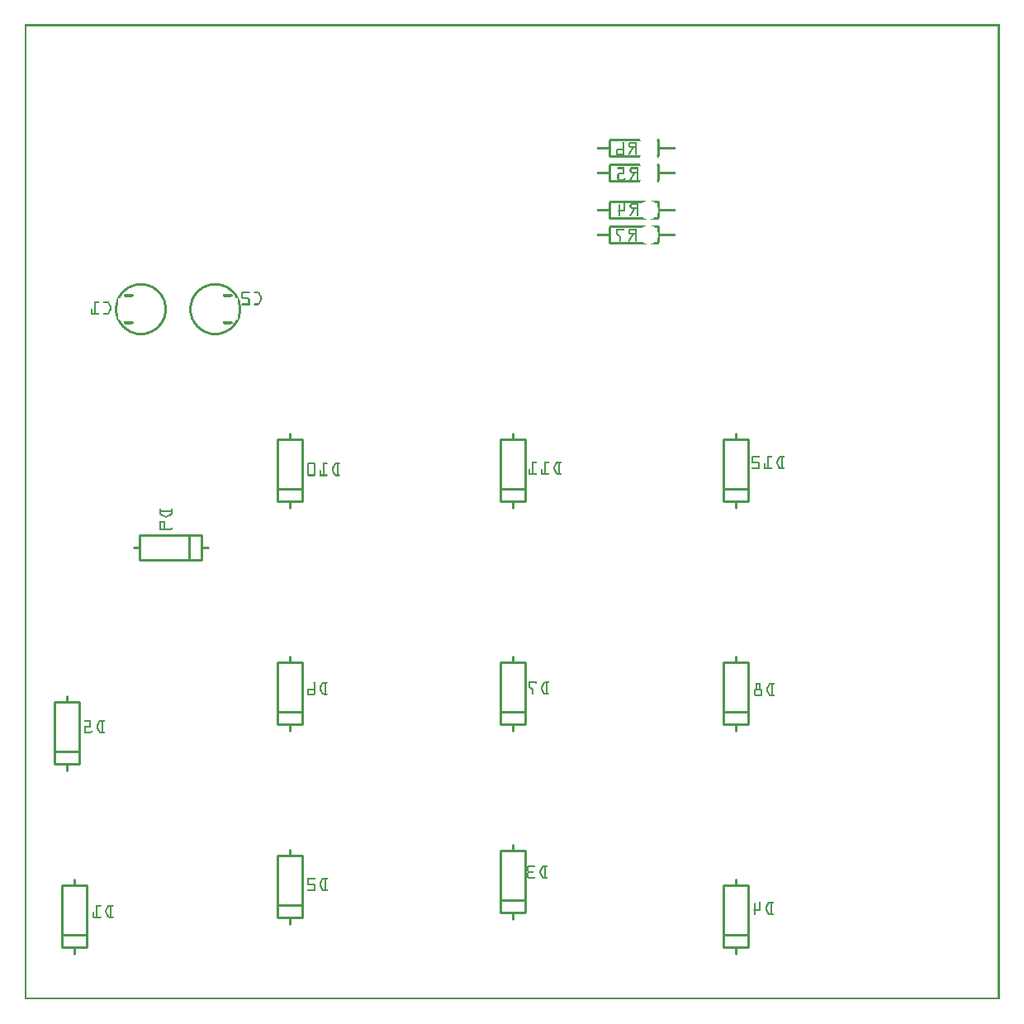
<source format=gbo>
G04 MADE WITH FRITZING*
G04 WWW.FRITZING.ORG*
G04 DOUBLE SIDED*
G04 HOLES PLATED*
G04 CONTOUR ON CENTER OF CONTOUR VECTOR*
%ASAXBY*%
%FSLAX23Y23*%
%MOIN*%
%OFA0B0*%
%SFA1.0B1.0*%
%ADD10C,0.010000*%
%ADD11R,0.001000X0.001000*%
%LNSILK0*%
G90*
G70*
G54D10*
X1020Y332D02*
X1020Y382D01*
D02*
X1020Y382D02*
X1020Y582D01*
D02*
X1020Y582D02*
X1070Y582D01*
D02*
X1070Y582D02*
X1120Y582D01*
D02*
X1120Y582D02*
X1120Y382D01*
D02*
X1120Y382D02*
X1120Y332D01*
D02*
X1120Y332D02*
X1070Y332D01*
D02*
X1070Y332D02*
X1020Y332D01*
D02*
X1020Y382D02*
X1120Y382D01*
D02*
X1070Y582D02*
X1070Y607D01*
D02*
X1070Y332D02*
X1070Y307D01*
D02*
X2820Y212D02*
X2820Y262D01*
D02*
X2820Y262D02*
X2820Y462D01*
D02*
X2820Y462D02*
X2870Y462D01*
D02*
X2870Y462D02*
X2920Y462D01*
D02*
X2920Y462D02*
X2920Y262D01*
D02*
X2920Y262D02*
X2920Y212D01*
D02*
X2920Y212D02*
X2870Y212D01*
D02*
X2870Y212D02*
X2820Y212D01*
D02*
X2820Y262D02*
X2920Y262D01*
D02*
X2870Y462D02*
X2870Y487D01*
D02*
X2870Y212D02*
X2870Y187D01*
D02*
X2360Y3470D02*
X2360Y3404D01*
D02*
X2360Y3120D02*
X2360Y3054D01*
D02*
X2360Y3220D02*
X2360Y3154D01*
D02*
X150Y212D02*
X150Y262D01*
D02*
X150Y262D02*
X150Y462D01*
D02*
X150Y462D02*
X200Y462D01*
D02*
X200Y462D02*
X250Y462D01*
D02*
X250Y462D02*
X250Y262D01*
D02*
X250Y262D02*
X250Y212D01*
D02*
X250Y212D02*
X200Y212D01*
D02*
X200Y212D02*
X150Y212D01*
D02*
X150Y262D02*
X250Y262D01*
D02*
X200Y462D02*
X200Y487D01*
D02*
X200Y212D02*
X200Y187D01*
D02*
X715Y1777D02*
X665Y1777D01*
D02*
X665Y1777D02*
X465Y1777D01*
D02*
X465Y1777D02*
X465Y1827D01*
D02*
X465Y1827D02*
X465Y1877D01*
D02*
X465Y1877D02*
X665Y1877D01*
D02*
X665Y1877D02*
X715Y1877D01*
D02*
X715Y1877D02*
X715Y1827D01*
D02*
X715Y1827D02*
X715Y1777D01*
D02*
X665Y1777D02*
X665Y1877D01*
D02*
X465Y1827D02*
X440Y1827D01*
D02*
X715Y1827D02*
X740Y1827D01*
D02*
X2820Y1112D02*
X2820Y1162D01*
D02*
X2820Y1162D02*
X2820Y1362D01*
D02*
X2820Y1362D02*
X2870Y1362D01*
D02*
X2870Y1362D02*
X2920Y1362D01*
D02*
X2920Y1362D02*
X2920Y1162D01*
D02*
X2920Y1162D02*
X2920Y1112D01*
D02*
X2920Y1112D02*
X2870Y1112D01*
D02*
X2870Y1112D02*
X2820Y1112D01*
D02*
X2820Y1162D02*
X2920Y1162D01*
D02*
X2870Y1362D02*
X2870Y1387D01*
D02*
X2870Y1112D02*
X2870Y1087D01*
D02*
X1920Y2012D02*
X1920Y2062D01*
D02*
X1920Y2062D02*
X1920Y2262D01*
D02*
X1920Y2262D02*
X1970Y2262D01*
D02*
X1970Y2262D02*
X2020Y2262D01*
D02*
X2020Y2262D02*
X2020Y2062D01*
D02*
X2020Y2062D02*
X2020Y2012D01*
D02*
X2020Y2012D02*
X1970Y2012D01*
D02*
X1970Y2012D02*
X1920Y2012D01*
D02*
X1920Y2062D02*
X2020Y2062D01*
D02*
X1970Y2262D02*
X1970Y2287D01*
D02*
X1970Y2012D02*
X1970Y1987D01*
D02*
X1020Y2012D02*
X1020Y2062D01*
D02*
X1020Y2062D02*
X1020Y2262D01*
D02*
X1020Y2262D02*
X1070Y2262D01*
D02*
X1070Y2262D02*
X1120Y2262D01*
D02*
X1120Y2262D02*
X1120Y2062D01*
D02*
X1120Y2062D02*
X1120Y2012D01*
D02*
X1120Y2012D02*
X1070Y2012D01*
D02*
X1070Y2012D02*
X1020Y2012D01*
D02*
X1020Y2062D02*
X1120Y2062D01*
D02*
X1070Y2262D02*
X1070Y2287D01*
D02*
X1070Y2012D02*
X1070Y1987D01*
D02*
X1020Y1112D02*
X1020Y1162D01*
D02*
X1020Y1162D02*
X1020Y1362D01*
D02*
X1020Y1362D02*
X1070Y1362D01*
D02*
X1070Y1362D02*
X1120Y1362D01*
D02*
X1120Y1362D02*
X1120Y1162D01*
D02*
X1120Y1162D02*
X1120Y1112D01*
D02*
X1120Y1112D02*
X1070Y1112D01*
D02*
X1070Y1112D02*
X1020Y1112D01*
D02*
X1020Y1162D02*
X1120Y1162D01*
D02*
X1070Y1362D02*
X1070Y1387D01*
D02*
X1070Y1112D02*
X1070Y1087D01*
D02*
X1920Y1112D02*
X1920Y1162D01*
D02*
X1920Y1162D02*
X1920Y1362D01*
D02*
X1920Y1362D02*
X1970Y1362D01*
D02*
X1970Y1362D02*
X2020Y1362D01*
D02*
X2020Y1362D02*
X2020Y1162D01*
D02*
X2020Y1162D02*
X2020Y1112D01*
D02*
X2020Y1112D02*
X1970Y1112D01*
D02*
X1970Y1112D02*
X1920Y1112D01*
D02*
X1920Y1162D02*
X2020Y1162D01*
D02*
X1970Y1362D02*
X1970Y1387D01*
D02*
X1970Y1112D02*
X1970Y1087D01*
D02*
X2820Y2012D02*
X2820Y2062D01*
D02*
X2820Y2062D02*
X2820Y2262D01*
D02*
X2820Y2262D02*
X2870Y2262D01*
D02*
X2870Y2262D02*
X2920Y2262D01*
D02*
X2920Y2262D02*
X2920Y2062D01*
D02*
X2920Y2062D02*
X2920Y2012D01*
D02*
X2920Y2012D02*
X2870Y2012D01*
D02*
X2870Y2012D02*
X2820Y2012D01*
D02*
X2820Y2062D02*
X2920Y2062D01*
D02*
X2870Y2262D02*
X2870Y2287D01*
D02*
X2870Y2012D02*
X2870Y1987D01*
D02*
X120Y952D02*
X120Y1002D01*
D02*
X120Y1002D02*
X120Y1202D01*
D02*
X120Y1202D02*
X170Y1202D01*
D02*
X170Y1202D02*
X220Y1202D01*
D02*
X220Y1202D02*
X220Y1002D01*
D02*
X220Y1002D02*
X220Y952D01*
D02*
X220Y952D02*
X170Y952D01*
D02*
X170Y952D02*
X120Y952D01*
D02*
X120Y1002D02*
X220Y1002D01*
D02*
X170Y1202D02*
X170Y1227D01*
D02*
X170Y952D02*
X170Y927D01*
D02*
X1920Y352D02*
X1920Y402D01*
D02*
X1920Y402D02*
X1920Y602D01*
D02*
X1920Y602D02*
X1970Y602D01*
D02*
X1970Y602D02*
X2020Y602D01*
D02*
X2020Y602D02*
X2020Y402D01*
D02*
X2020Y402D02*
X2020Y352D01*
D02*
X2020Y352D02*
X1970Y352D01*
D02*
X1970Y352D02*
X1920Y352D01*
D02*
X1920Y402D02*
X2020Y402D01*
D02*
X1970Y602D02*
X1970Y627D01*
D02*
X1970Y352D02*
X1970Y327D01*
D02*
X2360Y3370D02*
X2360Y3304D01*
G54D11*
X0Y3937D02*
X3936Y3937D01*
X0Y3936D02*
X3936Y3936D01*
X0Y3935D02*
X3936Y3935D01*
X0Y3934D02*
X3936Y3934D01*
X0Y3933D02*
X3936Y3933D01*
X0Y3932D02*
X3936Y3932D01*
X0Y3931D02*
X3936Y3931D01*
X0Y3930D02*
X3936Y3930D01*
X0Y3929D02*
X7Y3929D01*
X3929Y3929D02*
X3936Y3929D01*
X0Y3928D02*
X7Y3928D01*
X3929Y3928D02*
X3936Y3928D01*
X0Y3927D02*
X7Y3927D01*
X3929Y3927D02*
X3936Y3927D01*
X0Y3926D02*
X7Y3926D01*
X3929Y3926D02*
X3936Y3926D01*
X0Y3925D02*
X7Y3925D01*
X3929Y3925D02*
X3936Y3925D01*
X0Y3924D02*
X7Y3924D01*
X3929Y3924D02*
X3936Y3924D01*
X0Y3923D02*
X7Y3923D01*
X3929Y3923D02*
X3936Y3923D01*
X0Y3922D02*
X7Y3922D01*
X3929Y3922D02*
X3936Y3922D01*
X0Y3921D02*
X7Y3921D01*
X3929Y3921D02*
X3936Y3921D01*
X0Y3920D02*
X7Y3920D01*
X3929Y3920D02*
X3936Y3920D01*
X0Y3919D02*
X7Y3919D01*
X3929Y3919D02*
X3936Y3919D01*
X0Y3918D02*
X7Y3918D01*
X3929Y3918D02*
X3936Y3918D01*
X0Y3917D02*
X7Y3917D01*
X3929Y3917D02*
X3936Y3917D01*
X0Y3916D02*
X7Y3916D01*
X3929Y3916D02*
X3936Y3916D01*
X0Y3915D02*
X7Y3915D01*
X3929Y3915D02*
X3936Y3915D01*
X0Y3914D02*
X7Y3914D01*
X3929Y3914D02*
X3936Y3914D01*
X0Y3913D02*
X7Y3913D01*
X3929Y3913D02*
X3936Y3913D01*
X0Y3912D02*
X7Y3912D01*
X3929Y3912D02*
X3936Y3912D01*
X0Y3911D02*
X7Y3911D01*
X3929Y3911D02*
X3936Y3911D01*
X0Y3910D02*
X7Y3910D01*
X3929Y3910D02*
X3936Y3910D01*
X0Y3909D02*
X7Y3909D01*
X3929Y3909D02*
X3936Y3909D01*
X0Y3908D02*
X7Y3908D01*
X3929Y3908D02*
X3936Y3908D01*
X0Y3907D02*
X7Y3907D01*
X3929Y3907D02*
X3936Y3907D01*
X0Y3906D02*
X7Y3906D01*
X3929Y3906D02*
X3936Y3906D01*
X0Y3905D02*
X7Y3905D01*
X3929Y3905D02*
X3936Y3905D01*
X0Y3904D02*
X7Y3904D01*
X3929Y3904D02*
X3936Y3904D01*
X0Y3903D02*
X7Y3903D01*
X3929Y3903D02*
X3936Y3903D01*
X0Y3902D02*
X7Y3902D01*
X3929Y3902D02*
X3936Y3902D01*
X0Y3901D02*
X7Y3901D01*
X3929Y3901D02*
X3936Y3901D01*
X0Y3900D02*
X7Y3900D01*
X3929Y3900D02*
X3936Y3900D01*
X0Y3899D02*
X7Y3899D01*
X3929Y3899D02*
X3936Y3899D01*
X0Y3898D02*
X7Y3898D01*
X3929Y3898D02*
X3936Y3898D01*
X0Y3897D02*
X7Y3897D01*
X3929Y3897D02*
X3936Y3897D01*
X0Y3896D02*
X7Y3896D01*
X3929Y3896D02*
X3936Y3896D01*
X0Y3895D02*
X7Y3895D01*
X3929Y3895D02*
X3936Y3895D01*
X0Y3894D02*
X7Y3894D01*
X3929Y3894D02*
X3936Y3894D01*
X0Y3893D02*
X7Y3893D01*
X3929Y3893D02*
X3936Y3893D01*
X0Y3892D02*
X7Y3892D01*
X3929Y3892D02*
X3936Y3892D01*
X0Y3891D02*
X7Y3891D01*
X3929Y3891D02*
X3936Y3891D01*
X0Y3890D02*
X7Y3890D01*
X3929Y3890D02*
X3936Y3890D01*
X0Y3889D02*
X7Y3889D01*
X3929Y3889D02*
X3936Y3889D01*
X0Y3888D02*
X7Y3888D01*
X3929Y3888D02*
X3936Y3888D01*
X0Y3887D02*
X7Y3887D01*
X3929Y3887D02*
X3936Y3887D01*
X0Y3886D02*
X7Y3886D01*
X3929Y3886D02*
X3936Y3886D01*
X0Y3885D02*
X7Y3885D01*
X3929Y3885D02*
X3936Y3885D01*
X0Y3884D02*
X7Y3884D01*
X3929Y3884D02*
X3936Y3884D01*
X0Y3883D02*
X7Y3883D01*
X3929Y3883D02*
X3936Y3883D01*
X0Y3882D02*
X7Y3882D01*
X3929Y3882D02*
X3936Y3882D01*
X0Y3881D02*
X7Y3881D01*
X3929Y3881D02*
X3936Y3881D01*
X0Y3880D02*
X7Y3880D01*
X3929Y3880D02*
X3936Y3880D01*
X0Y3879D02*
X7Y3879D01*
X3929Y3879D02*
X3936Y3879D01*
X0Y3878D02*
X7Y3878D01*
X3929Y3878D02*
X3936Y3878D01*
X0Y3877D02*
X7Y3877D01*
X3929Y3877D02*
X3936Y3877D01*
X0Y3876D02*
X7Y3876D01*
X3929Y3876D02*
X3936Y3876D01*
X0Y3875D02*
X7Y3875D01*
X3929Y3875D02*
X3936Y3875D01*
X0Y3874D02*
X7Y3874D01*
X3929Y3874D02*
X3936Y3874D01*
X0Y3873D02*
X7Y3873D01*
X3929Y3873D02*
X3936Y3873D01*
X0Y3872D02*
X7Y3872D01*
X3929Y3872D02*
X3936Y3872D01*
X0Y3871D02*
X7Y3871D01*
X3929Y3871D02*
X3936Y3871D01*
X0Y3870D02*
X7Y3870D01*
X3929Y3870D02*
X3936Y3870D01*
X0Y3869D02*
X7Y3869D01*
X3929Y3869D02*
X3936Y3869D01*
X0Y3868D02*
X7Y3868D01*
X3929Y3868D02*
X3936Y3868D01*
X0Y3867D02*
X7Y3867D01*
X3929Y3867D02*
X3936Y3867D01*
X0Y3866D02*
X7Y3866D01*
X3929Y3866D02*
X3936Y3866D01*
X0Y3865D02*
X7Y3865D01*
X3929Y3865D02*
X3936Y3865D01*
X0Y3864D02*
X7Y3864D01*
X3929Y3864D02*
X3936Y3864D01*
X0Y3863D02*
X7Y3863D01*
X3929Y3863D02*
X3936Y3863D01*
X0Y3862D02*
X7Y3862D01*
X3929Y3862D02*
X3936Y3862D01*
X0Y3861D02*
X7Y3861D01*
X3929Y3861D02*
X3936Y3861D01*
X0Y3860D02*
X7Y3860D01*
X3929Y3860D02*
X3936Y3860D01*
X0Y3859D02*
X7Y3859D01*
X3929Y3859D02*
X3936Y3859D01*
X0Y3858D02*
X7Y3858D01*
X3929Y3858D02*
X3936Y3858D01*
X0Y3857D02*
X7Y3857D01*
X3929Y3857D02*
X3936Y3857D01*
X0Y3856D02*
X7Y3856D01*
X3929Y3856D02*
X3936Y3856D01*
X0Y3855D02*
X7Y3855D01*
X3929Y3855D02*
X3936Y3855D01*
X0Y3854D02*
X7Y3854D01*
X3929Y3854D02*
X3936Y3854D01*
X0Y3853D02*
X7Y3853D01*
X3929Y3853D02*
X3936Y3853D01*
X0Y3852D02*
X7Y3852D01*
X3929Y3852D02*
X3936Y3852D01*
X0Y3851D02*
X7Y3851D01*
X3929Y3851D02*
X3936Y3851D01*
X0Y3850D02*
X7Y3850D01*
X3929Y3850D02*
X3936Y3850D01*
X0Y3849D02*
X7Y3849D01*
X3929Y3849D02*
X3936Y3849D01*
X0Y3848D02*
X7Y3848D01*
X3929Y3848D02*
X3936Y3848D01*
X0Y3847D02*
X7Y3847D01*
X3929Y3847D02*
X3936Y3847D01*
X0Y3846D02*
X7Y3846D01*
X3929Y3846D02*
X3936Y3846D01*
X0Y3845D02*
X7Y3845D01*
X3929Y3845D02*
X3936Y3845D01*
X0Y3844D02*
X7Y3844D01*
X3929Y3844D02*
X3936Y3844D01*
X0Y3843D02*
X7Y3843D01*
X3929Y3843D02*
X3936Y3843D01*
X0Y3842D02*
X7Y3842D01*
X3929Y3842D02*
X3936Y3842D01*
X0Y3841D02*
X7Y3841D01*
X3929Y3841D02*
X3936Y3841D01*
X0Y3840D02*
X7Y3840D01*
X3929Y3840D02*
X3936Y3840D01*
X0Y3839D02*
X7Y3839D01*
X3929Y3839D02*
X3936Y3839D01*
X0Y3838D02*
X7Y3838D01*
X3929Y3838D02*
X3936Y3838D01*
X0Y3837D02*
X7Y3837D01*
X3929Y3837D02*
X3936Y3837D01*
X0Y3836D02*
X7Y3836D01*
X3929Y3836D02*
X3936Y3836D01*
X0Y3835D02*
X7Y3835D01*
X3929Y3835D02*
X3936Y3835D01*
X0Y3834D02*
X7Y3834D01*
X3929Y3834D02*
X3936Y3834D01*
X0Y3833D02*
X7Y3833D01*
X3929Y3833D02*
X3936Y3833D01*
X0Y3832D02*
X7Y3832D01*
X3929Y3832D02*
X3936Y3832D01*
X0Y3831D02*
X7Y3831D01*
X3929Y3831D02*
X3936Y3831D01*
X0Y3830D02*
X7Y3830D01*
X3929Y3830D02*
X3936Y3830D01*
X0Y3829D02*
X7Y3829D01*
X3929Y3829D02*
X3936Y3829D01*
X0Y3828D02*
X7Y3828D01*
X3929Y3828D02*
X3936Y3828D01*
X0Y3827D02*
X7Y3827D01*
X3929Y3827D02*
X3936Y3827D01*
X0Y3826D02*
X7Y3826D01*
X3929Y3826D02*
X3936Y3826D01*
X0Y3825D02*
X7Y3825D01*
X3929Y3825D02*
X3936Y3825D01*
X0Y3824D02*
X7Y3824D01*
X3929Y3824D02*
X3936Y3824D01*
X0Y3823D02*
X7Y3823D01*
X3929Y3823D02*
X3936Y3823D01*
X0Y3822D02*
X7Y3822D01*
X3929Y3822D02*
X3936Y3822D01*
X0Y3821D02*
X7Y3821D01*
X3929Y3821D02*
X3936Y3821D01*
X0Y3820D02*
X7Y3820D01*
X3929Y3820D02*
X3936Y3820D01*
X0Y3819D02*
X7Y3819D01*
X3929Y3819D02*
X3936Y3819D01*
X0Y3818D02*
X7Y3818D01*
X3929Y3818D02*
X3936Y3818D01*
X0Y3817D02*
X7Y3817D01*
X3929Y3817D02*
X3936Y3817D01*
X0Y3816D02*
X7Y3816D01*
X3929Y3816D02*
X3936Y3816D01*
X0Y3815D02*
X7Y3815D01*
X3929Y3815D02*
X3936Y3815D01*
X0Y3814D02*
X7Y3814D01*
X3929Y3814D02*
X3936Y3814D01*
X0Y3813D02*
X7Y3813D01*
X3929Y3813D02*
X3936Y3813D01*
X0Y3812D02*
X7Y3812D01*
X3929Y3812D02*
X3936Y3812D01*
X0Y3811D02*
X7Y3811D01*
X3929Y3811D02*
X3936Y3811D01*
X0Y3810D02*
X7Y3810D01*
X3929Y3810D02*
X3936Y3810D01*
X0Y3809D02*
X7Y3809D01*
X3929Y3809D02*
X3936Y3809D01*
X0Y3808D02*
X7Y3808D01*
X3929Y3808D02*
X3936Y3808D01*
X0Y3807D02*
X7Y3807D01*
X3929Y3807D02*
X3936Y3807D01*
X0Y3806D02*
X7Y3806D01*
X3929Y3806D02*
X3936Y3806D01*
X0Y3805D02*
X7Y3805D01*
X3929Y3805D02*
X3936Y3805D01*
X0Y3804D02*
X7Y3804D01*
X3929Y3804D02*
X3936Y3804D01*
X0Y3803D02*
X7Y3803D01*
X3929Y3803D02*
X3936Y3803D01*
X0Y3802D02*
X7Y3802D01*
X3929Y3802D02*
X3936Y3802D01*
X0Y3801D02*
X7Y3801D01*
X3929Y3801D02*
X3936Y3801D01*
X0Y3800D02*
X7Y3800D01*
X3929Y3800D02*
X3936Y3800D01*
X0Y3799D02*
X7Y3799D01*
X3929Y3799D02*
X3936Y3799D01*
X0Y3798D02*
X7Y3798D01*
X3929Y3798D02*
X3936Y3798D01*
X0Y3797D02*
X7Y3797D01*
X3929Y3797D02*
X3936Y3797D01*
X0Y3796D02*
X7Y3796D01*
X3929Y3796D02*
X3936Y3796D01*
X0Y3795D02*
X7Y3795D01*
X3929Y3795D02*
X3936Y3795D01*
X0Y3794D02*
X7Y3794D01*
X3929Y3794D02*
X3936Y3794D01*
X0Y3793D02*
X7Y3793D01*
X3929Y3793D02*
X3936Y3793D01*
X0Y3792D02*
X7Y3792D01*
X3929Y3792D02*
X3936Y3792D01*
X0Y3791D02*
X7Y3791D01*
X3929Y3791D02*
X3936Y3791D01*
X0Y3790D02*
X7Y3790D01*
X3929Y3790D02*
X3936Y3790D01*
X0Y3789D02*
X7Y3789D01*
X3929Y3789D02*
X3936Y3789D01*
X0Y3788D02*
X7Y3788D01*
X3929Y3788D02*
X3936Y3788D01*
X0Y3787D02*
X7Y3787D01*
X3929Y3787D02*
X3936Y3787D01*
X0Y3786D02*
X7Y3786D01*
X3929Y3786D02*
X3936Y3786D01*
X0Y3785D02*
X7Y3785D01*
X3929Y3785D02*
X3936Y3785D01*
X0Y3784D02*
X7Y3784D01*
X3929Y3784D02*
X3936Y3784D01*
X0Y3783D02*
X7Y3783D01*
X3929Y3783D02*
X3936Y3783D01*
X0Y3782D02*
X7Y3782D01*
X3929Y3782D02*
X3936Y3782D01*
X0Y3781D02*
X7Y3781D01*
X3929Y3781D02*
X3936Y3781D01*
X0Y3780D02*
X7Y3780D01*
X3929Y3780D02*
X3936Y3780D01*
X0Y3779D02*
X7Y3779D01*
X3929Y3779D02*
X3936Y3779D01*
X0Y3778D02*
X7Y3778D01*
X3929Y3778D02*
X3936Y3778D01*
X0Y3777D02*
X7Y3777D01*
X3929Y3777D02*
X3936Y3777D01*
X0Y3776D02*
X7Y3776D01*
X3929Y3776D02*
X3936Y3776D01*
X0Y3775D02*
X7Y3775D01*
X3929Y3775D02*
X3936Y3775D01*
X0Y3774D02*
X7Y3774D01*
X3929Y3774D02*
X3936Y3774D01*
X0Y3773D02*
X7Y3773D01*
X3929Y3773D02*
X3936Y3773D01*
X0Y3772D02*
X7Y3772D01*
X3929Y3772D02*
X3936Y3772D01*
X0Y3771D02*
X7Y3771D01*
X3929Y3771D02*
X3936Y3771D01*
X0Y3770D02*
X7Y3770D01*
X3929Y3770D02*
X3936Y3770D01*
X0Y3769D02*
X7Y3769D01*
X3929Y3769D02*
X3936Y3769D01*
X0Y3768D02*
X7Y3768D01*
X3929Y3768D02*
X3936Y3768D01*
X0Y3767D02*
X7Y3767D01*
X3929Y3767D02*
X3936Y3767D01*
X0Y3766D02*
X7Y3766D01*
X3929Y3766D02*
X3936Y3766D01*
X0Y3765D02*
X7Y3765D01*
X3929Y3765D02*
X3936Y3765D01*
X0Y3764D02*
X7Y3764D01*
X3929Y3764D02*
X3936Y3764D01*
X0Y3763D02*
X7Y3763D01*
X3929Y3763D02*
X3936Y3763D01*
X0Y3762D02*
X7Y3762D01*
X3929Y3762D02*
X3936Y3762D01*
X0Y3761D02*
X7Y3761D01*
X3929Y3761D02*
X3936Y3761D01*
X0Y3760D02*
X7Y3760D01*
X3929Y3760D02*
X3936Y3760D01*
X0Y3759D02*
X7Y3759D01*
X3929Y3759D02*
X3936Y3759D01*
X0Y3758D02*
X7Y3758D01*
X3929Y3758D02*
X3936Y3758D01*
X0Y3757D02*
X7Y3757D01*
X3929Y3757D02*
X3936Y3757D01*
X0Y3756D02*
X7Y3756D01*
X3929Y3756D02*
X3936Y3756D01*
X0Y3755D02*
X7Y3755D01*
X3929Y3755D02*
X3936Y3755D01*
X0Y3754D02*
X7Y3754D01*
X3929Y3754D02*
X3936Y3754D01*
X0Y3753D02*
X7Y3753D01*
X3929Y3753D02*
X3936Y3753D01*
X0Y3752D02*
X7Y3752D01*
X3929Y3752D02*
X3936Y3752D01*
X0Y3751D02*
X7Y3751D01*
X3929Y3751D02*
X3936Y3751D01*
X0Y3750D02*
X7Y3750D01*
X3929Y3750D02*
X3936Y3750D01*
X0Y3749D02*
X7Y3749D01*
X3929Y3749D02*
X3936Y3749D01*
X0Y3748D02*
X7Y3748D01*
X3929Y3748D02*
X3936Y3748D01*
X0Y3747D02*
X7Y3747D01*
X3929Y3747D02*
X3936Y3747D01*
X0Y3746D02*
X7Y3746D01*
X3929Y3746D02*
X3936Y3746D01*
X0Y3745D02*
X7Y3745D01*
X3929Y3745D02*
X3936Y3745D01*
X0Y3744D02*
X7Y3744D01*
X3929Y3744D02*
X3936Y3744D01*
X0Y3743D02*
X7Y3743D01*
X3929Y3743D02*
X3936Y3743D01*
X0Y3742D02*
X7Y3742D01*
X3929Y3742D02*
X3936Y3742D01*
X0Y3741D02*
X7Y3741D01*
X3929Y3741D02*
X3936Y3741D01*
X0Y3740D02*
X7Y3740D01*
X3929Y3740D02*
X3936Y3740D01*
X0Y3739D02*
X7Y3739D01*
X3929Y3739D02*
X3936Y3739D01*
X0Y3738D02*
X7Y3738D01*
X3929Y3738D02*
X3936Y3738D01*
X0Y3737D02*
X7Y3737D01*
X3929Y3737D02*
X3936Y3737D01*
X0Y3736D02*
X7Y3736D01*
X3929Y3736D02*
X3936Y3736D01*
X0Y3735D02*
X7Y3735D01*
X3929Y3735D02*
X3936Y3735D01*
X0Y3734D02*
X7Y3734D01*
X3929Y3734D02*
X3936Y3734D01*
X0Y3733D02*
X7Y3733D01*
X3929Y3733D02*
X3936Y3733D01*
X0Y3732D02*
X7Y3732D01*
X3929Y3732D02*
X3936Y3732D01*
X0Y3731D02*
X7Y3731D01*
X3929Y3731D02*
X3936Y3731D01*
X0Y3730D02*
X7Y3730D01*
X3929Y3730D02*
X3936Y3730D01*
X0Y3729D02*
X7Y3729D01*
X3929Y3729D02*
X3936Y3729D01*
X0Y3728D02*
X7Y3728D01*
X3929Y3728D02*
X3936Y3728D01*
X0Y3727D02*
X7Y3727D01*
X3929Y3727D02*
X3936Y3727D01*
X0Y3726D02*
X7Y3726D01*
X3929Y3726D02*
X3936Y3726D01*
X0Y3725D02*
X7Y3725D01*
X3929Y3725D02*
X3936Y3725D01*
X0Y3724D02*
X7Y3724D01*
X3929Y3724D02*
X3936Y3724D01*
X0Y3723D02*
X7Y3723D01*
X3929Y3723D02*
X3936Y3723D01*
X0Y3722D02*
X7Y3722D01*
X3929Y3722D02*
X3936Y3722D01*
X0Y3721D02*
X7Y3721D01*
X3929Y3721D02*
X3936Y3721D01*
X0Y3720D02*
X7Y3720D01*
X3929Y3720D02*
X3936Y3720D01*
X0Y3719D02*
X7Y3719D01*
X3929Y3719D02*
X3936Y3719D01*
X0Y3718D02*
X7Y3718D01*
X3929Y3718D02*
X3936Y3718D01*
X0Y3717D02*
X7Y3717D01*
X3929Y3717D02*
X3936Y3717D01*
X0Y3716D02*
X7Y3716D01*
X3929Y3716D02*
X3936Y3716D01*
X0Y3715D02*
X7Y3715D01*
X3929Y3715D02*
X3936Y3715D01*
X0Y3714D02*
X7Y3714D01*
X3929Y3714D02*
X3936Y3714D01*
X0Y3713D02*
X7Y3713D01*
X3929Y3713D02*
X3936Y3713D01*
X0Y3712D02*
X7Y3712D01*
X3929Y3712D02*
X3936Y3712D01*
X0Y3711D02*
X7Y3711D01*
X3929Y3711D02*
X3936Y3711D01*
X0Y3710D02*
X7Y3710D01*
X3929Y3710D02*
X3936Y3710D01*
X0Y3709D02*
X7Y3709D01*
X3929Y3709D02*
X3936Y3709D01*
X0Y3708D02*
X7Y3708D01*
X3929Y3708D02*
X3936Y3708D01*
X0Y3707D02*
X7Y3707D01*
X3929Y3707D02*
X3936Y3707D01*
X0Y3706D02*
X7Y3706D01*
X3929Y3706D02*
X3936Y3706D01*
X0Y3705D02*
X7Y3705D01*
X3929Y3705D02*
X3936Y3705D01*
X0Y3704D02*
X7Y3704D01*
X3929Y3704D02*
X3936Y3704D01*
X0Y3703D02*
X7Y3703D01*
X3929Y3703D02*
X3936Y3703D01*
X0Y3702D02*
X7Y3702D01*
X3929Y3702D02*
X3936Y3702D01*
X0Y3701D02*
X7Y3701D01*
X3929Y3701D02*
X3936Y3701D01*
X0Y3700D02*
X7Y3700D01*
X3929Y3700D02*
X3936Y3700D01*
X0Y3699D02*
X7Y3699D01*
X3929Y3699D02*
X3936Y3699D01*
X0Y3698D02*
X7Y3698D01*
X3929Y3698D02*
X3936Y3698D01*
X0Y3697D02*
X7Y3697D01*
X3929Y3697D02*
X3936Y3697D01*
X0Y3696D02*
X7Y3696D01*
X3929Y3696D02*
X3936Y3696D01*
X0Y3695D02*
X7Y3695D01*
X3929Y3695D02*
X3936Y3695D01*
X0Y3694D02*
X7Y3694D01*
X3929Y3694D02*
X3936Y3694D01*
X0Y3693D02*
X7Y3693D01*
X3929Y3693D02*
X3936Y3693D01*
X0Y3692D02*
X7Y3692D01*
X3929Y3692D02*
X3936Y3692D01*
X0Y3691D02*
X7Y3691D01*
X3929Y3691D02*
X3936Y3691D01*
X0Y3690D02*
X7Y3690D01*
X3929Y3690D02*
X3936Y3690D01*
X0Y3689D02*
X7Y3689D01*
X3929Y3689D02*
X3936Y3689D01*
X0Y3688D02*
X7Y3688D01*
X3929Y3688D02*
X3936Y3688D01*
X0Y3687D02*
X7Y3687D01*
X3929Y3687D02*
X3936Y3687D01*
X0Y3686D02*
X7Y3686D01*
X3929Y3686D02*
X3936Y3686D01*
X0Y3685D02*
X7Y3685D01*
X3929Y3685D02*
X3936Y3685D01*
X0Y3684D02*
X7Y3684D01*
X3929Y3684D02*
X3936Y3684D01*
X0Y3683D02*
X7Y3683D01*
X3929Y3683D02*
X3936Y3683D01*
X0Y3682D02*
X7Y3682D01*
X3929Y3682D02*
X3936Y3682D01*
X0Y3681D02*
X7Y3681D01*
X3929Y3681D02*
X3936Y3681D01*
X0Y3680D02*
X7Y3680D01*
X3929Y3680D02*
X3936Y3680D01*
X0Y3679D02*
X7Y3679D01*
X3929Y3679D02*
X3936Y3679D01*
X0Y3678D02*
X7Y3678D01*
X3929Y3678D02*
X3936Y3678D01*
X0Y3677D02*
X7Y3677D01*
X3929Y3677D02*
X3936Y3677D01*
X0Y3676D02*
X7Y3676D01*
X3929Y3676D02*
X3936Y3676D01*
X0Y3675D02*
X7Y3675D01*
X3929Y3675D02*
X3936Y3675D01*
X0Y3674D02*
X7Y3674D01*
X3929Y3674D02*
X3936Y3674D01*
X0Y3673D02*
X7Y3673D01*
X3929Y3673D02*
X3936Y3673D01*
X0Y3672D02*
X7Y3672D01*
X3929Y3672D02*
X3936Y3672D01*
X0Y3671D02*
X7Y3671D01*
X3929Y3671D02*
X3936Y3671D01*
X0Y3670D02*
X7Y3670D01*
X3929Y3670D02*
X3936Y3670D01*
X0Y3669D02*
X7Y3669D01*
X3929Y3669D02*
X3936Y3669D01*
X0Y3668D02*
X7Y3668D01*
X3929Y3668D02*
X3936Y3668D01*
X0Y3667D02*
X7Y3667D01*
X3929Y3667D02*
X3936Y3667D01*
X0Y3666D02*
X7Y3666D01*
X3929Y3666D02*
X3936Y3666D01*
X0Y3665D02*
X7Y3665D01*
X3929Y3665D02*
X3936Y3665D01*
X0Y3664D02*
X7Y3664D01*
X3929Y3664D02*
X3936Y3664D01*
X0Y3663D02*
X7Y3663D01*
X3929Y3663D02*
X3936Y3663D01*
X0Y3662D02*
X7Y3662D01*
X3929Y3662D02*
X3936Y3662D01*
X0Y3661D02*
X7Y3661D01*
X3929Y3661D02*
X3936Y3661D01*
X0Y3660D02*
X7Y3660D01*
X3929Y3660D02*
X3936Y3660D01*
X0Y3659D02*
X7Y3659D01*
X3929Y3659D02*
X3936Y3659D01*
X0Y3658D02*
X7Y3658D01*
X3929Y3658D02*
X3936Y3658D01*
X0Y3657D02*
X7Y3657D01*
X3929Y3657D02*
X3936Y3657D01*
X0Y3656D02*
X7Y3656D01*
X3929Y3656D02*
X3936Y3656D01*
X0Y3655D02*
X7Y3655D01*
X3929Y3655D02*
X3936Y3655D01*
X0Y3654D02*
X7Y3654D01*
X3929Y3654D02*
X3936Y3654D01*
X0Y3653D02*
X7Y3653D01*
X3929Y3653D02*
X3936Y3653D01*
X0Y3652D02*
X7Y3652D01*
X3929Y3652D02*
X3936Y3652D01*
X0Y3651D02*
X7Y3651D01*
X3929Y3651D02*
X3936Y3651D01*
X0Y3650D02*
X7Y3650D01*
X3929Y3650D02*
X3936Y3650D01*
X0Y3649D02*
X7Y3649D01*
X3929Y3649D02*
X3936Y3649D01*
X0Y3648D02*
X7Y3648D01*
X3929Y3648D02*
X3936Y3648D01*
X0Y3647D02*
X7Y3647D01*
X3929Y3647D02*
X3936Y3647D01*
X0Y3646D02*
X7Y3646D01*
X3929Y3646D02*
X3936Y3646D01*
X0Y3645D02*
X7Y3645D01*
X3929Y3645D02*
X3936Y3645D01*
X0Y3644D02*
X7Y3644D01*
X3929Y3644D02*
X3936Y3644D01*
X0Y3643D02*
X7Y3643D01*
X3929Y3643D02*
X3936Y3643D01*
X0Y3642D02*
X7Y3642D01*
X3929Y3642D02*
X3936Y3642D01*
X0Y3641D02*
X7Y3641D01*
X3929Y3641D02*
X3936Y3641D01*
X0Y3640D02*
X7Y3640D01*
X3929Y3640D02*
X3936Y3640D01*
X0Y3639D02*
X7Y3639D01*
X3929Y3639D02*
X3936Y3639D01*
X0Y3638D02*
X7Y3638D01*
X3929Y3638D02*
X3936Y3638D01*
X0Y3637D02*
X7Y3637D01*
X3929Y3637D02*
X3936Y3637D01*
X0Y3636D02*
X7Y3636D01*
X3929Y3636D02*
X3936Y3636D01*
X0Y3635D02*
X7Y3635D01*
X3929Y3635D02*
X3936Y3635D01*
X0Y3634D02*
X7Y3634D01*
X3929Y3634D02*
X3936Y3634D01*
X0Y3633D02*
X7Y3633D01*
X3929Y3633D02*
X3936Y3633D01*
X0Y3632D02*
X7Y3632D01*
X3929Y3632D02*
X3936Y3632D01*
X0Y3631D02*
X7Y3631D01*
X3929Y3631D02*
X3936Y3631D01*
X0Y3630D02*
X7Y3630D01*
X3929Y3630D02*
X3936Y3630D01*
X0Y3629D02*
X7Y3629D01*
X3929Y3629D02*
X3936Y3629D01*
X0Y3628D02*
X7Y3628D01*
X3929Y3628D02*
X3936Y3628D01*
X0Y3627D02*
X7Y3627D01*
X3929Y3627D02*
X3936Y3627D01*
X0Y3626D02*
X7Y3626D01*
X3929Y3626D02*
X3936Y3626D01*
X0Y3625D02*
X7Y3625D01*
X3929Y3625D02*
X3936Y3625D01*
X0Y3624D02*
X7Y3624D01*
X3929Y3624D02*
X3936Y3624D01*
X0Y3623D02*
X7Y3623D01*
X3929Y3623D02*
X3936Y3623D01*
X0Y3622D02*
X7Y3622D01*
X3929Y3622D02*
X3936Y3622D01*
X0Y3621D02*
X7Y3621D01*
X3929Y3621D02*
X3936Y3621D01*
X0Y3620D02*
X7Y3620D01*
X3929Y3620D02*
X3936Y3620D01*
X0Y3619D02*
X7Y3619D01*
X3929Y3619D02*
X3936Y3619D01*
X0Y3618D02*
X7Y3618D01*
X3929Y3618D02*
X3936Y3618D01*
X0Y3617D02*
X7Y3617D01*
X3929Y3617D02*
X3936Y3617D01*
X0Y3616D02*
X7Y3616D01*
X3929Y3616D02*
X3936Y3616D01*
X0Y3615D02*
X7Y3615D01*
X3929Y3615D02*
X3936Y3615D01*
X0Y3614D02*
X7Y3614D01*
X3929Y3614D02*
X3936Y3614D01*
X0Y3613D02*
X7Y3613D01*
X3929Y3613D02*
X3936Y3613D01*
X0Y3612D02*
X7Y3612D01*
X3929Y3612D02*
X3936Y3612D01*
X0Y3611D02*
X7Y3611D01*
X3929Y3611D02*
X3936Y3611D01*
X0Y3610D02*
X7Y3610D01*
X3929Y3610D02*
X3936Y3610D01*
X0Y3609D02*
X7Y3609D01*
X3929Y3609D02*
X3936Y3609D01*
X0Y3608D02*
X7Y3608D01*
X3929Y3608D02*
X3936Y3608D01*
X0Y3607D02*
X7Y3607D01*
X3929Y3607D02*
X3936Y3607D01*
X0Y3606D02*
X7Y3606D01*
X3929Y3606D02*
X3936Y3606D01*
X0Y3605D02*
X7Y3605D01*
X3929Y3605D02*
X3936Y3605D01*
X0Y3604D02*
X7Y3604D01*
X3929Y3604D02*
X3936Y3604D01*
X0Y3603D02*
X7Y3603D01*
X3929Y3603D02*
X3936Y3603D01*
X0Y3602D02*
X7Y3602D01*
X3929Y3602D02*
X3936Y3602D01*
X0Y3601D02*
X7Y3601D01*
X3929Y3601D02*
X3936Y3601D01*
X0Y3600D02*
X7Y3600D01*
X3929Y3600D02*
X3936Y3600D01*
X0Y3599D02*
X7Y3599D01*
X3929Y3599D02*
X3936Y3599D01*
X0Y3598D02*
X7Y3598D01*
X3929Y3598D02*
X3936Y3598D01*
X0Y3597D02*
X7Y3597D01*
X3929Y3597D02*
X3936Y3597D01*
X0Y3596D02*
X7Y3596D01*
X3929Y3596D02*
X3936Y3596D01*
X0Y3595D02*
X7Y3595D01*
X3929Y3595D02*
X3936Y3595D01*
X0Y3594D02*
X7Y3594D01*
X3929Y3594D02*
X3936Y3594D01*
X0Y3593D02*
X7Y3593D01*
X3929Y3593D02*
X3936Y3593D01*
X0Y3592D02*
X7Y3592D01*
X3929Y3592D02*
X3936Y3592D01*
X0Y3591D02*
X7Y3591D01*
X3929Y3591D02*
X3936Y3591D01*
X0Y3590D02*
X7Y3590D01*
X3929Y3590D02*
X3936Y3590D01*
X0Y3589D02*
X7Y3589D01*
X3929Y3589D02*
X3936Y3589D01*
X0Y3588D02*
X7Y3588D01*
X3929Y3588D02*
X3936Y3588D01*
X0Y3587D02*
X7Y3587D01*
X3929Y3587D02*
X3936Y3587D01*
X0Y3586D02*
X7Y3586D01*
X3929Y3586D02*
X3936Y3586D01*
X0Y3585D02*
X7Y3585D01*
X3929Y3585D02*
X3936Y3585D01*
X0Y3584D02*
X7Y3584D01*
X3929Y3584D02*
X3936Y3584D01*
X0Y3583D02*
X7Y3583D01*
X3929Y3583D02*
X3936Y3583D01*
X0Y3582D02*
X7Y3582D01*
X3929Y3582D02*
X3936Y3582D01*
X0Y3581D02*
X7Y3581D01*
X3929Y3581D02*
X3936Y3581D01*
X0Y3580D02*
X7Y3580D01*
X3929Y3580D02*
X3936Y3580D01*
X0Y3579D02*
X7Y3579D01*
X3929Y3579D02*
X3936Y3579D01*
X0Y3578D02*
X7Y3578D01*
X3929Y3578D02*
X3936Y3578D01*
X0Y3577D02*
X7Y3577D01*
X3929Y3577D02*
X3936Y3577D01*
X0Y3576D02*
X7Y3576D01*
X3929Y3576D02*
X3936Y3576D01*
X0Y3575D02*
X7Y3575D01*
X3929Y3575D02*
X3936Y3575D01*
X0Y3574D02*
X7Y3574D01*
X3929Y3574D02*
X3936Y3574D01*
X0Y3573D02*
X7Y3573D01*
X3929Y3573D02*
X3936Y3573D01*
X0Y3572D02*
X7Y3572D01*
X3929Y3572D02*
X3936Y3572D01*
X0Y3571D02*
X7Y3571D01*
X3929Y3571D02*
X3936Y3571D01*
X0Y3570D02*
X7Y3570D01*
X3929Y3570D02*
X3936Y3570D01*
X0Y3569D02*
X7Y3569D01*
X3929Y3569D02*
X3936Y3569D01*
X0Y3568D02*
X7Y3568D01*
X3929Y3568D02*
X3936Y3568D01*
X0Y3567D02*
X7Y3567D01*
X3929Y3567D02*
X3936Y3567D01*
X0Y3566D02*
X7Y3566D01*
X3929Y3566D02*
X3936Y3566D01*
X0Y3565D02*
X7Y3565D01*
X3929Y3565D02*
X3936Y3565D01*
X0Y3564D02*
X7Y3564D01*
X3929Y3564D02*
X3936Y3564D01*
X0Y3563D02*
X7Y3563D01*
X3929Y3563D02*
X3936Y3563D01*
X0Y3562D02*
X7Y3562D01*
X3929Y3562D02*
X3936Y3562D01*
X0Y3561D02*
X7Y3561D01*
X3929Y3561D02*
X3936Y3561D01*
X0Y3560D02*
X7Y3560D01*
X3929Y3560D02*
X3936Y3560D01*
X0Y3559D02*
X7Y3559D01*
X3929Y3559D02*
X3936Y3559D01*
X0Y3558D02*
X7Y3558D01*
X3929Y3558D02*
X3936Y3558D01*
X0Y3557D02*
X7Y3557D01*
X3929Y3557D02*
X3936Y3557D01*
X0Y3556D02*
X7Y3556D01*
X3929Y3556D02*
X3936Y3556D01*
X0Y3555D02*
X7Y3555D01*
X3929Y3555D02*
X3936Y3555D01*
X0Y3554D02*
X7Y3554D01*
X3929Y3554D02*
X3936Y3554D01*
X0Y3553D02*
X7Y3553D01*
X3929Y3553D02*
X3936Y3553D01*
X0Y3552D02*
X7Y3552D01*
X3929Y3552D02*
X3936Y3552D01*
X0Y3551D02*
X7Y3551D01*
X3929Y3551D02*
X3936Y3551D01*
X0Y3550D02*
X7Y3550D01*
X3929Y3550D02*
X3936Y3550D01*
X0Y3549D02*
X7Y3549D01*
X3929Y3549D02*
X3936Y3549D01*
X0Y3548D02*
X7Y3548D01*
X3929Y3548D02*
X3936Y3548D01*
X0Y3547D02*
X7Y3547D01*
X3929Y3547D02*
X3936Y3547D01*
X0Y3546D02*
X7Y3546D01*
X3929Y3546D02*
X3936Y3546D01*
X0Y3545D02*
X7Y3545D01*
X3929Y3545D02*
X3936Y3545D01*
X0Y3544D02*
X7Y3544D01*
X3929Y3544D02*
X3936Y3544D01*
X0Y3543D02*
X7Y3543D01*
X3929Y3543D02*
X3936Y3543D01*
X0Y3542D02*
X7Y3542D01*
X3929Y3542D02*
X3936Y3542D01*
X0Y3541D02*
X7Y3541D01*
X3929Y3541D02*
X3936Y3541D01*
X0Y3540D02*
X7Y3540D01*
X3929Y3540D02*
X3936Y3540D01*
X0Y3539D02*
X7Y3539D01*
X3929Y3539D02*
X3936Y3539D01*
X0Y3538D02*
X7Y3538D01*
X3929Y3538D02*
X3936Y3538D01*
X0Y3537D02*
X7Y3537D01*
X3929Y3537D02*
X3936Y3537D01*
X0Y3536D02*
X7Y3536D01*
X3929Y3536D02*
X3936Y3536D01*
X0Y3535D02*
X7Y3535D01*
X3929Y3535D02*
X3936Y3535D01*
X0Y3534D02*
X7Y3534D01*
X3929Y3534D02*
X3936Y3534D01*
X0Y3533D02*
X7Y3533D01*
X3929Y3533D02*
X3936Y3533D01*
X0Y3532D02*
X7Y3532D01*
X3929Y3532D02*
X3936Y3532D01*
X0Y3531D02*
X7Y3531D01*
X3929Y3531D02*
X3936Y3531D01*
X0Y3530D02*
X7Y3530D01*
X3929Y3530D02*
X3936Y3530D01*
X0Y3529D02*
X7Y3529D01*
X3929Y3529D02*
X3936Y3529D01*
X0Y3528D02*
X7Y3528D01*
X3929Y3528D02*
X3936Y3528D01*
X0Y3527D02*
X7Y3527D01*
X3929Y3527D02*
X3936Y3527D01*
X0Y3526D02*
X7Y3526D01*
X3929Y3526D02*
X3936Y3526D01*
X0Y3525D02*
X7Y3525D01*
X3929Y3525D02*
X3936Y3525D01*
X0Y3524D02*
X7Y3524D01*
X3929Y3524D02*
X3936Y3524D01*
X0Y3523D02*
X7Y3523D01*
X3929Y3523D02*
X3936Y3523D01*
X0Y3522D02*
X7Y3522D01*
X3929Y3522D02*
X3936Y3522D01*
X0Y3521D02*
X7Y3521D01*
X3929Y3521D02*
X3936Y3521D01*
X0Y3520D02*
X7Y3520D01*
X3929Y3520D02*
X3936Y3520D01*
X0Y3519D02*
X7Y3519D01*
X3929Y3519D02*
X3936Y3519D01*
X0Y3518D02*
X7Y3518D01*
X3929Y3518D02*
X3936Y3518D01*
X0Y3517D02*
X7Y3517D01*
X3929Y3517D02*
X3936Y3517D01*
X0Y3516D02*
X7Y3516D01*
X3929Y3516D02*
X3936Y3516D01*
X0Y3515D02*
X7Y3515D01*
X3929Y3515D02*
X3936Y3515D01*
X0Y3514D02*
X7Y3514D01*
X3929Y3514D02*
X3936Y3514D01*
X0Y3513D02*
X7Y3513D01*
X3929Y3513D02*
X3936Y3513D01*
X0Y3512D02*
X7Y3512D01*
X3929Y3512D02*
X3936Y3512D01*
X0Y3511D02*
X7Y3511D01*
X3929Y3511D02*
X3936Y3511D01*
X0Y3510D02*
X7Y3510D01*
X3929Y3510D02*
X3936Y3510D01*
X0Y3509D02*
X7Y3509D01*
X3929Y3509D02*
X3936Y3509D01*
X0Y3508D02*
X7Y3508D01*
X3929Y3508D02*
X3936Y3508D01*
X0Y3507D02*
X7Y3507D01*
X3929Y3507D02*
X3936Y3507D01*
X0Y3506D02*
X7Y3506D01*
X3929Y3506D02*
X3936Y3506D01*
X0Y3505D02*
X7Y3505D01*
X3929Y3505D02*
X3936Y3505D01*
X0Y3504D02*
X7Y3504D01*
X3929Y3504D02*
X3936Y3504D01*
X0Y3503D02*
X7Y3503D01*
X3929Y3503D02*
X3936Y3503D01*
X0Y3502D02*
X7Y3502D01*
X3929Y3502D02*
X3936Y3502D01*
X0Y3501D02*
X7Y3501D01*
X3929Y3501D02*
X3936Y3501D01*
X0Y3500D02*
X7Y3500D01*
X3929Y3500D02*
X3936Y3500D01*
X0Y3499D02*
X7Y3499D01*
X3929Y3499D02*
X3936Y3499D01*
X0Y3498D02*
X7Y3498D01*
X3929Y3498D02*
X3936Y3498D01*
X0Y3497D02*
X7Y3497D01*
X3929Y3497D02*
X3936Y3497D01*
X0Y3496D02*
X7Y3496D01*
X3929Y3496D02*
X3936Y3496D01*
X0Y3495D02*
X7Y3495D01*
X3929Y3495D02*
X3936Y3495D01*
X0Y3494D02*
X7Y3494D01*
X3929Y3494D02*
X3936Y3494D01*
X0Y3493D02*
X7Y3493D01*
X3929Y3493D02*
X3936Y3493D01*
X0Y3492D02*
X7Y3492D01*
X3929Y3492D02*
X3936Y3492D01*
X0Y3491D02*
X7Y3491D01*
X3929Y3491D02*
X3936Y3491D01*
X0Y3490D02*
X7Y3490D01*
X3929Y3490D02*
X3936Y3490D01*
X0Y3489D02*
X7Y3489D01*
X3929Y3489D02*
X3936Y3489D01*
X0Y3488D02*
X7Y3488D01*
X3929Y3488D02*
X3936Y3488D01*
X0Y3487D02*
X7Y3487D01*
X3929Y3487D02*
X3936Y3487D01*
X0Y3486D02*
X7Y3486D01*
X3929Y3486D02*
X3936Y3486D01*
X0Y3485D02*
X7Y3485D01*
X3929Y3485D02*
X3936Y3485D01*
X0Y3484D02*
X7Y3484D01*
X3929Y3484D02*
X3936Y3484D01*
X0Y3483D02*
X7Y3483D01*
X3929Y3483D02*
X3936Y3483D01*
X0Y3482D02*
X7Y3482D01*
X3929Y3482D02*
X3936Y3482D01*
X0Y3481D02*
X7Y3481D01*
X3929Y3481D02*
X3936Y3481D01*
X0Y3480D02*
X7Y3480D01*
X3929Y3480D02*
X3936Y3480D01*
X0Y3479D02*
X7Y3479D01*
X3929Y3479D02*
X3936Y3479D01*
X0Y3478D02*
X7Y3478D01*
X3929Y3478D02*
X3936Y3478D01*
X0Y3477D02*
X7Y3477D01*
X3929Y3477D02*
X3936Y3477D01*
X0Y3476D02*
X7Y3476D01*
X3929Y3476D02*
X3936Y3476D01*
X0Y3475D02*
X7Y3475D01*
X2360Y3475D02*
X2483Y3475D01*
X2556Y3475D02*
X2559Y3475D01*
X3929Y3475D02*
X3936Y3475D01*
X0Y3474D02*
X7Y3474D01*
X2360Y3474D02*
X2483Y3474D01*
X2556Y3474D02*
X2559Y3474D01*
X3929Y3474D02*
X3936Y3474D01*
X0Y3473D02*
X7Y3473D01*
X2360Y3473D02*
X2484Y3473D01*
X2555Y3473D02*
X2559Y3473D01*
X3929Y3473D02*
X3936Y3473D01*
X0Y3472D02*
X7Y3472D01*
X2360Y3472D02*
X2484Y3472D01*
X2555Y3472D02*
X2559Y3472D01*
X3929Y3472D02*
X3936Y3472D01*
X0Y3471D02*
X7Y3471D01*
X2360Y3471D02*
X2484Y3471D01*
X2554Y3471D02*
X2559Y3471D01*
X3929Y3471D02*
X3936Y3471D01*
X0Y3470D02*
X7Y3470D01*
X2360Y3470D02*
X2485Y3470D01*
X2554Y3470D02*
X2564Y3470D01*
X3929Y3470D02*
X3936Y3470D01*
X0Y3469D02*
X7Y3469D01*
X2360Y3469D02*
X2485Y3469D01*
X2553Y3469D02*
X2564Y3469D01*
X3929Y3469D02*
X3936Y3469D01*
X0Y3468D02*
X7Y3468D01*
X2360Y3468D02*
X2486Y3468D01*
X2553Y3468D02*
X2564Y3468D01*
X3929Y3468D02*
X3936Y3468D01*
X0Y3467D02*
X7Y3467D01*
X2360Y3467D02*
X2487Y3467D01*
X2552Y3467D02*
X2564Y3467D01*
X3929Y3467D02*
X3936Y3467D01*
X0Y3466D02*
X7Y3466D01*
X2360Y3466D02*
X2487Y3466D01*
X2552Y3466D02*
X2564Y3466D01*
X3929Y3466D02*
X3936Y3466D01*
X0Y3465D02*
X7Y3465D01*
X2555Y3465D02*
X2564Y3465D01*
X3929Y3465D02*
X3936Y3465D01*
X0Y3464D02*
X7Y3464D01*
X2555Y3464D02*
X2564Y3464D01*
X3929Y3464D02*
X3936Y3464D01*
X0Y3463D02*
X7Y3463D01*
X2413Y3463D02*
X2419Y3463D01*
X2444Y3463D02*
X2471Y3463D01*
X2555Y3463D02*
X2564Y3463D01*
X3929Y3463D02*
X3936Y3463D01*
X0Y3462D02*
X7Y3462D01*
X2412Y3462D02*
X2420Y3462D01*
X2442Y3462D02*
X2471Y3462D01*
X2555Y3462D02*
X2564Y3462D01*
X3929Y3462D02*
X3936Y3462D01*
X0Y3461D02*
X7Y3461D01*
X2412Y3461D02*
X2421Y3461D01*
X2441Y3461D02*
X2471Y3461D01*
X2555Y3461D02*
X2564Y3461D01*
X3929Y3461D02*
X3936Y3461D01*
X0Y3460D02*
X7Y3460D01*
X2411Y3460D02*
X2421Y3460D01*
X2440Y3460D02*
X2471Y3460D01*
X2555Y3460D02*
X2564Y3460D01*
X3929Y3460D02*
X3936Y3460D01*
X0Y3459D02*
X7Y3459D01*
X2412Y3459D02*
X2421Y3459D01*
X2439Y3459D02*
X2471Y3459D01*
X2555Y3459D02*
X2564Y3459D01*
X3929Y3459D02*
X3936Y3459D01*
X0Y3458D02*
X7Y3458D01*
X2412Y3458D02*
X2421Y3458D01*
X2439Y3458D02*
X2471Y3458D01*
X2555Y3458D02*
X2564Y3458D01*
X3929Y3458D02*
X3936Y3458D01*
X0Y3457D02*
X7Y3457D01*
X2414Y3457D02*
X2421Y3457D01*
X2438Y3457D02*
X2471Y3457D01*
X2555Y3457D02*
X2564Y3457D01*
X3929Y3457D02*
X3936Y3457D01*
X0Y3456D02*
X7Y3456D01*
X2415Y3456D02*
X2421Y3456D01*
X2438Y3456D02*
X2445Y3456D01*
X2465Y3456D02*
X2471Y3456D01*
X2555Y3456D02*
X2564Y3456D01*
X3929Y3456D02*
X3936Y3456D01*
X0Y3455D02*
X7Y3455D01*
X2415Y3455D02*
X2421Y3455D01*
X2437Y3455D02*
X2444Y3455D01*
X2465Y3455D02*
X2471Y3455D01*
X2555Y3455D02*
X2564Y3455D01*
X3929Y3455D02*
X3936Y3455D01*
X0Y3454D02*
X7Y3454D01*
X2415Y3454D02*
X2421Y3454D01*
X2437Y3454D02*
X2443Y3454D01*
X2465Y3454D02*
X2471Y3454D01*
X2555Y3454D02*
X2564Y3454D01*
X3929Y3454D02*
X3936Y3454D01*
X0Y3453D02*
X7Y3453D01*
X2415Y3453D02*
X2421Y3453D01*
X2437Y3453D02*
X2443Y3453D01*
X2465Y3453D02*
X2471Y3453D01*
X2555Y3453D02*
X2564Y3453D01*
X3929Y3453D02*
X3936Y3453D01*
X0Y3452D02*
X7Y3452D01*
X2415Y3452D02*
X2421Y3452D01*
X2437Y3452D02*
X2443Y3452D01*
X2465Y3452D02*
X2471Y3452D01*
X2555Y3452D02*
X2564Y3452D01*
X3929Y3452D02*
X3936Y3452D01*
X0Y3451D02*
X7Y3451D01*
X2415Y3451D02*
X2421Y3451D01*
X2437Y3451D02*
X2443Y3451D01*
X2465Y3451D02*
X2471Y3451D01*
X2555Y3451D02*
X2564Y3451D01*
X3929Y3451D02*
X3936Y3451D01*
X0Y3450D02*
X7Y3450D01*
X2415Y3450D02*
X2421Y3450D01*
X2437Y3450D02*
X2443Y3450D01*
X2465Y3450D02*
X2471Y3450D01*
X2555Y3450D02*
X2564Y3450D01*
X3929Y3450D02*
X3936Y3450D01*
X0Y3449D02*
X7Y3449D01*
X2415Y3449D02*
X2421Y3449D01*
X2437Y3449D02*
X2443Y3449D01*
X2465Y3449D02*
X2471Y3449D01*
X2555Y3449D02*
X2564Y3449D01*
X3929Y3449D02*
X3936Y3449D01*
X0Y3448D02*
X7Y3448D01*
X2415Y3448D02*
X2421Y3448D01*
X2437Y3448D02*
X2444Y3448D01*
X2465Y3448D02*
X2471Y3448D01*
X2555Y3448D02*
X2564Y3448D01*
X3929Y3448D02*
X3936Y3448D01*
X0Y3447D02*
X7Y3447D01*
X2415Y3447D02*
X2421Y3447D01*
X2438Y3447D02*
X2445Y3447D01*
X2465Y3447D02*
X2471Y3447D01*
X2555Y3447D02*
X2564Y3447D01*
X3929Y3447D02*
X3936Y3447D01*
X0Y3446D02*
X7Y3446D01*
X2415Y3446D02*
X2421Y3446D01*
X2438Y3446D02*
X2471Y3446D01*
X2555Y3446D02*
X2564Y3446D01*
X3929Y3446D02*
X3936Y3446D01*
X0Y3445D02*
X7Y3445D01*
X2415Y3445D02*
X2421Y3445D01*
X2438Y3445D02*
X2471Y3445D01*
X2555Y3445D02*
X2564Y3445D01*
X3929Y3445D02*
X3936Y3445D01*
X0Y3444D02*
X7Y3444D01*
X2415Y3444D02*
X2421Y3444D01*
X2439Y3444D02*
X2471Y3444D01*
X2555Y3444D02*
X2564Y3444D01*
X3929Y3444D02*
X3936Y3444D01*
X0Y3443D02*
X7Y3443D01*
X2415Y3443D02*
X2421Y3443D01*
X2440Y3443D02*
X2471Y3443D01*
X2555Y3443D02*
X2564Y3443D01*
X3929Y3443D02*
X3936Y3443D01*
X0Y3442D02*
X7Y3442D01*
X2312Y3442D02*
X2359Y3442D01*
X2415Y3442D02*
X2421Y3442D01*
X2441Y3442D02*
X2471Y3442D01*
X2555Y3442D02*
X2627Y3442D01*
X3929Y3442D02*
X3936Y3442D01*
X0Y3441D02*
X7Y3441D01*
X2312Y3441D02*
X2359Y3441D01*
X2415Y3441D02*
X2421Y3441D01*
X2442Y3441D02*
X2471Y3441D01*
X2555Y3441D02*
X2627Y3441D01*
X3929Y3441D02*
X3936Y3441D01*
X0Y3440D02*
X7Y3440D01*
X2312Y3440D02*
X2359Y3440D01*
X2415Y3440D02*
X2421Y3440D01*
X2443Y3440D02*
X2471Y3440D01*
X2555Y3440D02*
X2627Y3440D01*
X3929Y3440D02*
X3936Y3440D01*
X0Y3439D02*
X7Y3439D01*
X2312Y3439D02*
X2359Y3439D01*
X2415Y3439D02*
X2421Y3439D01*
X2448Y3439D02*
X2471Y3439D01*
X2555Y3439D02*
X2626Y3439D01*
X3929Y3439D02*
X3936Y3439D01*
X0Y3438D02*
X7Y3438D01*
X2312Y3438D02*
X2359Y3438D01*
X2415Y3438D02*
X2421Y3438D01*
X2451Y3438D02*
X2458Y3438D01*
X2465Y3438D02*
X2471Y3438D01*
X2555Y3438D02*
X2626Y3438D01*
X3929Y3438D02*
X3936Y3438D01*
X0Y3437D02*
X7Y3437D01*
X2312Y3437D02*
X2359Y3437D01*
X2415Y3437D02*
X2421Y3437D01*
X2451Y3437D02*
X2458Y3437D01*
X2465Y3437D02*
X2471Y3437D01*
X2555Y3437D02*
X2626Y3437D01*
X3929Y3437D02*
X3936Y3437D01*
X0Y3436D02*
X7Y3436D01*
X2312Y3436D02*
X2359Y3436D01*
X2415Y3436D02*
X2421Y3436D01*
X2450Y3436D02*
X2457Y3436D01*
X2465Y3436D02*
X2471Y3436D01*
X2555Y3436D02*
X2626Y3436D01*
X3929Y3436D02*
X3936Y3436D01*
X0Y3435D02*
X7Y3435D01*
X2312Y3435D02*
X2359Y3435D01*
X2415Y3435D02*
X2421Y3435D01*
X2450Y3435D02*
X2457Y3435D01*
X2465Y3435D02*
X2471Y3435D01*
X2555Y3435D02*
X2627Y3435D01*
X3929Y3435D02*
X3936Y3435D01*
X0Y3434D02*
X7Y3434D01*
X2312Y3434D02*
X2359Y3434D01*
X2390Y3434D02*
X2421Y3434D01*
X2449Y3434D02*
X2456Y3434D01*
X2465Y3434D02*
X2471Y3434D01*
X2555Y3434D02*
X2627Y3434D01*
X3929Y3434D02*
X3936Y3434D01*
X0Y3433D02*
X7Y3433D01*
X2312Y3433D02*
X2359Y3433D01*
X2388Y3433D02*
X2421Y3433D01*
X2448Y3433D02*
X2456Y3433D01*
X2465Y3433D02*
X2471Y3433D01*
X2555Y3433D02*
X2627Y3433D01*
X3929Y3433D02*
X3936Y3433D01*
X0Y3432D02*
X7Y3432D01*
X2388Y3432D02*
X2421Y3432D01*
X2448Y3432D02*
X2455Y3432D01*
X2465Y3432D02*
X2471Y3432D01*
X2555Y3432D02*
X2564Y3432D01*
X3929Y3432D02*
X3936Y3432D01*
X0Y3431D02*
X7Y3431D01*
X2387Y3431D02*
X2421Y3431D01*
X2447Y3431D02*
X2454Y3431D01*
X2465Y3431D02*
X2471Y3431D01*
X2555Y3431D02*
X2564Y3431D01*
X3929Y3431D02*
X3936Y3431D01*
X0Y3430D02*
X7Y3430D01*
X2387Y3430D02*
X2421Y3430D01*
X2447Y3430D02*
X2454Y3430D01*
X2465Y3430D02*
X2471Y3430D01*
X2555Y3430D02*
X2564Y3430D01*
X3929Y3430D02*
X3936Y3430D01*
X0Y3429D02*
X7Y3429D01*
X2387Y3429D02*
X2421Y3429D01*
X2446Y3429D02*
X2453Y3429D01*
X2465Y3429D02*
X2471Y3429D01*
X2555Y3429D02*
X2564Y3429D01*
X3929Y3429D02*
X3936Y3429D01*
X0Y3428D02*
X7Y3428D01*
X2387Y3428D02*
X2421Y3428D01*
X2445Y3428D02*
X2453Y3428D01*
X2465Y3428D02*
X2471Y3428D01*
X2555Y3428D02*
X2564Y3428D01*
X3929Y3428D02*
X3936Y3428D01*
X0Y3427D02*
X7Y3427D01*
X2387Y3427D02*
X2393Y3427D01*
X2415Y3427D02*
X2421Y3427D01*
X2445Y3427D02*
X2452Y3427D01*
X2465Y3427D02*
X2471Y3427D01*
X2555Y3427D02*
X2564Y3427D01*
X3929Y3427D02*
X3936Y3427D01*
X0Y3426D02*
X7Y3426D01*
X2387Y3426D02*
X2393Y3426D01*
X2415Y3426D02*
X2421Y3426D01*
X2444Y3426D02*
X2451Y3426D01*
X2465Y3426D02*
X2471Y3426D01*
X2555Y3426D02*
X2564Y3426D01*
X3929Y3426D02*
X3936Y3426D01*
X0Y3425D02*
X7Y3425D01*
X2387Y3425D02*
X2393Y3425D01*
X2415Y3425D02*
X2421Y3425D01*
X2444Y3425D02*
X2451Y3425D01*
X2465Y3425D02*
X2471Y3425D01*
X2555Y3425D02*
X2564Y3425D01*
X3929Y3425D02*
X3936Y3425D01*
X0Y3424D02*
X7Y3424D01*
X2387Y3424D02*
X2393Y3424D01*
X2415Y3424D02*
X2421Y3424D01*
X2443Y3424D02*
X2450Y3424D01*
X2465Y3424D02*
X2471Y3424D01*
X2555Y3424D02*
X2564Y3424D01*
X3929Y3424D02*
X3936Y3424D01*
X0Y3423D02*
X7Y3423D01*
X2387Y3423D02*
X2393Y3423D01*
X2415Y3423D02*
X2421Y3423D01*
X2443Y3423D02*
X2450Y3423D01*
X2465Y3423D02*
X2471Y3423D01*
X2555Y3423D02*
X2564Y3423D01*
X3929Y3423D02*
X3936Y3423D01*
X0Y3422D02*
X7Y3422D01*
X2387Y3422D02*
X2393Y3422D01*
X2415Y3422D02*
X2421Y3422D01*
X2442Y3422D02*
X2449Y3422D01*
X2465Y3422D02*
X2471Y3422D01*
X2555Y3422D02*
X2564Y3422D01*
X3929Y3422D02*
X3936Y3422D01*
X0Y3421D02*
X7Y3421D01*
X2387Y3421D02*
X2393Y3421D01*
X2415Y3421D02*
X2421Y3421D01*
X2441Y3421D02*
X2449Y3421D01*
X2465Y3421D02*
X2471Y3421D01*
X2555Y3421D02*
X2564Y3421D01*
X3929Y3421D02*
X3936Y3421D01*
X0Y3420D02*
X7Y3420D01*
X2387Y3420D02*
X2393Y3420D01*
X2415Y3420D02*
X2421Y3420D01*
X2441Y3420D02*
X2448Y3420D01*
X2465Y3420D02*
X2471Y3420D01*
X2555Y3420D02*
X2564Y3420D01*
X3929Y3420D02*
X3936Y3420D01*
X0Y3419D02*
X7Y3419D01*
X2387Y3419D02*
X2393Y3419D01*
X2415Y3419D02*
X2421Y3419D01*
X2440Y3419D02*
X2447Y3419D01*
X2465Y3419D02*
X2471Y3419D01*
X2555Y3419D02*
X2564Y3419D01*
X3929Y3419D02*
X3936Y3419D01*
X0Y3418D02*
X7Y3418D01*
X2387Y3418D02*
X2393Y3418D01*
X2415Y3418D02*
X2421Y3418D01*
X2440Y3418D02*
X2447Y3418D01*
X2465Y3418D02*
X2471Y3418D01*
X2555Y3418D02*
X2564Y3418D01*
X3929Y3418D02*
X3936Y3418D01*
X0Y3417D02*
X7Y3417D01*
X2387Y3417D02*
X2393Y3417D01*
X2415Y3417D02*
X2421Y3417D01*
X2439Y3417D02*
X2446Y3417D01*
X2465Y3417D02*
X2471Y3417D01*
X2555Y3417D02*
X2564Y3417D01*
X3929Y3417D02*
X3936Y3417D01*
X0Y3416D02*
X7Y3416D01*
X2387Y3416D02*
X2421Y3416D01*
X2438Y3416D02*
X2446Y3416D01*
X2465Y3416D02*
X2471Y3416D01*
X2555Y3416D02*
X2564Y3416D01*
X3929Y3416D02*
X3936Y3416D01*
X0Y3415D02*
X7Y3415D01*
X2387Y3415D02*
X2421Y3415D01*
X2438Y3415D02*
X2445Y3415D01*
X2465Y3415D02*
X2471Y3415D01*
X2555Y3415D02*
X2564Y3415D01*
X3929Y3415D02*
X3936Y3415D01*
X0Y3414D02*
X7Y3414D01*
X2387Y3414D02*
X2421Y3414D01*
X2438Y3414D02*
X2444Y3414D01*
X2465Y3414D02*
X2471Y3414D01*
X2555Y3414D02*
X2564Y3414D01*
X3929Y3414D02*
X3936Y3414D01*
X0Y3413D02*
X7Y3413D01*
X2387Y3413D02*
X2421Y3413D01*
X2437Y3413D02*
X2444Y3413D01*
X2465Y3413D02*
X2471Y3413D01*
X2555Y3413D02*
X2564Y3413D01*
X3929Y3413D02*
X3936Y3413D01*
X0Y3412D02*
X7Y3412D01*
X2387Y3412D02*
X2421Y3412D01*
X2437Y3412D02*
X2443Y3412D01*
X2465Y3412D02*
X2471Y3412D01*
X2555Y3412D02*
X2564Y3412D01*
X3929Y3412D02*
X3936Y3412D01*
X0Y3411D02*
X7Y3411D01*
X2388Y3411D02*
X2420Y3411D01*
X2438Y3411D02*
X2443Y3411D01*
X2466Y3411D02*
X2470Y3411D01*
X2555Y3411D02*
X2564Y3411D01*
X3929Y3411D02*
X3936Y3411D01*
X0Y3410D02*
X7Y3410D01*
X2389Y3410D02*
X2419Y3410D01*
X2439Y3410D02*
X2441Y3410D01*
X2467Y3410D02*
X2469Y3410D01*
X2555Y3410D02*
X2564Y3410D01*
X3929Y3410D02*
X3936Y3410D01*
X0Y3409D02*
X7Y3409D01*
X2360Y3409D02*
X2487Y3409D01*
X2552Y3409D02*
X2564Y3409D01*
X3929Y3409D02*
X3936Y3409D01*
X0Y3408D02*
X7Y3408D01*
X2360Y3408D02*
X2487Y3408D01*
X2552Y3408D02*
X2564Y3408D01*
X3929Y3408D02*
X3936Y3408D01*
X0Y3407D02*
X7Y3407D01*
X2360Y3407D02*
X2486Y3407D01*
X2553Y3407D02*
X2564Y3407D01*
X3929Y3407D02*
X3936Y3407D01*
X0Y3406D02*
X7Y3406D01*
X2360Y3406D02*
X2485Y3406D01*
X2553Y3406D02*
X2564Y3406D01*
X3929Y3406D02*
X3936Y3406D01*
X0Y3405D02*
X7Y3405D01*
X2360Y3405D02*
X2485Y3405D01*
X2554Y3405D02*
X2564Y3405D01*
X3929Y3405D02*
X3936Y3405D01*
X0Y3404D02*
X7Y3404D01*
X2360Y3404D02*
X2484Y3404D01*
X2554Y3404D02*
X2559Y3404D01*
X3929Y3404D02*
X3936Y3404D01*
X0Y3403D02*
X7Y3403D01*
X2360Y3403D02*
X2484Y3403D01*
X2555Y3403D02*
X2559Y3403D01*
X3929Y3403D02*
X3936Y3403D01*
X0Y3402D02*
X7Y3402D01*
X2360Y3402D02*
X2484Y3402D01*
X2555Y3402D02*
X2559Y3402D01*
X3929Y3402D02*
X3936Y3402D01*
X0Y3401D02*
X7Y3401D01*
X2360Y3401D02*
X2483Y3401D01*
X2556Y3401D02*
X2559Y3401D01*
X3929Y3401D02*
X3936Y3401D01*
X0Y3400D02*
X7Y3400D01*
X2360Y3400D02*
X2483Y3400D01*
X2556Y3400D02*
X2559Y3400D01*
X3929Y3400D02*
X3936Y3400D01*
X0Y3399D02*
X7Y3399D01*
X3929Y3399D02*
X3936Y3399D01*
X0Y3398D02*
X7Y3398D01*
X3929Y3398D02*
X3936Y3398D01*
X0Y3397D02*
X7Y3397D01*
X3929Y3397D02*
X3936Y3397D01*
X0Y3396D02*
X7Y3396D01*
X3929Y3396D02*
X3936Y3396D01*
X0Y3395D02*
X7Y3395D01*
X3929Y3395D02*
X3936Y3395D01*
X0Y3394D02*
X7Y3394D01*
X3929Y3394D02*
X3936Y3394D01*
X0Y3393D02*
X7Y3393D01*
X3929Y3393D02*
X3936Y3393D01*
X0Y3392D02*
X7Y3392D01*
X3929Y3392D02*
X3936Y3392D01*
X0Y3391D02*
X7Y3391D01*
X3929Y3391D02*
X3936Y3391D01*
X0Y3390D02*
X7Y3390D01*
X3929Y3390D02*
X3936Y3390D01*
X0Y3389D02*
X7Y3389D01*
X3929Y3389D02*
X3936Y3389D01*
X0Y3388D02*
X7Y3388D01*
X3929Y3388D02*
X3936Y3388D01*
X0Y3387D02*
X7Y3387D01*
X3929Y3387D02*
X3936Y3387D01*
X0Y3386D02*
X7Y3386D01*
X3929Y3386D02*
X3936Y3386D01*
X0Y3385D02*
X7Y3385D01*
X3929Y3385D02*
X3936Y3385D01*
X0Y3384D02*
X7Y3384D01*
X3929Y3384D02*
X3936Y3384D01*
X0Y3383D02*
X7Y3383D01*
X3929Y3383D02*
X3936Y3383D01*
X0Y3382D02*
X7Y3382D01*
X3929Y3382D02*
X3936Y3382D01*
X0Y3381D02*
X7Y3381D01*
X3929Y3381D02*
X3936Y3381D01*
X0Y3380D02*
X7Y3380D01*
X3929Y3380D02*
X3936Y3380D01*
X0Y3379D02*
X7Y3379D01*
X3929Y3379D02*
X3936Y3379D01*
X0Y3378D02*
X7Y3378D01*
X3929Y3378D02*
X3936Y3378D01*
X0Y3377D02*
X7Y3377D01*
X3929Y3377D02*
X3936Y3377D01*
X0Y3376D02*
X7Y3376D01*
X3929Y3376D02*
X3936Y3376D01*
X0Y3375D02*
X7Y3375D01*
X2360Y3375D02*
X2483Y3375D01*
X2556Y3375D02*
X2559Y3375D01*
X3929Y3375D02*
X3936Y3375D01*
X0Y3374D02*
X7Y3374D01*
X2360Y3374D02*
X2483Y3374D01*
X2556Y3374D02*
X2559Y3374D01*
X3929Y3374D02*
X3936Y3374D01*
X0Y3373D02*
X7Y3373D01*
X2360Y3373D02*
X2484Y3373D01*
X2555Y3373D02*
X2559Y3373D01*
X3929Y3373D02*
X3936Y3373D01*
X0Y3372D02*
X7Y3372D01*
X2360Y3372D02*
X2484Y3372D01*
X2555Y3372D02*
X2559Y3372D01*
X3929Y3372D02*
X3936Y3372D01*
X0Y3371D02*
X7Y3371D01*
X2360Y3371D02*
X2484Y3371D01*
X2554Y3371D02*
X2559Y3371D01*
X3929Y3371D02*
X3936Y3371D01*
X0Y3370D02*
X7Y3370D01*
X2360Y3370D02*
X2485Y3370D01*
X2554Y3370D02*
X2564Y3370D01*
X3929Y3370D02*
X3936Y3370D01*
X0Y3369D02*
X7Y3369D01*
X2360Y3369D02*
X2485Y3369D01*
X2553Y3369D02*
X2564Y3369D01*
X3929Y3369D02*
X3936Y3369D01*
X0Y3368D02*
X7Y3368D01*
X2360Y3368D02*
X2486Y3368D01*
X2553Y3368D02*
X2564Y3368D01*
X3929Y3368D02*
X3936Y3368D01*
X0Y3367D02*
X7Y3367D01*
X2360Y3367D02*
X2487Y3367D01*
X2552Y3367D02*
X2564Y3367D01*
X3929Y3367D02*
X3936Y3367D01*
X0Y3366D02*
X7Y3366D01*
X2360Y3366D02*
X2487Y3366D01*
X2552Y3366D02*
X2564Y3366D01*
X3929Y3366D02*
X3936Y3366D01*
X0Y3365D02*
X7Y3365D01*
X2555Y3365D02*
X2564Y3365D01*
X3929Y3365D02*
X3936Y3365D01*
X0Y3364D02*
X7Y3364D01*
X2555Y3364D02*
X2564Y3364D01*
X3929Y3364D02*
X3936Y3364D01*
X0Y3363D02*
X7Y3363D01*
X2555Y3363D02*
X2564Y3363D01*
X3929Y3363D02*
X3936Y3363D01*
X0Y3362D02*
X7Y3362D01*
X2555Y3362D02*
X2564Y3362D01*
X3929Y3362D02*
X3936Y3362D01*
X0Y3361D02*
X7Y3361D01*
X2555Y3361D02*
X2564Y3361D01*
X3929Y3361D02*
X3936Y3361D01*
X0Y3360D02*
X7Y3360D01*
X2394Y3360D02*
X2420Y3360D01*
X2449Y3360D02*
X2477Y3360D01*
X2555Y3360D02*
X2564Y3360D01*
X3929Y3360D02*
X3936Y3360D01*
X0Y3359D02*
X7Y3359D01*
X2393Y3359D02*
X2420Y3359D01*
X2448Y3359D02*
X2477Y3359D01*
X2555Y3359D02*
X2564Y3359D01*
X3929Y3359D02*
X3936Y3359D01*
X0Y3358D02*
X7Y3358D01*
X2393Y3358D02*
X2420Y3358D01*
X2446Y3358D02*
X2477Y3358D01*
X2555Y3358D02*
X2564Y3358D01*
X3929Y3358D02*
X3936Y3358D01*
X0Y3357D02*
X7Y3357D01*
X2393Y3357D02*
X2420Y3357D01*
X2445Y3357D02*
X2477Y3357D01*
X2555Y3357D02*
X2564Y3357D01*
X3929Y3357D02*
X3936Y3357D01*
X0Y3356D02*
X7Y3356D01*
X2393Y3356D02*
X2420Y3356D01*
X2445Y3356D02*
X2477Y3356D01*
X2555Y3356D02*
X2564Y3356D01*
X3929Y3356D02*
X3936Y3356D01*
X0Y3355D02*
X7Y3355D01*
X2394Y3355D02*
X2420Y3355D01*
X2444Y3355D02*
X2477Y3355D01*
X2555Y3355D02*
X2564Y3355D01*
X3929Y3355D02*
X3936Y3355D01*
X0Y3354D02*
X7Y3354D01*
X2396Y3354D02*
X2420Y3354D01*
X2444Y3354D02*
X2477Y3354D01*
X2555Y3354D02*
X2564Y3354D01*
X3929Y3354D02*
X3936Y3354D01*
X0Y3353D02*
X7Y3353D01*
X2414Y3353D02*
X2420Y3353D01*
X2443Y3353D02*
X2450Y3353D01*
X2471Y3353D02*
X2477Y3353D01*
X2555Y3353D02*
X2564Y3353D01*
X3929Y3353D02*
X3936Y3353D01*
X0Y3352D02*
X7Y3352D01*
X2414Y3352D02*
X2420Y3352D01*
X2443Y3352D02*
X2449Y3352D01*
X2471Y3352D02*
X2477Y3352D01*
X2555Y3352D02*
X2564Y3352D01*
X3929Y3352D02*
X3936Y3352D01*
X0Y3351D02*
X7Y3351D01*
X2414Y3351D02*
X2420Y3351D01*
X2443Y3351D02*
X2449Y3351D01*
X2471Y3351D02*
X2477Y3351D01*
X2555Y3351D02*
X2564Y3351D01*
X3929Y3351D02*
X3936Y3351D01*
X0Y3350D02*
X7Y3350D01*
X2414Y3350D02*
X2420Y3350D01*
X2443Y3350D02*
X2449Y3350D01*
X2471Y3350D02*
X2477Y3350D01*
X2555Y3350D02*
X2564Y3350D01*
X3929Y3350D02*
X3936Y3350D01*
X0Y3349D02*
X7Y3349D01*
X2414Y3349D02*
X2420Y3349D01*
X2443Y3349D02*
X2449Y3349D01*
X2471Y3349D02*
X2477Y3349D01*
X2555Y3349D02*
X2564Y3349D01*
X3929Y3349D02*
X3936Y3349D01*
X0Y3348D02*
X7Y3348D01*
X2414Y3348D02*
X2420Y3348D01*
X2443Y3348D02*
X2449Y3348D01*
X2471Y3348D02*
X2477Y3348D01*
X2555Y3348D02*
X2564Y3348D01*
X3929Y3348D02*
X3936Y3348D01*
X0Y3347D02*
X7Y3347D01*
X2414Y3347D02*
X2420Y3347D01*
X2443Y3347D02*
X2449Y3347D01*
X2471Y3347D02*
X2477Y3347D01*
X2555Y3347D02*
X2564Y3347D01*
X3929Y3347D02*
X3936Y3347D01*
X0Y3346D02*
X7Y3346D01*
X2414Y3346D02*
X2420Y3346D01*
X2443Y3346D02*
X2449Y3346D01*
X2471Y3346D02*
X2477Y3346D01*
X2555Y3346D02*
X2564Y3346D01*
X3929Y3346D02*
X3936Y3346D01*
X0Y3345D02*
X7Y3345D01*
X2414Y3345D02*
X2420Y3345D01*
X2443Y3345D02*
X2449Y3345D01*
X2471Y3345D02*
X2477Y3345D01*
X2555Y3345D02*
X2564Y3345D01*
X3929Y3345D02*
X3936Y3345D01*
X0Y3344D02*
X7Y3344D01*
X2414Y3344D02*
X2420Y3344D01*
X2443Y3344D02*
X2450Y3344D01*
X2471Y3344D02*
X2477Y3344D01*
X2555Y3344D02*
X2564Y3344D01*
X3929Y3344D02*
X3936Y3344D01*
X0Y3343D02*
X7Y3343D01*
X2414Y3343D02*
X2420Y3343D01*
X2444Y3343D02*
X2477Y3343D01*
X2555Y3343D02*
X2564Y3343D01*
X3929Y3343D02*
X3936Y3343D01*
X0Y3342D02*
X7Y3342D01*
X2312Y3342D02*
X2359Y3342D01*
X2414Y3342D02*
X2420Y3342D01*
X2444Y3342D02*
X2477Y3342D01*
X2555Y3342D02*
X2627Y3342D01*
X3929Y3342D02*
X3936Y3342D01*
X0Y3341D02*
X7Y3341D01*
X2312Y3341D02*
X2359Y3341D01*
X2414Y3341D02*
X2420Y3341D01*
X2445Y3341D02*
X2477Y3341D01*
X2555Y3341D02*
X2627Y3341D01*
X3929Y3341D02*
X3936Y3341D01*
X0Y3340D02*
X7Y3340D01*
X2312Y3340D02*
X2359Y3340D01*
X2414Y3340D02*
X2420Y3340D01*
X2445Y3340D02*
X2477Y3340D01*
X2555Y3340D02*
X2627Y3340D01*
X3929Y3340D02*
X3936Y3340D01*
X0Y3339D02*
X7Y3339D01*
X2312Y3339D02*
X2359Y3339D01*
X2414Y3339D02*
X2420Y3339D01*
X2446Y3339D02*
X2477Y3339D01*
X2555Y3339D02*
X2626Y3339D01*
X3929Y3339D02*
X3936Y3339D01*
X0Y3338D02*
X7Y3338D01*
X2312Y3338D02*
X2359Y3338D01*
X2414Y3338D02*
X2420Y3338D01*
X2448Y3338D02*
X2477Y3338D01*
X2555Y3338D02*
X2626Y3338D01*
X3929Y3338D02*
X3936Y3338D01*
X0Y3337D02*
X7Y3337D01*
X2312Y3337D02*
X2359Y3337D01*
X2398Y3337D02*
X2420Y3337D01*
X2449Y3337D02*
X2477Y3337D01*
X2555Y3337D02*
X2626Y3337D01*
X3929Y3337D02*
X3936Y3337D01*
X0Y3336D02*
X7Y3336D01*
X2312Y3336D02*
X2359Y3336D01*
X2396Y3336D02*
X2420Y3336D01*
X2457Y3336D02*
X2465Y3336D01*
X2470Y3336D02*
X2477Y3336D01*
X2555Y3336D02*
X2626Y3336D01*
X3929Y3336D02*
X3936Y3336D01*
X0Y3335D02*
X7Y3335D01*
X2312Y3335D02*
X2359Y3335D01*
X2395Y3335D02*
X2420Y3335D01*
X2457Y3335D02*
X2464Y3335D01*
X2471Y3335D02*
X2477Y3335D01*
X2555Y3335D02*
X2627Y3335D01*
X3929Y3335D02*
X3936Y3335D01*
X0Y3334D02*
X7Y3334D01*
X2312Y3334D02*
X2359Y3334D01*
X2394Y3334D02*
X2420Y3334D01*
X2456Y3334D02*
X2463Y3334D01*
X2471Y3334D02*
X2477Y3334D01*
X2555Y3334D02*
X2627Y3334D01*
X3929Y3334D02*
X3936Y3334D01*
X0Y3333D02*
X7Y3333D01*
X2312Y3333D02*
X2359Y3333D01*
X2394Y3333D02*
X2420Y3333D01*
X2456Y3333D02*
X2463Y3333D01*
X2471Y3333D02*
X2477Y3333D01*
X2555Y3333D02*
X2627Y3333D01*
X3929Y3333D02*
X3936Y3333D01*
X0Y3332D02*
X7Y3332D01*
X2393Y3332D02*
X2420Y3332D01*
X2455Y3332D02*
X2462Y3332D01*
X2471Y3332D02*
X2477Y3332D01*
X2555Y3332D02*
X2564Y3332D01*
X3929Y3332D02*
X3936Y3332D01*
X0Y3331D02*
X7Y3331D01*
X2393Y3331D02*
X2420Y3331D01*
X2455Y3331D02*
X2462Y3331D01*
X2471Y3331D02*
X2477Y3331D01*
X2555Y3331D02*
X2564Y3331D01*
X3929Y3331D02*
X3936Y3331D01*
X0Y3330D02*
X7Y3330D01*
X2393Y3330D02*
X2399Y3330D01*
X2454Y3330D02*
X2461Y3330D01*
X2471Y3330D02*
X2477Y3330D01*
X2555Y3330D02*
X2564Y3330D01*
X3929Y3330D02*
X3936Y3330D01*
X0Y3329D02*
X7Y3329D01*
X2393Y3329D02*
X2399Y3329D01*
X2453Y3329D02*
X2461Y3329D01*
X2471Y3329D02*
X2477Y3329D01*
X2555Y3329D02*
X2564Y3329D01*
X3929Y3329D02*
X3936Y3329D01*
X0Y3328D02*
X7Y3328D01*
X2393Y3328D02*
X2399Y3328D01*
X2453Y3328D02*
X2460Y3328D01*
X2471Y3328D02*
X2477Y3328D01*
X2555Y3328D02*
X2564Y3328D01*
X3929Y3328D02*
X3936Y3328D01*
X0Y3327D02*
X7Y3327D01*
X2393Y3327D02*
X2399Y3327D01*
X2452Y3327D02*
X2459Y3327D01*
X2471Y3327D02*
X2477Y3327D01*
X2555Y3327D02*
X2564Y3327D01*
X3929Y3327D02*
X3936Y3327D01*
X0Y3326D02*
X7Y3326D01*
X2393Y3326D02*
X2399Y3326D01*
X2452Y3326D02*
X2459Y3326D01*
X2471Y3326D02*
X2477Y3326D01*
X2555Y3326D02*
X2564Y3326D01*
X3929Y3326D02*
X3936Y3326D01*
X0Y3325D02*
X7Y3325D01*
X2393Y3325D02*
X2399Y3325D01*
X2451Y3325D02*
X2458Y3325D01*
X2471Y3325D02*
X2477Y3325D01*
X2555Y3325D02*
X2564Y3325D01*
X3929Y3325D02*
X3936Y3325D01*
X0Y3324D02*
X7Y3324D01*
X2393Y3324D02*
X2399Y3324D01*
X2450Y3324D02*
X2458Y3324D01*
X2471Y3324D02*
X2477Y3324D01*
X2555Y3324D02*
X2564Y3324D01*
X3929Y3324D02*
X3936Y3324D01*
X0Y3323D02*
X7Y3323D01*
X2393Y3323D02*
X2399Y3323D01*
X2450Y3323D02*
X2457Y3323D01*
X2471Y3323D02*
X2477Y3323D01*
X2555Y3323D02*
X2564Y3323D01*
X3929Y3323D02*
X3936Y3323D01*
X0Y3322D02*
X7Y3322D01*
X2393Y3322D02*
X2399Y3322D01*
X2449Y3322D02*
X2456Y3322D01*
X2471Y3322D02*
X2477Y3322D01*
X2555Y3322D02*
X2564Y3322D01*
X3929Y3322D02*
X3936Y3322D01*
X0Y3321D02*
X7Y3321D01*
X2393Y3321D02*
X2399Y3321D01*
X2449Y3321D02*
X2456Y3321D01*
X2471Y3321D02*
X2477Y3321D01*
X2555Y3321D02*
X2564Y3321D01*
X3929Y3321D02*
X3936Y3321D01*
X0Y3320D02*
X7Y3320D01*
X2393Y3320D02*
X2399Y3320D01*
X2448Y3320D02*
X2455Y3320D01*
X2471Y3320D02*
X2477Y3320D01*
X2555Y3320D02*
X2564Y3320D01*
X3929Y3320D02*
X3936Y3320D01*
X0Y3319D02*
X7Y3319D01*
X2393Y3319D02*
X2399Y3319D01*
X2448Y3319D02*
X2455Y3319D01*
X2471Y3319D02*
X2477Y3319D01*
X2555Y3319D02*
X2564Y3319D01*
X3929Y3319D02*
X3936Y3319D01*
X0Y3318D02*
X7Y3318D01*
X2393Y3318D02*
X2399Y3318D01*
X2447Y3318D02*
X2454Y3318D01*
X2471Y3318D02*
X2477Y3318D01*
X2555Y3318D02*
X2564Y3318D01*
X3929Y3318D02*
X3936Y3318D01*
X0Y3317D02*
X7Y3317D01*
X2393Y3317D02*
X2399Y3317D01*
X2446Y3317D02*
X2454Y3317D01*
X2471Y3317D02*
X2477Y3317D01*
X2555Y3317D02*
X2564Y3317D01*
X3929Y3317D02*
X3936Y3317D01*
X0Y3316D02*
X7Y3316D01*
X2393Y3316D02*
X2399Y3316D01*
X2422Y3316D02*
X2425Y3316D01*
X2446Y3316D02*
X2453Y3316D01*
X2471Y3316D02*
X2477Y3316D01*
X2555Y3316D02*
X2564Y3316D01*
X3929Y3316D02*
X3936Y3316D01*
X0Y3315D02*
X7Y3315D01*
X2393Y3315D02*
X2399Y3315D01*
X2419Y3315D02*
X2426Y3315D01*
X2445Y3315D02*
X2452Y3315D01*
X2471Y3315D02*
X2477Y3315D01*
X2555Y3315D02*
X2564Y3315D01*
X3929Y3315D02*
X3936Y3315D01*
X0Y3314D02*
X7Y3314D01*
X2393Y3314D02*
X2399Y3314D01*
X2417Y3314D02*
X2426Y3314D01*
X2445Y3314D02*
X2452Y3314D01*
X2471Y3314D02*
X2477Y3314D01*
X2555Y3314D02*
X2564Y3314D01*
X3929Y3314D02*
X3936Y3314D01*
X0Y3313D02*
X7Y3313D01*
X2393Y3313D02*
X2426Y3313D01*
X2444Y3313D02*
X2451Y3313D01*
X2471Y3313D02*
X2477Y3313D01*
X2555Y3313D02*
X2564Y3313D01*
X3929Y3313D02*
X3936Y3313D01*
X0Y3312D02*
X7Y3312D01*
X2393Y3312D02*
X2426Y3312D01*
X2443Y3312D02*
X2451Y3312D01*
X2471Y3312D02*
X2477Y3312D01*
X2555Y3312D02*
X2564Y3312D01*
X3929Y3312D02*
X3936Y3312D01*
X0Y3311D02*
X7Y3311D01*
X2394Y3311D02*
X2426Y3311D01*
X2443Y3311D02*
X2450Y3311D01*
X2471Y3311D02*
X2477Y3311D01*
X2555Y3311D02*
X2564Y3311D01*
X3929Y3311D02*
X3936Y3311D01*
X0Y3310D02*
X7Y3310D01*
X2394Y3310D02*
X2425Y3310D01*
X2443Y3310D02*
X2449Y3310D01*
X2471Y3310D02*
X2476Y3310D01*
X2555Y3310D02*
X2564Y3310D01*
X3929Y3310D02*
X3936Y3310D01*
X0Y3309D02*
X7Y3309D01*
X2360Y3309D02*
X2487Y3309D01*
X2552Y3309D02*
X2564Y3309D01*
X3929Y3309D02*
X3936Y3309D01*
X0Y3308D02*
X7Y3308D01*
X2360Y3308D02*
X2487Y3308D01*
X2552Y3308D02*
X2564Y3308D01*
X3929Y3308D02*
X3936Y3308D01*
X0Y3307D02*
X7Y3307D01*
X2360Y3307D02*
X2486Y3307D01*
X2553Y3307D02*
X2564Y3307D01*
X3929Y3307D02*
X3936Y3307D01*
X0Y3306D02*
X7Y3306D01*
X2360Y3306D02*
X2485Y3306D01*
X2553Y3306D02*
X2564Y3306D01*
X3929Y3306D02*
X3936Y3306D01*
X0Y3305D02*
X7Y3305D01*
X2360Y3305D02*
X2485Y3305D01*
X2554Y3305D02*
X2564Y3305D01*
X3929Y3305D02*
X3936Y3305D01*
X0Y3304D02*
X7Y3304D01*
X2360Y3304D02*
X2484Y3304D01*
X2554Y3304D02*
X2559Y3304D01*
X3929Y3304D02*
X3936Y3304D01*
X0Y3303D02*
X7Y3303D01*
X2360Y3303D02*
X2484Y3303D01*
X2555Y3303D02*
X2559Y3303D01*
X3929Y3303D02*
X3936Y3303D01*
X0Y3302D02*
X7Y3302D01*
X2360Y3302D02*
X2484Y3302D01*
X2555Y3302D02*
X2559Y3302D01*
X3929Y3302D02*
X3936Y3302D01*
X0Y3301D02*
X7Y3301D01*
X2360Y3301D02*
X2483Y3301D01*
X2556Y3301D02*
X2559Y3301D01*
X3929Y3301D02*
X3936Y3301D01*
X0Y3300D02*
X7Y3300D01*
X2360Y3300D02*
X2483Y3300D01*
X2556Y3300D02*
X2559Y3300D01*
X3929Y3300D02*
X3936Y3300D01*
X0Y3299D02*
X7Y3299D01*
X3929Y3299D02*
X3936Y3299D01*
X0Y3298D02*
X7Y3298D01*
X3929Y3298D02*
X3936Y3298D01*
X0Y3297D02*
X7Y3297D01*
X3929Y3297D02*
X3936Y3297D01*
X0Y3296D02*
X7Y3296D01*
X3929Y3296D02*
X3936Y3296D01*
X0Y3295D02*
X7Y3295D01*
X3929Y3295D02*
X3936Y3295D01*
X0Y3294D02*
X7Y3294D01*
X3929Y3294D02*
X3936Y3294D01*
X0Y3293D02*
X7Y3293D01*
X3929Y3293D02*
X3936Y3293D01*
X0Y3292D02*
X7Y3292D01*
X3929Y3292D02*
X3936Y3292D01*
X0Y3291D02*
X7Y3291D01*
X3929Y3291D02*
X3936Y3291D01*
X0Y3290D02*
X7Y3290D01*
X3929Y3290D02*
X3936Y3290D01*
X0Y3289D02*
X7Y3289D01*
X3929Y3289D02*
X3936Y3289D01*
X0Y3288D02*
X7Y3288D01*
X3929Y3288D02*
X3936Y3288D01*
X0Y3287D02*
X7Y3287D01*
X3929Y3287D02*
X3936Y3287D01*
X0Y3286D02*
X7Y3286D01*
X3929Y3286D02*
X3936Y3286D01*
X0Y3285D02*
X7Y3285D01*
X3929Y3285D02*
X3936Y3285D01*
X0Y3284D02*
X7Y3284D01*
X3929Y3284D02*
X3936Y3284D01*
X0Y3283D02*
X7Y3283D01*
X3929Y3283D02*
X3936Y3283D01*
X0Y3282D02*
X7Y3282D01*
X3929Y3282D02*
X3936Y3282D01*
X0Y3281D02*
X7Y3281D01*
X3929Y3281D02*
X3936Y3281D01*
X0Y3280D02*
X7Y3280D01*
X3929Y3280D02*
X3936Y3280D01*
X0Y3279D02*
X7Y3279D01*
X3929Y3279D02*
X3936Y3279D01*
X0Y3278D02*
X7Y3278D01*
X3929Y3278D02*
X3936Y3278D01*
X0Y3277D02*
X7Y3277D01*
X3929Y3277D02*
X3936Y3277D01*
X0Y3276D02*
X7Y3276D01*
X3929Y3276D02*
X3936Y3276D01*
X0Y3275D02*
X7Y3275D01*
X3929Y3275D02*
X3936Y3275D01*
X0Y3274D02*
X7Y3274D01*
X3929Y3274D02*
X3936Y3274D01*
X0Y3273D02*
X7Y3273D01*
X3929Y3273D02*
X3936Y3273D01*
X0Y3272D02*
X7Y3272D01*
X3929Y3272D02*
X3936Y3272D01*
X0Y3271D02*
X7Y3271D01*
X3929Y3271D02*
X3936Y3271D01*
X0Y3270D02*
X7Y3270D01*
X3929Y3270D02*
X3936Y3270D01*
X0Y3269D02*
X7Y3269D01*
X3929Y3269D02*
X3936Y3269D01*
X0Y3268D02*
X7Y3268D01*
X3929Y3268D02*
X3936Y3268D01*
X0Y3267D02*
X7Y3267D01*
X3929Y3267D02*
X3936Y3267D01*
X0Y3266D02*
X7Y3266D01*
X3929Y3266D02*
X3936Y3266D01*
X0Y3265D02*
X7Y3265D01*
X3929Y3265D02*
X3936Y3265D01*
X0Y3264D02*
X7Y3264D01*
X3929Y3264D02*
X3936Y3264D01*
X0Y3263D02*
X7Y3263D01*
X3929Y3263D02*
X3936Y3263D01*
X0Y3262D02*
X7Y3262D01*
X3929Y3262D02*
X3936Y3262D01*
X0Y3261D02*
X7Y3261D01*
X3929Y3261D02*
X3936Y3261D01*
X0Y3260D02*
X7Y3260D01*
X3929Y3260D02*
X3936Y3260D01*
X0Y3259D02*
X7Y3259D01*
X3929Y3259D02*
X3936Y3259D01*
X0Y3258D02*
X7Y3258D01*
X3929Y3258D02*
X3936Y3258D01*
X0Y3257D02*
X7Y3257D01*
X3929Y3257D02*
X3936Y3257D01*
X0Y3256D02*
X7Y3256D01*
X3929Y3256D02*
X3936Y3256D01*
X0Y3255D02*
X7Y3255D01*
X3929Y3255D02*
X3936Y3255D01*
X0Y3254D02*
X7Y3254D01*
X3929Y3254D02*
X3936Y3254D01*
X0Y3253D02*
X7Y3253D01*
X3929Y3253D02*
X3936Y3253D01*
X0Y3252D02*
X7Y3252D01*
X3929Y3252D02*
X3936Y3252D01*
X0Y3251D02*
X7Y3251D01*
X3929Y3251D02*
X3936Y3251D01*
X0Y3250D02*
X7Y3250D01*
X3929Y3250D02*
X3936Y3250D01*
X0Y3249D02*
X7Y3249D01*
X3929Y3249D02*
X3936Y3249D01*
X0Y3248D02*
X7Y3248D01*
X3929Y3248D02*
X3936Y3248D01*
X0Y3247D02*
X7Y3247D01*
X3929Y3247D02*
X3936Y3247D01*
X0Y3246D02*
X7Y3246D01*
X3929Y3246D02*
X3936Y3246D01*
X0Y3245D02*
X7Y3245D01*
X3929Y3245D02*
X3936Y3245D01*
X0Y3244D02*
X7Y3244D01*
X3929Y3244D02*
X3936Y3244D01*
X0Y3243D02*
X7Y3243D01*
X3929Y3243D02*
X3936Y3243D01*
X0Y3242D02*
X7Y3242D01*
X3929Y3242D02*
X3936Y3242D01*
X0Y3241D02*
X7Y3241D01*
X3929Y3241D02*
X3936Y3241D01*
X0Y3240D02*
X7Y3240D01*
X3929Y3240D02*
X3936Y3240D01*
X0Y3239D02*
X7Y3239D01*
X3929Y3239D02*
X3936Y3239D01*
X0Y3238D02*
X7Y3238D01*
X3929Y3238D02*
X3936Y3238D01*
X0Y3237D02*
X7Y3237D01*
X3929Y3237D02*
X3936Y3237D01*
X0Y3236D02*
X7Y3236D01*
X3929Y3236D02*
X3936Y3236D01*
X0Y3235D02*
X7Y3235D01*
X3929Y3235D02*
X3936Y3235D01*
X0Y3234D02*
X7Y3234D01*
X3929Y3234D02*
X3936Y3234D01*
X0Y3233D02*
X7Y3233D01*
X3929Y3233D02*
X3936Y3233D01*
X0Y3232D02*
X7Y3232D01*
X3929Y3232D02*
X3936Y3232D01*
X0Y3231D02*
X7Y3231D01*
X3929Y3231D02*
X3936Y3231D01*
X0Y3230D02*
X7Y3230D01*
X3929Y3230D02*
X3936Y3230D01*
X0Y3229D02*
X7Y3229D01*
X3929Y3229D02*
X3936Y3229D01*
X0Y3228D02*
X7Y3228D01*
X3929Y3228D02*
X3936Y3228D01*
X0Y3227D02*
X7Y3227D01*
X3929Y3227D02*
X3936Y3227D01*
X0Y3226D02*
X7Y3226D01*
X3929Y3226D02*
X3936Y3226D01*
X0Y3225D02*
X7Y3225D01*
X2360Y3225D02*
X2511Y3225D01*
X2528Y3225D02*
X2559Y3225D01*
X3929Y3225D02*
X3936Y3225D01*
X0Y3224D02*
X7Y3224D01*
X2360Y3224D02*
X2507Y3224D01*
X2531Y3224D02*
X2559Y3224D01*
X3929Y3224D02*
X3936Y3224D01*
X0Y3223D02*
X7Y3223D01*
X2360Y3223D02*
X2505Y3223D01*
X2534Y3223D02*
X2559Y3223D01*
X3929Y3223D02*
X3936Y3223D01*
X0Y3222D02*
X7Y3222D01*
X2360Y3222D02*
X2502Y3222D01*
X2536Y3222D02*
X2559Y3222D01*
X3929Y3222D02*
X3936Y3222D01*
X0Y3221D02*
X7Y3221D01*
X2360Y3221D02*
X2500Y3221D01*
X2538Y3221D02*
X2559Y3221D01*
X3929Y3221D02*
X3936Y3221D01*
X0Y3220D02*
X7Y3220D01*
X2360Y3220D02*
X2499Y3220D01*
X2540Y3220D02*
X2564Y3220D01*
X3929Y3220D02*
X3936Y3220D01*
X0Y3219D02*
X7Y3219D01*
X2360Y3219D02*
X2497Y3219D01*
X2542Y3219D02*
X2564Y3219D01*
X3929Y3219D02*
X3936Y3219D01*
X0Y3218D02*
X7Y3218D01*
X2360Y3218D02*
X2496Y3218D01*
X2543Y3218D02*
X2564Y3218D01*
X3929Y3218D02*
X3936Y3218D01*
X0Y3217D02*
X7Y3217D01*
X2360Y3217D02*
X2494Y3217D01*
X2544Y3217D02*
X2564Y3217D01*
X3929Y3217D02*
X3936Y3217D01*
X0Y3216D02*
X7Y3216D01*
X2360Y3216D02*
X2493Y3216D01*
X2546Y3216D02*
X2564Y3216D01*
X3929Y3216D02*
X3936Y3216D01*
X0Y3215D02*
X7Y3215D01*
X2420Y3215D02*
X2424Y3215D01*
X2448Y3215D02*
X2477Y3215D01*
X2555Y3215D02*
X2564Y3215D01*
X3929Y3215D02*
X3936Y3215D01*
X0Y3214D02*
X7Y3214D01*
X2419Y3214D02*
X2425Y3214D01*
X2447Y3214D02*
X2477Y3214D01*
X2555Y3214D02*
X2564Y3214D01*
X3929Y3214D02*
X3936Y3214D01*
X0Y3213D02*
X7Y3213D01*
X2419Y3213D02*
X2425Y3213D01*
X2446Y3213D02*
X2477Y3213D01*
X2555Y3213D02*
X2564Y3213D01*
X3929Y3213D02*
X3936Y3213D01*
X0Y3212D02*
X7Y3212D01*
X2419Y3212D02*
X2425Y3212D01*
X2445Y3212D02*
X2477Y3212D01*
X2555Y3212D02*
X2564Y3212D01*
X3929Y3212D02*
X3936Y3212D01*
X0Y3211D02*
X7Y3211D01*
X2419Y3211D02*
X2425Y3211D01*
X2444Y3211D02*
X2477Y3211D01*
X2555Y3211D02*
X2564Y3211D01*
X3929Y3211D02*
X3936Y3211D01*
X0Y3210D02*
X7Y3210D01*
X2400Y3210D02*
X2403Y3210D01*
X2419Y3210D02*
X2425Y3210D01*
X2444Y3210D02*
X2477Y3210D01*
X2555Y3210D02*
X2564Y3210D01*
X3929Y3210D02*
X3936Y3210D01*
X0Y3209D02*
X7Y3209D01*
X2399Y3209D02*
X2404Y3209D01*
X2419Y3209D02*
X2425Y3209D01*
X2443Y3209D02*
X2451Y3209D01*
X2471Y3209D02*
X2477Y3209D01*
X2555Y3209D02*
X2564Y3209D01*
X3929Y3209D02*
X3936Y3209D01*
X0Y3208D02*
X7Y3208D01*
X2398Y3208D02*
X2404Y3208D01*
X2419Y3208D02*
X2425Y3208D01*
X2443Y3208D02*
X2450Y3208D01*
X2471Y3208D02*
X2477Y3208D01*
X2555Y3208D02*
X2564Y3208D01*
X3929Y3208D02*
X3936Y3208D01*
X0Y3207D02*
X7Y3207D01*
X2398Y3207D02*
X2404Y3207D01*
X2419Y3207D02*
X2425Y3207D01*
X2443Y3207D02*
X2449Y3207D01*
X2471Y3207D02*
X2477Y3207D01*
X2555Y3207D02*
X2564Y3207D01*
X3929Y3207D02*
X3936Y3207D01*
X0Y3206D02*
X7Y3206D01*
X2398Y3206D02*
X2404Y3206D01*
X2419Y3206D02*
X2425Y3206D01*
X2443Y3206D02*
X2449Y3206D01*
X2471Y3206D02*
X2477Y3206D01*
X2555Y3206D02*
X2564Y3206D01*
X3929Y3206D02*
X3936Y3206D01*
X0Y3205D02*
X7Y3205D01*
X2398Y3205D02*
X2404Y3205D01*
X2419Y3205D02*
X2425Y3205D01*
X2443Y3205D02*
X2449Y3205D01*
X2471Y3205D02*
X2477Y3205D01*
X2555Y3205D02*
X2564Y3205D01*
X3929Y3205D02*
X3936Y3205D01*
X0Y3204D02*
X7Y3204D01*
X2398Y3204D02*
X2404Y3204D01*
X2419Y3204D02*
X2425Y3204D01*
X2443Y3204D02*
X2449Y3204D01*
X2471Y3204D02*
X2477Y3204D01*
X2555Y3204D02*
X2564Y3204D01*
X3929Y3204D02*
X3936Y3204D01*
X0Y3203D02*
X7Y3203D01*
X2398Y3203D02*
X2404Y3203D01*
X2419Y3203D02*
X2425Y3203D01*
X2443Y3203D02*
X2449Y3203D01*
X2471Y3203D02*
X2477Y3203D01*
X2555Y3203D02*
X2564Y3203D01*
X3929Y3203D02*
X3936Y3203D01*
X0Y3202D02*
X7Y3202D01*
X2398Y3202D02*
X2404Y3202D01*
X2419Y3202D02*
X2425Y3202D01*
X2443Y3202D02*
X2449Y3202D01*
X2471Y3202D02*
X2477Y3202D01*
X2555Y3202D02*
X2564Y3202D01*
X3929Y3202D02*
X3936Y3202D01*
X0Y3201D02*
X7Y3201D01*
X2398Y3201D02*
X2404Y3201D01*
X2419Y3201D02*
X2425Y3201D01*
X2443Y3201D02*
X2449Y3201D01*
X2471Y3201D02*
X2477Y3201D01*
X2556Y3201D02*
X2564Y3201D01*
X3929Y3201D02*
X3936Y3201D01*
X0Y3200D02*
X7Y3200D01*
X2398Y3200D02*
X2404Y3200D01*
X2419Y3200D02*
X2425Y3200D01*
X2443Y3200D02*
X2450Y3200D01*
X2471Y3200D02*
X2477Y3200D01*
X2556Y3200D02*
X2564Y3200D01*
X3929Y3200D02*
X3936Y3200D01*
X0Y3199D02*
X7Y3199D01*
X2398Y3199D02*
X2404Y3199D01*
X2419Y3199D02*
X2425Y3199D01*
X2444Y3199D02*
X2452Y3199D01*
X2470Y3199D02*
X2477Y3199D01*
X2556Y3199D02*
X2564Y3199D01*
X3929Y3199D02*
X3936Y3199D01*
X0Y3198D02*
X7Y3198D01*
X2398Y3198D02*
X2404Y3198D01*
X2419Y3198D02*
X2425Y3198D01*
X2444Y3198D02*
X2477Y3198D01*
X2557Y3198D02*
X2564Y3198D01*
X3929Y3198D02*
X3936Y3198D01*
X0Y3197D02*
X7Y3197D01*
X2398Y3197D02*
X2404Y3197D01*
X2419Y3197D02*
X2425Y3197D01*
X2444Y3197D02*
X2477Y3197D01*
X2557Y3197D02*
X2564Y3197D01*
X3929Y3197D02*
X3936Y3197D01*
X0Y3196D02*
X7Y3196D01*
X2398Y3196D02*
X2404Y3196D01*
X2419Y3196D02*
X2425Y3196D01*
X2445Y3196D02*
X2477Y3196D01*
X2557Y3196D02*
X2564Y3196D01*
X3929Y3196D02*
X3936Y3196D01*
X0Y3195D02*
X7Y3195D01*
X2398Y3195D02*
X2404Y3195D01*
X2419Y3195D02*
X2425Y3195D01*
X2446Y3195D02*
X2477Y3195D01*
X2557Y3195D02*
X2564Y3195D01*
X3929Y3195D02*
X3936Y3195D01*
X0Y3194D02*
X7Y3194D01*
X2398Y3194D02*
X2404Y3194D01*
X2419Y3194D02*
X2425Y3194D01*
X2447Y3194D02*
X2477Y3194D01*
X2558Y3194D02*
X2564Y3194D01*
X3929Y3194D02*
X3936Y3194D01*
X0Y3193D02*
X7Y3193D01*
X2398Y3193D02*
X2404Y3193D01*
X2419Y3193D02*
X2425Y3193D01*
X2449Y3193D02*
X2477Y3193D01*
X2558Y3193D02*
X2564Y3193D01*
X3929Y3193D02*
X3936Y3193D01*
X0Y3192D02*
X7Y3192D01*
X2312Y3192D02*
X2359Y3192D01*
X2398Y3192D02*
X2404Y3192D01*
X2419Y3192D02*
X2425Y3192D01*
X2452Y3192D02*
X2477Y3192D01*
X2558Y3192D02*
X2627Y3192D01*
X3929Y3192D02*
X3936Y3192D01*
X0Y3191D02*
X7Y3191D01*
X2312Y3191D02*
X2359Y3191D01*
X2398Y3191D02*
X2404Y3191D01*
X2419Y3191D02*
X2425Y3191D01*
X2457Y3191D02*
X2464Y3191D01*
X2471Y3191D02*
X2477Y3191D01*
X2558Y3191D02*
X2627Y3191D01*
X3929Y3191D02*
X3936Y3191D01*
X0Y3190D02*
X7Y3190D01*
X2312Y3190D02*
X2359Y3190D01*
X2398Y3190D02*
X2404Y3190D01*
X2419Y3190D02*
X2425Y3190D01*
X2456Y3190D02*
X2464Y3190D01*
X2471Y3190D02*
X2477Y3190D01*
X2558Y3190D02*
X2627Y3190D01*
X3929Y3190D02*
X3936Y3190D01*
X0Y3189D02*
X7Y3189D01*
X2312Y3189D02*
X2359Y3189D01*
X2398Y3189D02*
X2404Y3189D01*
X2419Y3189D02*
X2425Y3189D01*
X2456Y3189D02*
X2463Y3189D01*
X2471Y3189D02*
X2477Y3189D01*
X2558Y3189D02*
X2626Y3189D01*
X3929Y3189D02*
X3936Y3189D01*
X0Y3188D02*
X7Y3188D01*
X2312Y3188D02*
X2359Y3188D01*
X2398Y3188D02*
X2404Y3188D01*
X2419Y3188D02*
X2425Y3188D01*
X2455Y3188D02*
X2462Y3188D01*
X2471Y3188D02*
X2477Y3188D01*
X2558Y3188D02*
X2626Y3188D01*
X3929Y3188D02*
X3936Y3188D01*
X0Y3187D02*
X7Y3187D01*
X2312Y3187D02*
X2359Y3187D01*
X2398Y3187D02*
X2425Y3187D01*
X2455Y3187D02*
X2462Y3187D01*
X2471Y3187D02*
X2477Y3187D01*
X2558Y3187D02*
X2626Y3187D01*
X3929Y3187D02*
X3936Y3187D01*
X0Y3186D02*
X7Y3186D01*
X2312Y3186D02*
X2359Y3186D01*
X2396Y3186D02*
X2425Y3186D01*
X2454Y3186D02*
X2461Y3186D01*
X2471Y3186D02*
X2477Y3186D01*
X2558Y3186D02*
X2626Y3186D01*
X3929Y3186D02*
X3936Y3186D01*
X0Y3185D02*
X7Y3185D01*
X2312Y3185D02*
X2359Y3185D01*
X2395Y3185D02*
X2425Y3185D01*
X2454Y3185D02*
X2461Y3185D01*
X2471Y3185D02*
X2477Y3185D01*
X2558Y3185D02*
X2627Y3185D01*
X3929Y3185D02*
X3936Y3185D01*
X0Y3184D02*
X7Y3184D01*
X2312Y3184D02*
X2359Y3184D01*
X2395Y3184D02*
X2425Y3184D01*
X2453Y3184D02*
X2460Y3184D01*
X2471Y3184D02*
X2477Y3184D01*
X2558Y3184D02*
X2627Y3184D01*
X3929Y3184D02*
X3936Y3184D01*
X0Y3183D02*
X7Y3183D01*
X2312Y3183D02*
X2359Y3183D01*
X2395Y3183D02*
X2425Y3183D01*
X2452Y3183D02*
X2460Y3183D01*
X2471Y3183D02*
X2477Y3183D01*
X2558Y3183D02*
X2627Y3183D01*
X3929Y3183D02*
X3936Y3183D01*
X0Y3182D02*
X7Y3182D01*
X2395Y3182D02*
X2425Y3182D01*
X2452Y3182D02*
X2459Y3182D01*
X2471Y3182D02*
X2477Y3182D01*
X2558Y3182D02*
X2564Y3182D01*
X3929Y3182D02*
X3936Y3182D01*
X0Y3181D02*
X7Y3181D01*
X2396Y3181D02*
X2425Y3181D01*
X2451Y3181D02*
X2458Y3181D01*
X2471Y3181D02*
X2477Y3181D01*
X2558Y3181D02*
X2564Y3181D01*
X3929Y3181D02*
X3936Y3181D01*
X0Y3180D02*
X7Y3180D01*
X2398Y3180D02*
X2404Y3180D01*
X2451Y3180D02*
X2458Y3180D01*
X2471Y3180D02*
X2477Y3180D01*
X2557Y3180D02*
X2564Y3180D01*
X3929Y3180D02*
X3936Y3180D01*
X0Y3179D02*
X7Y3179D01*
X2398Y3179D02*
X2404Y3179D01*
X2450Y3179D02*
X2457Y3179D01*
X2471Y3179D02*
X2477Y3179D01*
X2557Y3179D02*
X2564Y3179D01*
X3929Y3179D02*
X3936Y3179D01*
X0Y3178D02*
X7Y3178D01*
X2398Y3178D02*
X2404Y3178D01*
X2449Y3178D02*
X2457Y3178D01*
X2471Y3178D02*
X2477Y3178D01*
X2557Y3178D02*
X2564Y3178D01*
X3929Y3178D02*
X3936Y3178D01*
X0Y3177D02*
X7Y3177D01*
X2398Y3177D02*
X2404Y3177D01*
X2449Y3177D02*
X2456Y3177D01*
X2471Y3177D02*
X2477Y3177D01*
X2557Y3177D02*
X2564Y3177D01*
X3929Y3177D02*
X3936Y3177D01*
X0Y3176D02*
X7Y3176D01*
X2398Y3176D02*
X2404Y3176D01*
X2448Y3176D02*
X2455Y3176D01*
X2471Y3176D02*
X2477Y3176D01*
X2556Y3176D02*
X2564Y3176D01*
X3929Y3176D02*
X3936Y3176D01*
X0Y3175D02*
X7Y3175D01*
X2398Y3175D02*
X2404Y3175D01*
X2448Y3175D02*
X2455Y3175D01*
X2471Y3175D02*
X2477Y3175D01*
X2556Y3175D02*
X2564Y3175D01*
X3929Y3175D02*
X3936Y3175D01*
X0Y3174D02*
X7Y3174D01*
X2398Y3174D02*
X2404Y3174D01*
X2447Y3174D02*
X2454Y3174D01*
X2471Y3174D02*
X2477Y3174D01*
X2556Y3174D02*
X2564Y3174D01*
X3929Y3174D02*
X3936Y3174D01*
X0Y3173D02*
X7Y3173D01*
X2398Y3173D02*
X2404Y3173D01*
X2447Y3173D02*
X2454Y3173D01*
X2471Y3173D02*
X2477Y3173D01*
X2555Y3173D02*
X2564Y3173D01*
X3929Y3173D02*
X3936Y3173D01*
X0Y3172D02*
X7Y3172D01*
X2398Y3172D02*
X2404Y3172D01*
X2446Y3172D02*
X2453Y3172D01*
X2471Y3172D02*
X2477Y3172D01*
X2555Y3172D02*
X2564Y3172D01*
X3929Y3172D02*
X3936Y3172D01*
X0Y3171D02*
X7Y3171D01*
X2398Y3171D02*
X2404Y3171D01*
X2445Y3171D02*
X2453Y3171D01*
X2471Y3171D02*
X2477Y3171D01*
X2555Y3171D02*
X2564Y3171D01*
X3929Y3171D02*
X3936Y3171D01*
X0Y3170D02*
X7Y3170D01*
X2398Y3170D02*
X2404Y3170D01*
X2445Y3170D02*
X2452Y3170D01*
X2471Y3170D02*
X2477Y3170D01*
X2555Y3170D02*
X2564Y3170D01*
X3929Y3170D02*
X3936Y3170D01*
X0Y3169D02*
X7Y3169D01*
X2398Y3169D02*
X2404Y3169D01*
X2444Y3169D02*
X2451Y3169D01*
X2471Y3169D02*
X2477Y3169D01*
X2555Y3169D02*
X2564Y3169D01*
X3929Y3169D02*
X3936Y3169D01*
X0Y3168D02*
X7Y3168D01*
X2398Y3168D02*
X2404Y3168D01*
X2444Y3168D02*
X2451Y3168D01*
X2471Y3168D02*
X2477Y3168D01*
X2555Y3168D02*
X2564Y3168D01*
X3929Y3168D02*
X3936Y3168D01*
X0Y3167D02*
X7Y3167D01*
X2398Y3167D02*
X2404Y3167D01*
X2443Y3167D02*
X2450Y3167D01*
X2471Y3167D02*
X2477Y3167D01*
X2555Y3167D02*
X2564Y3167D01*
X3929Y3167D02*
X3936Y3167D01*
X0Y3166D02*
X7Y3166D01*
X2398Y3166D02*
X2404Y3166D01*
X2443Y3166D02*
X2450Y3166D01*
X2471Y3166D02*
X2477Y3166D01*
X2555Y3166D02*
X2564Y3166D01*
X3929Y3166D02*
X3936Y3166D01*
X0Y3165D02*
X7Y3165D01*
X2398Y3165D02*
X2404Y3165D01*
X2443Y3165D02*
X2449Y3165D01*
X2471Y3165D02*
X2476Y3165D01*
X2555Y3165D02*
X2564Y3165D01*
X3929Y3165D02*
X3936Y3165D01*
X0Y3164D02*
X7Y3164D01*
X2399Y3164D02*
X2404Y3164D01*
X2444Y3164D02*
X2448Y3164D01*
X2471Y3164D02*
X2476Y3164D01*
X2555Y3164D02*
X2564Y3164D01*
X3929Y3164D02*
X3936Y3164D01*
X0Y3163D02*
X7Y3163D01*
X2400Y3163D02*
X2402Y3163D01*
X2445Y3163D02*
X2447Y3163D01*
X2472Y3163D02*
X2475Y3163D01*
X2555Y3163D02*
X2564Y3163D01*
X3929Y3163D02*
X3936Y3163D01*
X0Y3162D02*
X7Y3162D01*
X2555Y3162D02*
X2564Y3162D01*
X3929Y3162D02*
X3936Y3162D01*
X0Y3161D02*
X7Y3161D01*
X2555Y3161D02*
X2564Y3161D01*
X3929Y3161D02*
X3936Y3161D01*
X0Y3160D02*
X7Y3160D01*
X2555Y3160D02*
X2564Y3160D01*
X3929Y3160D02*
X3936Y3160D01*
X0Y3159D02*
X7Y3159D01*
X2360Y3159D02*
X2493Y3159D01*
X2546Y3159D02*
X2564Y3159D01*
X3929Y3159D02*
X3936Y3159D01*
X0Y3158D02*
X7Y3158D01*
X2360Y3158D02*
X2494Y3158D01*
X2544Y3158D02*
X2564Y3158D01*
X3929Y3158D02*
X3936Y3158D01*
X0Y3157D02*
X7Y3157D01*
X2360Y3157D02*
X2496Y3157D01*
X2543Y3157D02*
X2564Y3157D01*
X3929Y3157D02*
X3936Y3157D01*
X0Y3156D02*
X7Y3156D01*
X2360Y3156D02*
X2497Y3156D01*
X2542Y3156D02*
X2564Y3156D01*
X3929Y3156D02*
X3936Y3156D01*
X0Y3155D02*
X7Y3155D01*
X2360Y3155D02*
X2499Y3155D01*
X2540Y3155D02*
X2564Y3155D01*
X3929Y3155D02*
X3936Y3155D01*
X0Y3154D02*
X7Y3154D01*
X2360Y3154D02*
X2500Y3154D01*
X2538Y3154D02*
X2559Y3154D01*
X3929Y3154D02*
X3936Y3154D01*
X0Y3153D02*
X7Y3153D01*
X2360Y3153D02*
X2503Y3153D01*
X2536Y3153D02*
X2559Y3153D01*
X3929Y3153D02*
X3936Y3153D01*
X0Y3152D02*
X7Y3152D01*
X2360Y3152D02*
X2505Y3152D01*
X2534Y3152D02*
X2559Y3152D01*
X3929Y3152D02*
X3936Y3152D01*
X0Y3151D02*
X7Y3151D01*
X2360Y3151D02*
X2508Y3151D01*
X2531Y3151D02*
X2559Y3151D01*
X3929Y3151D02*
X3936Y3151D01*
X0Y3150D02*
X7Y3150D01*
X2360Y3150D02*
X2511Y3150D01*
X2528Y3150D02*
X2559Y3150D01*
X3929Y3150D02*
X3936Y3150D01*
X0Y3149D02*
X7Y3149D01*
X3929Y3149D02*
X3936Y3149D01*
X0Y3148D02*
X7Y3148D01*
X3929Y3148D02*
X3936Y3148D01*
X0Y3147D02*
X7Y3147D01*
X3929Y3147D02*
X3936Y3147D01*
X0Y3146D02*
X7Y3146D01*
X3929Y3146D02*
X3936Y3146D01*
X0Y3145D02*
X7Y3145D01*
X3929Y3145D02*
X3936Y3145D01*
X0Y3144D02*
X7Y3144D01*
X3929Y3144D02*
X3936Y3144D01*
X0Y3143D02*
X7Y3143D01*
X3929Y3143D02*
X3936Y3143D01*
X0Y3142D02*
X7Y3142D01*
X3929Y3142D02*
X3936Y3142D01*
X0Y3141D02*
X7Y3141D01*
X3929Y3141D02*
X3936Y3141D01*
X0Y3140D02*
X7Y3140D01*
X3929Y3140D02*
X3936Y3140D01*
X0Y3139D02*
X7Y3139D01*
X3929Y3139D02*
X3936Y3139D01*
X0Y3138D02*
X7Y3138D01*
X3929Y3138D02*
X3936Y3138D01*
X0Y3137D02*
X7Y3137D01*
X3929Y3137D02*
X3936Y3137D01*
X0Y3136D02*
X7Y3136D01*
X3929Y3136D02*
X3936Y3136D01*
X0Y3135D02*
X7Y3135D01*
X3929Y3135D02*
X3936Y3135D01*
X0Y3134D02*
X7Y3134D01*
X3929Y3134D02*
X3936Y3134D01*
X0Y3133D02*
X7Y3133D01*
X3929Y3133D02*
X3936Y3133D01*
X0Y3132D02*
X7Y3132D01*
X3929Y3132D02*
X3936Y3132D01*
X0Y3131D02*
X7Y3131D01*
X3929Y3131D02*
X3936Y3131D01*
X0Y3130D02*
X7Y3130D01*
X3929Y3130D02*
X3936Y3130D01*
X0Y3129D02*
X7Y3129D01*
X3929Y3129D02*
X3936Y3129D01*
X0Y3128D02*
X7Y3128D01*
X3929Y3128D02*
X3936Y3128D01*
X0Y3127D02*
X7Y3127D01*
X3929Y3127D02*
X3936Y3127D01*
X0Y3126D02*
X7Y3126D01*
X3929Y3126D02*
X3936Y3126D01*
X0Y3125D02*
X7Y3125D01*
X2360Y3125D02*
X2511Y3125D01*
X2528Y3125D02*
X2559Y3125D01*
X3929Y3125D02*
X3936Y3125D01*
X0Y3124D02*
X7Y3124D01*
X2360Y3124D02*
X2507Y3124D01*
X2531Y3124D02*
X2559Y3124D01*
X3929Y3124D02*
X3936Y3124D01*
X0Y3123D02*
X7Y3123D01*
X2360Y3123D02*
X2505Y3123D01*
X2534Y3123D02*
X2559Y3123D01*
X3929Y3123D02*
X3936Y3123D01*
X0Y3122D02*
X7Y3122D01*
X2360Y3122D02*
X2502Y3122D01*
X2536Y3122D02*
X2559Y3122D01*
X3929Y3122D02*
X3936Y3122D01*
X0Y3121D02*
X7Y3121D01*
X2360Y3121D02*
X2500Y3121D01*
X2538Y3121D02*
X2559Y3121D01*
X3929Y3121D02*
X3936Y3121D01*
X0Y3120D02*
X7Y3120D01*
X2360Y3120D02*
X2499Y3120D01*
X2540Y3120D02*
X2564Y3120D01*
X3929Y3120D02*
X3936Y3120D01*
X0Y3119D02*
X7Y3119D01*
X2360Y3119D02*
X2497Y3119D01*
X2542Y3119D02*
X2564Y3119D01*
X3929Y3119D02*
X3936Y3119D01*
X0Y3118D02*
X7Y3118D01*
X2360Y3118D02*
X2496Y3118D01*
X2543Y3118D02*
X2564Y3118D01*
X3929Y3118D02*
X3936Y3118D01*
X0Y3117D02*
X7Y3117D01*
X2360Y3117D02*
X2494Y3117D01*
X2544Y3117D02*
X2564Y3117D01*
X3929Y3117D02*
X3936Y3117D01*
X0Y3116D02*
X7Y3116D01*
X2360Y3116D02*
X2493Y3116D01*
X2546Y3116D02*
X2564Y3116D01*
X3929Y3116D02*
X3936Y3116D01*
X0Y3115D02*
X7Y3115D01*
X2555Y3115D02*
X2564Y3115D01*
X3929Y3115D02*
X3936Y3115D01*
X0Y3114D02*
X7Y3114D01*
X2555Y3114D02*
X2564Y3114D01*
X3929Y3114D02*
X3936Y3114D01*
X0Y3113D02*
X7Y3113D01*
X2387Y3113D02*
X2419Y3113D01*
X2444Y3113D02*
X2471Y3113D01*
X2555Y3113D02*
X2564Y3113D01*
X3929Y3113D02*
X3936Y3113D01*
X0Y3112D02*
X7Y3112D01*
X2387Y3112D02*
X2420Y3112D01*
X2442Y3112D02*
X2471Y3112D01*
X2555Y3112D02*
X2564Y3112D01*
X3929Y3112D02*
X3936Y3112D01*
X0Y3111D02*
X7Y3111D01*
X2387Y3111D02*
X2421Y3111D01*
X2441Y3111D02*
X2471Y3111D01*
X2555Y3111D02*
X2564Y3111D01*
X3929Y3111D02*
X3936Y3111D01*
X0Y3110D02*
X7Y3110D01*
X2387Y3110D02*
X2421Y3110D01*
X2440Y3110D02*
X2471Y3110D01*
X2555Y3110D02*
X2564Y3110D01*
X3929Y3110D02*
X3936Y3110D01*
X0Y3109D02*
X7Y3109D01*
X2387Y3109D02*
X2421Y3109D01*
X2439Y3109D02*
X2471Y3109D01*
X2555Y3109D02*
X2564Y3109D01*
X3929Y3109D02*
X3936Y3109D01*
X0Y3108D02*
X7Y3108D01*
X2387Y3108D02*
X2421Y3108D01*
X2439Y3108D02*
X2471Y3108D01*
X2555Y3108D02*
X2564Y3108D01*
X3929Y3108D02*
X3936Y3108D01*
X0Y3107D02*
X7Y3107D01*
X2387Y3107D02*
X2421Y3107D01*
X2438Y3107D02*
X2471Y3107D01*
X2555Y3107D02*
X2564Y3107D01*
X3929Y3107D02*
X3936Y3107D01*
X0Y3106D02*
X7Y3106D01*
X2387Y3106D02*
X2393Y3106D01*
X2415Y3106D02*
X2421Y3106D01*
X2438Y3106D02*
X2445Y3106D01*
X2465Y3106D02*
X2471Y3106D01*
X2555Y3106D02*
X2564Y3106D01*
X3929Y3106D02*
X3936Y3106D01*
X0Y3105D02*
X7Y3105D01*
X2387Y3105D02*
X2393Y3105D01*
X2416Y3105D02*
X2420Y3105D01*
X2437Y3105D02*
X2444Y3105D01*
X2465Y3105D02*
X2471Y3105D01*
X2555Y3105D02*
X2564Y3105D01*
X3929Y3105D02*
X3936Y3105D01*
X0Y3104D02*
X7Y3104D01*
X2387Y3104D02*
X2393Y3104D01*
X2417Y3104D02*
X2418Y3104D01*
X2437Y3104D02*
X2443Y3104D01*
X2465Y3104D02*
X2471Y3104D01*
X2555Y3104D02*
X2564Y3104D01*
X3929Y3104D02*
X3936Y3104D01*
X0Y3103D02*
X7Y3103D01*
X2387Y3103D02*
X2393Y3103D01*
X2437Y3103D02*
X2443Y3103D01*
X2465Y3103D02*
X2471Y3103D01*
X2555Y3103D02*
X2564Y3103D01*
X3929Y3103D02*
X3936Y3103D01*
X0Y3102D02*
X7Y3102D01*
X2387Y3102D02*
X2393Y3102D01*
X2437Y3102D02*
X2443Y3102D01*
X2465Y3102D02*
X2471Y3102D01*
X2555Y3102D02*
X2564Y3102D01*
X3929Y3102D02*
X3936Y3102D01*
X0Y3101D02*
X7Y3101D01*
X2387Y3101D02*
X2393Y3101D01*
X2437Y3101D02*
X2443Y3101D01*
X2465Y3101D02*
X2471Y3101D01*
X2556Y3101D02*
X2564Y3101D01*
X3929Y3101D02*
X3936Y3101D01*
X0Y3100D02*
X7Y3100D01*
X2387Y3100D02*
X2393Y3100D01*
X2437Y3100D02*
X2443Y3100D01*
X2465Y3100D02*
X2471Y3100D01*
X2556Y3100D02*
X2564Y3100D01*
X3929Y3100D02*
X3936Y3100D01*
X0Y3099D02*
X7Y3099D01*
X2387Y3099D02*
X2393Y3099D01*
X2437Y3099D02*
X2443Y3099D01*
X2465Y3099D02*
X2471Y3099D01*
X2556Y3099D02*
X2564Y3099D01*
X3929Y3099D02*
X3936Y3099D01*
X0Y3098D02*
X7Y3098D01*
X2387Y3098D02*
X2393Y3098D01*
X2437Y3098D02*
X2444Y3098D01*
X2465Y3098D02*
X2471Y3098D01*
X2557Y3098D02*
X2564Y3098D01*
X3929Y3098D02*
X3936Y3098D01*
X0Y3097D02*
X7Y3097D01*
X2387Y3097D02*
X2393Y3097D01*
X2438Y3097D02*
X2445Y3097D01*
X2465Y3097D02*
X2471Y3097D01*
X2557Y3097D02*
X2564Y3097D01*
X3929Y3097D02*
X3936Y3097D01*
X0Y3096D02*
X7Y3096D01*
X2387Y3096D02*
X2393Y3096D01*
X2438Y3096D02*
X2471Y3096D01*
X2557Y3096D02*
X2564Y3096D01*
X3929Y3096D02*
X3936Y3096D01*
X0Y3095D02*
X7Y3095D01*
X2387Y3095D02*
X2393Y3095D01*
X2438Y3095D02*
X2471Y3095D01*
X2557Y3095D02*
X2564Y3095D01*
X3929Y3095D02*
X3936Y3095D01*
X0Y3094D02*
X7Y3094D01*
X2387Y3094D02*
X2394Y3094D01*
X2439Y3094D02*
X2471Y3094D01*
X2558Y3094D02*
X2564Y3094D01*
X3929Y3094D02*
X3936Y3094D01*
X0Y3093D02*
X7Y3093D01*
X2387Y3093D02*
X2395Y3093D01*
X2440Y3093D02*
X2471Y3093D01*
X2558Y3093D02*
X2564Y3093D01*
X3929Y3093D02*
X3936Y3093D01*
X0Y3092D02*
X7Y3092D01*
X2312Y3092D02*
X2359Y3092D01*
X2387Y3092D02*
X2396Y3092D01*
X2441Y3092D02*
X2471Y3092D01*
X2558Y3092D02*
X2627Y3092D01*
X3929Y3092D02*
X3936Y3092D01*
X0Y3091D02*
X7Y3091D01*
X2312Y3091D02*
X2359Y3091D01*
X2388Y3091D02*
X2397Y3091D01*
X2442Y3091D02*
X2471Y3091D01*
X2558Y3091D02*
X2627Y3091D01*
X3929Y3091D02*
X3936Y3091D01*
X0Y3090D02*
X7Y3090D01*
X2312Y3090D02*
X2359Y3090D01*
X2388Y3090D02*
X2398Y3090D01*
X2443Y3090D02*
X2471Y3090D01*
X2558Y3090D02*
X2627Y3090D01*
X3929Y3090D02*
X3936Y3090D01*
X0Y3089D02*
X7Y3089D01*
X2312Y3089D02*
X2359Y3089D01*
X2389Y3089D02*
X2399Y3089D01*
X2448Y3089D02*
X2471Y3089D01*
X2558Y3089D02*
X2626Y3089D01*
X3929Y3089D02*
X3936Y3089D01*
X0Y3088D02*
X7Y3088D01*
X2312Y3088D02*
X2359Y3088D01*
X2391Y3088D02*
X2400Y3088D01*
X2451Y3088D02*
X2458Y3088D01*
X2465Y3088D02*
X2471Y3088D01*
X2558Y3088D02*
X2626Y3088D01*
X3929Y3088D02*
X3936Y3088D01*
X0Y3087D02*
X7Y3087D01*
X2312Y3087D02*
X2359Y3087D01*
X2392Y3087D02*
X2402Y3087D01*
X2451Y3087D02*
X2458Y3087D01*
X2465Y3087D02*
X2471Y3087D01*
X2558Y3087D02*
X2626Y3087D01*
X3929Y3087D02*
X3936Y3087D01*
X0Y3086D02*
X7Y3086D01*
X2312Y3086D02*
X2359Y3086D01*
X2393Y3086D02*
X2403Y3086D01*
X2450Y3086D02*
X2457Y3086D01*
X2465Y3086D02*
X2471Y3086D01*
X2558Y3086D02*
X2626Y3086D01*
X3929Y3086D02*
X3936Y3086D01*
X0Y3085D02*
X7Y3085D01*
X2312Y3085D02*
X2359Y3085D01*
X2394Y3085D02*
X2404Y3085D01*
X2450Y3085D02*
X2457Y3085D01*
X2465Y3085D02*
X2471Y3085D01*
X2558Y3085D02*
X2627Y3085D01*
X3929Y3085D02*
X3936Y3085D01*
X0Y3084D02*
X7Y3084D01*
X2312Y3084D02*
X2359Y3084D01*
X2395Y3084D02*
X2405Y3084D01*
X2449Y3084D02*
X2456Y3084D01*
X2465Y3084D02*
X2471Y3084D01*
X2558Y3084D02*
X2627Y3084D01*
X3929Y3084D02*
X3936Y3084D01*
X0Y3083D02*
X7Y3083D01*
X2312Y3083D02*
X2359Y3083D01*
X2397Y3083D02*
X2406Y3083D01*
X2448Y3083D02*
X2456Y3083D01*
X2465Y3083D02*
X2471Y3083D01*
X2558Y3083D02*
X2627Y3083D01*
X3929Y3083D02*
X3936Y3083D01*
X0Y3082D02*
X7Y3082D01*
X2398Y3082D02*
X2407Y3082D01*
X2448Y3082D02*
X2455Y3082D01*
X2465Y3082D02*
X2471Y3082D01*
X2558Y3082D02*
X2564Y3082D01*
X3929Y3082D02*
X3936Y3082D01*
X0Y3081D02*
X7Y3081D01*
X2399Y3081D02*
X2407Y3081D01*
X2447Y3081D02*
X2454Y3081D01*
X2465Y3081D02*
X2471Y3081D01*
X2558Y3081D02*
X2564Y3081D01*
X3929Y3081D02*
X3936Y3081D01*
X0Y3080D02*
X7Y3080D01*
X2400Y3080D02*
X2407Y3080D01*
X2447Y3080D02*
X2454Y3080D01*
X2465Y3080D02*
X2471Y3080D01*
X2557Y3080D02*
X2564Y3080D01*
X3929Y3080D02*
X3936Y3080D01*
X0Y3079D02*
X7Y3079D01*
X2401Y3079D02*
X2407Y3079D01*
X2446Y3079D02*
X2453Y3079D01*
X2465Y3079D02*
X2471Y3079D01*
X2557Y3079D02*
X2564Y3079D01*
X3929Y3079D02*
X3936Y3079D01*
X0Y3078D02*
X7Y3078D01*
X2401Y3078D02*
X2407Y3078D01*
X2445Y3078D02*
X2453Y3078D01*
X2465Y3078D02*
X2471Y3078D01*
X2557Y3078D02*
X2564Y3078D01*
X3929Y3078D02*
X3936Y3078D01*
X0Y3077D02*
X7Y3077D01*
X2401Y3077D02*
X2407Y3077D01*
X2445Y3077D02*
X2452Y3077D01*
X2465Y3077D02*
X2471Y3077D01*
X2557Y3077D02*
X2564Y3077D01*
X3929Y3077D02*
X3936Y3077D01*
X0Y3076D02*
X7Y3076D01*
X2401Y3076D02*
X2407Y3076D01*
X2444Y3076D02*
X2451Y3076D01*
X2465Y3076D02*
X2471Y3076D01*
X2556Y3076D02*
X2564Y3076D01*
X3929Y3076D02*
X3936Y3076D01*
X0Y3075D02*
X7Y3075D01*
X2401Y3075D02*
X2407Y3075D01*
X2444Y3075D02*
X2451Y3075D01*
X2465Y3075D02*
X2471Y3075D01*
X2556Y3075D02*
X2564Y3075D01*
X3929Y3075D02*
X3936Y3075D01*
X0Y3074D02*
X7Y3074D01*
X2401Y3074D02*
X2407Y3074D01*
X2443Y3074D02*
X2450Y3074D01*
X2465Y3074D02*
X2471Y3074D01*
X2556Y3074D02*
X2564Y3074D01*
X3929Y3074D02*
X3936Y3074D01*
X0Y3073D02*
X7Y3073D01*
X2401Y3073D02*
X2407Y3073D01*
X2443Y3073D02*
X2450Y3073D01*
X2465Y3073D02*
X2471Y3073D01*
X2555Y3073D02*
X2564Y3073D01*
X3929Y3073D02*
X3936Y3073D01*
X0Y3072D02*
X7Y3072D01*
X2401Y3072D02*
X2407Y3072D01*
X2442Y3072D02*
X2449Y3072D01*
X2465Y3072D02*
X2471Y3072D01*
X2555Y3072D02*
X2564Y3072D01*
X3929Y3072D02*
X3936Y3072D01*
X0Y3071D02*
X7Y3071D01*
X2401Y3071D02*
X2407Y3071D01*
X2441Y3071D02*
X2449Y3071D01*
X2465Y3071D02*
X2471Y3071D01*
X2555Y3071D02*
X2564Y3071D01*
X3929Y3071D02*
X3936Y3071D01*
X0Y3070D02*
X7Y3070D01*
X2401Y3070D02*
X2407Y3070D01*
X2441Y3070D02*
X2448Y3070D01*
X2465Y3070D02*
X2471Y3070D01*
X2555Y3070D02*
X2564Y3070D01*
X3929Y3070D02*
X3936Y3070D01*
X0Y3069D02*
X7Y3069D01*
X2401Y3069D02*
X2407Y3069D01*
X2440Y3069D02*
X2447Y3069D01*
X2465Y3069D02*
X2471Y3069D01*
X2555Y3069D02*
X2564Y3069D01*
X3929Y3069D02*
X3936Y3069D01*
X0Y3068D02*
X7Y3068D01*
X2401Y3068D02*
X2407Y3068D01*
X2440Y3068D02*
X2447Y3068D01*
X2465Y3068D02*
X2471Y3068D01*
X2555Y3068D02*
X2564Y3068D01*
X3929Y3068D02*
X3936Y3068D01*
X0Y3067D02*
X7Y3067D01*
X2401Y3067D02*
X2407Y3067D01*
X2439Y3067D02*
X2446Y3067D01*
X2465Y3067D02*
X2471Y3067D01*
X2555Y3067D02*
X2564Y3067D01*
X3929Y3067D02*
X3936Y3067D01*
X0Y3066D02*
X7Y3066D01*
X2401Y3066D02*
X2407Y3066D01*
X2438Y3066D02*
X2446Y3066D01*
X2465Y3066D02*
X2471Y3066D01*
X2555Y3066D02*
X2564Y3066D01*
X3929Y3066D02*
X3936Y3066D01*
X0Y3065D02*
X7Y3065D01*
X2401Y3065D02*
X2407Y3065D01*
X2438Y3065D02*
X2445Y3065D01*
X2465Y3065D02*
X2471Y3065D01*
X2555Y3065D02*
X2564Y3065D01*
X3929Y3065D02*
X3936Y3065D01*
X0Y3064D02*
X7Y3064D01*
X2401Y3064D02*
X2407Y3064D01*
X2438Y3064D02*
X2444Y3064D01*
X2465Y3064D02*
X2471Y3064D01*
X2555Y3064D02*
X2564Y3064D01*
X3929Y3064D02*
X3936Y3064D01*
X0Y3063D02*
X7Y3063D01*
X2401Y3063D02*
X2407Y3063D01*
X2437Y3063D02*
X2444Y3063D01*
X2465Y3063D02*
X2471Y3063D01*
X2555Y3063D02*
X2564Y3063D01*
X3929Y3063D02*
X3936Y3063D01*
X0Y3062D02*
X7Y3062D01*
X2401Y3062D02*
X2407Y3062D01*
X2437Y3062D02*
X2443Y3062D01*
X2465Y3062D02*
X2471Y3062D01*
X2555Y3062D02*
X2564Y3062D01*
X3929Y3062D02*
X3936Y3062D01*
X0Y3061D02*
X7Y3061D01*
X2402Y3061D02*
X2406Y3061D01*
X2438Y3061D02*
X2443Y3061D01*
X2466Y3061D02*
X2470Y3061D01*
X2555Y3061D02*
X2564Y3061D01*
X3929Y3061D02*
X3936Y3061D01*
X0Y3060D02*
X7Y3060D01*
X2403Y3060D02*
X2405Y3060D01*
X2439Y3060D02*
X2441Y3060D01*
X2467Y3060D02*
X2469Y3060D01*
X2555Y3060D02*
X2564Y3060D01*
X3929Y3060D02*
X3936Y3060D01*
X0Y3059D02*
X7Y3059D01*
X2360Y3059D02*
X2493Y3059D01*
X2546Y3059D02*
X2564Y3059D01*
X3929Y3059D02*
X3936Y3059D01*
X0Y3058D02*
X7Y3058D01*
X2360Y3058D02*
X2494Y3058D01*
X2544Y3058D02*
X2564Y3058D01*
X3929Y3058D02*
X3936Y3058D01*
X0Y3057D02*
X7Y3057D01*
X2360Y3057D02*
X2496Y3057D01*
X2543Y3057D02*
X2564Y3057D01*
X3929Y3057D02*
X3936Y3057D01*
X0Y3056D02*
X7Y3056D01*
X2360Y3056D02*
X2497Y3056D01*
X2542Y3056D02*
X2564Y3056D01*
X3929Y3056D02*
X3936Y3056D01*
X0Y3055D02*
X7Y3055D01*
X2360Y3055D02*
X2499Y3055D01*
X2540Y3055D02*
X2564Y3055D01*
X3929Y3055D02*
X3936Y3055D01*
X0Y3054D02*
X7Y3054D01*
X2360Y3054D02*
X2501Y3054D01*
X2538Y3054D02*
X2559Y3054D01*
X3929Y3054D02*
X3936Y3054D01*
X0Y3053D02*
X7Y3053D01*
X2360Y3053D02*
X2503Y3053D01*
X2536Y3053D02*
X2559Y3053D01*
X3929Y3053D02*
X3936Y3053D01*
X0Y3052D02*
X7Y3052D01*
X2360Y3052D02*
X2505Y3052D01*
X2534Y3052D02*
X2559Y3052D01*
X3929Y3052D02*
X3936Y3052D01*
X0Y3051D02*
X7Y3051D01*
X2360Y3051D02*
X2508Y3051D01*
X2531Y3051D02*
X2559Y3051D01*
X3929Y3051D02*
X3936Y3051D01*
X0Y3050D02*
X7Y3050D01*
X2360Y3050D02*
X2511Y3050D01*
X2528Y3050D02*
X2559Y3050D01*
X3929Y3050D02*
X3936Y3050D01*
X0Y3049D02*
X7Y3049D01*
X3929Y3049D02*
X3936Y3049D01*
X0Y3048D02*
X7Y3048D01*
X3929Y3048D02*
X3936Y3048D01*
X0Y3047D02*
X7Y3047D01*
X3929Y3047D02*
X3936Y3047D01*
X0Y3046D02*
X7Y3046D01*
X3929Y3046D02*
X3936Y3046D01*
X0Y3045D02*
X7Y3045D01*
X3929Y3045D02*
X3936Y3045D01*
X0Y3044D02*
X7Y3044D01*
X3929Y3044D02*
X3936Y3044D01*
X0Y3043D02*
X7Y3043D01*
X3929Y3043D02*
X3936Y3043D01*
X0Y3042D02*
X7Y3042D01*
X3929Y3042D02*
X3936Y3042D01*
X0Y3041D02*
X7Y3041D01*
X3929Y3041D02*
X3936Y3041D01*
X0Y3040D02*
X7Y3040D01*
X3929Y3040D02*
X3936Y3040D01*
X0Y3039D02*
X7Y3039D01*
X3929Y3039D02*
X3936Y3039D01*
X0Y3038D02*
X7Y3038D01*
X3929Y3038D02*
X3936Y3038D01*
X0Y3037D02*
X7Y3037D01*
X3929Y3037D02*
X3936Y3037D01*
X0Y3036D02*
X7Y3036D01*
X3929Y3036D02*
X3936Y3036D01*
X0Y3035D02*
X7Y3035D01*
X3929Y3035D02*
X3936Y3035D01*
X0Y3034D02*
X7Y3034D01*
X3929Y3034D02*
X3936Y3034D01*
X0Y3033D02*
X7Y3033D01*
X3929Y3033D02*
X3936Y3033D01*
X0Y3032D02*
X7Y3032D01*
X3929Y3032D02*
X3936Y3032D01*
X0Y3031D02*
X7Y3031D01*
X3929Y3031D02*
X3936Y3031D01*
X0Y3030D02*
X7Y3030D01*
X3929Y3030D02*
X3936Y3030D01*
X0Y3029D02*
X7Y3029D01*
X3929Y3029D02*
X3936Y3029D01*
X0Y3028D02*
X7Y3028D01*
X3929Y3028D02*
X3936Y3028D01*
X0Y3027D02*
X7Y3027D01*
X3929Y3027D02*
X3936Y3027D01*
X0Y3026D02*
X7Y3026D01*
X3929Y3026D02*
X3936Y3026D01*
X0Y3025D02*
X7Y3025D01*
X3929Y3025D02*
X3936Y3025D01*
X0Y3024D02*
X7Y3024D01*
X3929Y3024D02*
X3936Y3024D01*
X0Y3023D02*
X7Y3023D01*
X3929Y3023D02*
X3936Y3023D01*
X0Y3022D02*
X7Y3022D01*
X3929Y3022D02*
X3936Y3022D01*
X0Y3021D02*
X7Y3021D01*
X3929Y3021D02*
X3936Y3021D01*
X0Y3020D02*
X7Y3020D01*
X3929Y3020D02*
X3936Y3020D01*
X0Y3019D02*
X7Y3019D01*
X3929Y3019D02*
X3936Y3019D01*
X0Y3018D02*
X7Y3018D01*
X3929Y3018D02*
X3936Y3018D01*
X0Y3017D02*
X7Y3017D01*
X3929Y3017D02*
X3936Y3017D01*
X0Y3016D02*
X7Y3016D01*
X3929Y3016D02*
X3936Y3016D01*
X0Y3015D02*
X7Y3015D01*
X3929Y3015D02*
X3936Y3015D01*
X0Y3014D02*
X7Y3014D01*
X3929Y3014D02*
X3936Y3014D01*
X0Y3013D02*
X7Y3013D01*
X3929Y3013D02*
X3936Y3013D01*
X0Y3012D02*
X7Y3012D01*
X3929Y3012D02*
X3936Y3012D01*
X0Y3011D02*
X7Y3011D01*
X3929Y3011D02*
X3936Y3011D01*
X0Y3010D02*
X7Y3010D01*
X3929Y3010D02*
X3936Y3010D01*
X0Y3009D02*
X7Y3009D01*
X3929Y3009D02*
X3936Y3009D01*
X0Y3008D02*
X7Y3008D01*
X3929Y3008D02*
X3936Y3008D01*
X0Y3007D02*
X7Y3007D01*
X3929Y3007D02*
X3936Y3007D01*
X0Y3006D02*
X7Y3006D01*
X3929Y3006D02*
X3936Y3006D01*
X0Y3005D02*
X7Y3005D01*
X3929Y3005D02*
X3936Y3005D01*
X0Y3004D02*
X7Y3004D01*
X3929Y3004D02*
X3936Y3004D01*
X0Y3003D02*
X7Y3003D01*
X3929Y3003D02*
X3936Y3003D01*
X0Y3002D02*
X7Y3002D01*
X3929Y3002D02*
X3936Y3002D01*
X0Y3001D02*
X7Y3001D01*
X3929Y3001D02*
X3936Y3001D01*
X0Y3000D02*
X7Y3000D01*
X3929Y3000D02*
X3936Y3000D01*
X0Y2999D02*
X7Y2999D01*
X3929Y2999D02*
X3936Y2999D01*
X0Y2998D02*
X7Y2998D01*
X3929Y2998D02*
X3936Y2998D01*
X0Y2997D02*
X7Y2997D01*
X3929Y2997D02*
X3936Y2997D01*
X0Y2996D02*
X7Y2996D01*
X3929Y2996D02*
X3936Y2996D01*
X0Y2995D02*
X7Y2995D01*
X3929Y2995D02*
X3936Y2995D01*
X0Y2994D02*
X7Y2994D01*
X3929Y2994D02*
X3936Y2994D01*
X0Y2993D02*
X7Y2993D01*
X3929Y2993D02*
X3936Y2993D01*
X0Y2992D02*
X7Y2992D01*
X3929Y2992D02*
X3936Y2992D01*
X0Y2991D02*
X7Y2991D01*
X3929Y2991D02*
X3936Y2991D01*
X0Y2990D02*
X7Y2990D01*
X3929Y2990D02*
X3936Y2990D01*
X0Y2989D02*
X7Y2989D01*
X3929Y2989D02*
X3936Y2989D01*
X0Y2988D02*
X7Y2988D01*
X3929Y2988D02*
X3936Y2988D01*
X0Y2987D02*
X7Y2987D01*
X3929Y2987D02*
X3936Y2987D01*
X0Y2986D02*
X7Y2986D01*
X3929Y2986D02*
X3936Y2986D01*
X0Y2985D02*
X7Y2985D01*
X3929Y2985D02*
X3936Y2985D01*
X0Y2984D02*
X7Y2984D01*
X3929Y2984D02*
X3936Y2984D01*
X0Y2983D02*
X7Y2983D01*
X3929Y2983D02*
X3936Y2983D01*
X0Y2982D02*
X7Y2982D01*
X3929Y2982D02*
X3936Y2982D01*
X0Y2981D02*
X7Y2981D01*
X3929Y2981D02*
X3936Y2981D01*
X0Y2980D02*
X7Y2980D01*
X3929Y2980D02*
X3936Y2980D01*
X0Y2979D02*
X7Y2979D01*
X3929Y2979D02*
X3936Y2979D01*
X0Y2978D02*
X7Y2978D01*
X3929Y2978D02*
X3936Y2978D01*
X0Y2977D02*
X7Y2977D01*
X3929Y2977D02*
X3936Y2977D01*
X0Y2976D02*
X7Y2976D01*
X3929Y2976D02*
X3936Y2976D01*
X0Y2975D02*
X7Y2975D01*
X3929Y2975D02*
X3936Y2975D01*
X0Y2974D02*
X7Y2974D01*
X3929Y2974D02*
X3936Y2974D01*
X0Y2973D02*
X7Y2973D01*
X3929Y2973D02*
X3936Y2973D01*
X0Y2972D02*
X7Y2972D01*
X3929Y2972D02*
X3936Y2972D01*
X0Y2971D02*
X7Y2971D01*
X3929Y2971D02*
X3936Y2971D01*
X0Y2970D02*
X7Y2970D01*
X3929Y2970D02*
X3936Y2970D01*
X0Y2969D02*
X7Y2969D01*
X3929Y2969D02*
X3936Y2969D01*
X0Y2968D02*
X7Y2968D01*
X3929Y2968D02*
X3936Y2968D01*
X0Y2967D02*
X7Y2967D01*
X3929Y2967D02*
X3936Y2967D01*
X0Y2966D02*
X7Y2966D01*
X3929Y2966D02*
X3936Y2966D01*
X0Y2965D02*
X7Y2965D01*
X3929Y2965D02*
X3936Y2965D01*
X0Y2964D02*
X7Y2964D01*
X3929Y2964D02*
X3936Y2964D01*
X0Y2963D02*
X7Y2963D01*
X3929Y2963D02*
X3936Y2963D01*
X0Y2962D02*
X7Y2962D01*
X3929Y2962D02*
X3936Y2962D01*
X0Y2961D02*
X7Y2961D01*
X3929Y2961D02*
X3936Y2961D01*
X0Y2960D02*
X7Y2960D01*
X3929Y2960D02*
X3936Y2960D01*
X0Y2959D02*
X7Y2959D01*
X3929Y2959D02*
X3936Y2959D01*
X0Y2958D02*
X7Y2958D01*
X3929Y2958D02*
X3936Y2958D01*
X0Y2957D02*
X7Y2957D01*
X3929Y2957D02*
X3936Y2957D01*
X0Y2956D02*
X7Y2956D01*
X3929Y2956D02*
X3936Y2956D01*
X0Y2955D02*
X7Y2955D01*
X3929Y2955D02*
X3936Y2955D01*
X0Y2954D02*
X7Y2954D01*
X3929Y2954D02*
X3936Y2954D01*
X0Y2953D02*
X7Y2953D01*
X3929Y2953D02*
X3936Y2953D01*
X0Y2952D02*
X7Y2952D01*
X3929Y2952D02*
X3936Y2952D01*
X0Y2951D02*
X7Y2951D01*
X3929Y2951D02*
X3936Y2951D01*
X0Y2950D02*
X7Y2950D01*
X3929Y2950D02*
X3936Y2950D01*
X0Y2949D02*
X7Y2949D01*
X3929Y2949D02*
X3936Y2949D01*
X0Y2948D02*
X7Y2948D01*
X3929Y2948D02*
X3936Y2948D01*
X0Y2947D02*
X7Y2947D01*
X3929Y2947D02*
X3936Y2947D01*
X0Y2946D02*
X7Y2946D01*
X3929Y2946D02*
X3936Y2946D01*
X0Y2945D02*
X7Y2945D01*
X3929Y2945D02*
X3936Y2945D01*
X0Y2944D02*
X7Y2944D01*
X3929Y2944D02*
X3936Y2944D01*
X0Y2943D02*
X7Y2943D01*
X3929Y2943D02*
X3936Y2943D01*
X0Y2942D02*
X7Y2942D01*
X3929Y2942D02*
X3936Y2942D01*
X0Y2941D02*
X7Y2941D01*
X3929Y2941D02*
X3936Y2941D01*
X0Y2940D02*
X7Y2940D01*
X3929Y2940D02*
X3936Y2940D01*
X0Y2939D02*
X7Y2939D01*
X3929Y2939D02*
X3936Y2939D01*
X0Y2938D02*
X7Y2938D01*
X3929Y2938D02*
X3936Y2938D01*
X0Y2937D02*
X7Y2937D01*
X3929Y2937D02*
X3936Y2937D01*
X0Y2936D02*
X7Y2936D01*
X3929Y2936D02*
X3936Y2936D01*
X0Y2935D02*
X7Y2935D01*
X3929Y2935D02*
X3936Y2935D01*
X0Y2934D02*
X7Y2934D01*
X3929Y2934D02*
X3936Y2934D01*
X0Y2933D02*
X7Y2933D01*
X3929Y2933D02*
X3936Y2933D01*
X0Y2932D02*
X7Y2932D01*
X3929Y2932D02*
X3936Y2932D01*
X0Y2931D02*
X7Y2931D01*
X3929Y2931D02*
X3936Y2931D01*
X0Y2930D02*
X7Y2930D01*
X3929Y2930D02*
X3936Y2930D01*
X0Y2929D02*
X7Y2929D01*
X3929Y2929D02*
X3936Y2929D01*
X0Y2928D02*
X7Y2928D01*
X3929Y2928D02*
X3936Y2928D01*
X0Y2927D02*
X7Y2927D01*
X3929Y2927D02*
X3936Y2927D01*
X0Y2926D02*
X7Y2926D01*
X3929Y2926D02*
X3936Y2926D01*
X0Y2925D02*
X7Y2925D01*
X3929Y2925D02*
X3936Y2925D01*
X0Y2924D02*
X7Y2924D01*
X3929Y2924D02*
X3936Y2924D01*
X0Y2923D02*
X7Y2923D01*
X3929Y2923D02*
X3936Y2923D01*
X0Y2922D02*
X7Y2922D01*
X3929Y2922D02*
X3936Y2922D01*
X0Y2921D02*
X7Y2921D01*
X3929Y2921D02*
X3936Y2921D01*
X0Y2920D02*
X7Y2920D01*
X3929Y2920D02*
X3936Y2920D01*
X0Y2919D02*
X7Y2919D01*
X3929Y2919D02*
X3936Y2919D01*
X0Y2918D02*
X7Y2918D01*
X3929Y2918D02*
X3936Y2918D01*
X0Y2917D02*
X7Y2917D01*
X3929Y2917D02*
X3936Y2917D01*
X0Y2916D02*
X7Y2916D01*
X3929Y2916D02*
X3936Y2916D01*
X0Y2915D02*
X7Y2915D01*
X3929Y2915D02*
X3936Y2915D01*
X0Y2914D02*
X7Y2914D01*
X3929Y2914D02*
X3936Y2914D01*
X0Y2913D02*
X7Y2913D01*
X3929Y2913D02*
X3936Y2913D01*
X0Y2912D02*
X7Y2912D01*
X3929Y2912D02*
X3936Y2912D01*
X0Y2911D02*
X7Y2911D01*
X3929Y2911D02*
X3936Y2911D01*
X0Y2910D02*
X7Y2910D01*
X3929Y2910D02*
X3936Y2910D01*
X0Y2909D02*
X7Y2909D01*
X3929Y2909D02*
X3936Y2909D01*
X0Y2908D02*
X7Y2908D01*
X3929Y2908D02*
X3936Y2908D01*
X0Y2907D02*
X7Y2907D01*
X3929Y2907D02*
X3936Y2907D01*
X0Y2906D02*
X7Y2906D01*
X3929Y2906D02*
X3936Y2906D01*
X0Y2905D02*
X7Y2905D01*
X3929Y2905D02*
X3936Y2905D01*
X0Y2904D02*
X7Y2904D01*
X3929Y2904D02*
X3936Y2904D01*
X0Y2903D02*
X7Y2903D01*
X3929Y2903D02*
X3936Y2903D01*
X0Y2902D02*
X7Y2902D01*
X3929Y2902D02*
X3936Y2902D01*
X0Y2901D02*
X7Y2901D01*
X3929Y2901D02*
X3936Y2901D01*
X0Y2900D02*
X7Y2900D01*
X3929Y2900D02*
X3936Y2900D01*
X0Y2899D02*
X7Y2899D01*
X3929Y2899D02*
X3936Y2899D01*
X0Y2898D02*
X7Y2898D01*
X3929Y2898D02*
X3936Y2898D01*
X0Y2897D02*
X7Y2897D01*
X3929Y2897D02*
X3936Y2897D01*
X0Y2896D02*
X7Y2896D01*
X3929Y2896D02*
X3936Y2896D01*
X0Y2895D02*
X7Y2895D01*
X3929Y2895D02*
X3936Y2895D01*
X0Y2894D02*
X7Y2894D01*
X3929Y2894D02*
X3936Y2894D01*
X0Y2893D02*
X7Y2893D01*
X3929Y2893D02*
X3936Y2893D01*
X0Y2892D02*
X7Y2892D01*
X460Y2892D02*
X479Y2892D01*
X760Y2892D02*
X779Y2892D01*
X3929Y2892D02*
X3936Y2892D01*
X0Y2891D02*
X7Y2891D01*
X453Y2891D02*
X487Y2891D01*
X753Y2891D02*
X787Y2891D01*
X3929Y2891D02*
X3936Y2891D01*
X0Y2890D02*
X7Y2890D01*
X448Y2890D02*
X492Y2890D01*
X748Y2890D02*
X792Y2890D01*
X3929Y2890D02*
X3936Y2890D01*
X0Y2889D02*
X7Y2889D01*
X444Y2889D02*
X496Y2889D01*
X744Y2889D02*
X796Y2889D01*
X3929Y2889D02*
X3936Y2889D01*
X0Y2888D02*
X7Y2888D01*
X440Y2888D02*
X499Y2888D01*
X740Y2888D02*
X799Y2888D01*
X3929Y2888D02*
X3936Y2888D01*
X0Y2887D02*
X7Y2887D01*
X437Y2887D02*
X503Y2887D01*
X737Y2887D02*
X803Y2887D01*
X3929Y2887D02*
X3936Y2887D01*
X0Y2886D02*
X7Y2886D01*
X434Y2886D02*
X505Y2886D01*
X734Y2886D02*
X805Y2886D01*
X3929Y2886D02*
X3936Y2886D01*
X0Y2885D02*
X7Y2885D01*
X432Y2885D02*
X508Y2885D01*
X732Y2885D02*
X808Y2885D01*
X3929Y2885D02*
X3936Y2885D01*
X0Y2884D02*
X7Y2884D01*
X429Y2884D02*
X510Y2884D01*
X729Y2884D02*
X810Y2884D01*
X3929Y2884D02*
X3936Y2884D01*
X0Y2883D02*
X7Y2883D01*
X427Y2883D02*
X512Y2883D01*
X727Y2883D02*
X812Y2883D01*
X3929Y2883D02*
X3936Y2883D01*
X0Y2882D02*
X7Y2882D01*
X425Y2882D02*
X459Y2882D01*
X480Y2882D02*
X515Y2882D01*
X725Y2882D02*
X759Y2882D01*
X780Y2882D02*
X815Y2882D01*
X3929Y2882D02*
X3936Y2882D01*
X0Y2881D02*
X7Y2881D01*
X423Y2881D02*
X452Y2881D01*
X487Y2881D02*
X517Y2881D01*
X723Y2881D02*
X752Y2881D01*
X787Y2881D02*
X817Y2881D01*
X3929Y2881D02*
X3936Y2881D01*
X0Y2880D02*
X7Y2880D01*
X421Y2880D02*
X447Y2880D01*
X492Y2880D02*
X519Y2880D01*
X721Y2880D02*
X747Y2880D01*
X792Y2880D02*
X819Y2880D01*
X3929Y2880D02*
X3936Y2880D01*
X0Y2879D02*
X7Y2879D01*
X419Y2879D02*
X443Y2879D01*
X496Y2879D02*
X521Y2879D01*
X719Y2879D02*
X743Y2879D01*
X796Y2879D02*
X821Y2879D01*
X3929Y2879D02*
X3936Y2879D01*
X0Y2878D02*
X7Y2878D01*
X417Y2878D02*
X440Y2878D01*
X499Y2878D02*
X522Y2878D01*
X717Y2878D02*
X740Y2878D01*
X799Y2878D02*
X822Y2878D01*
X3929Y2878D02*
X3936Y2878D01*
X0Y2877D02*
X7Y2877D01*
X416Y2877D02*
X437Y2877D01*
X502Y2877D02*
X524Y2877D01*
X716Y2877D02*
X737Y2877D01*
X802Y2877D02*
X824Y2877D01*
X3929Y2877D02*
X3936Y2877D01*
X0Y2876D02*
X7Y2876D01*
X414Y2876D02*
X435Y2876D01*
X505Y2876D02*
X525Y2876D01*
X714Y2876D02*
X735Y2876D01*
X805Y2876D02*
X825Y2876D01*
X3929Y2876D02*
X3936Y2876D01*
X0Y2875D02*
X7Y2875D01*
X412Y2875D02*
X432Y2875D01*
X508Y2875D02*
X527Y2875D01*
X712Y2875D02*
X732Y2875D01*
X807Y2875D02*
X827Y2875D01*
X3929Y2875D02*
X3936Y2875D01*
X0Y2874D02*
X7Y2874D01*
X411Y2874D02*
X430Y2874D01*
X510Y2874D02*
X529Y2874D01*
X711Y2874D02*
X730Y2874D01*
X810Y2874D02*
X829Y2874D01*
X3929Y2874D02*
X3936Y2874D01*
X0Y2873D02*
X7Y2873D01*
X409Y2873D02*
X428Y2873D01*
X512Y2873D02*
X530Y2873D01*
X709Y2873D02*
X728Y2873D01*
X812Y2873D02*
X830Y2873D01*
X3929Y2873D02*
X3936Y2873D01*
X0Y2872D02*
X7Y2872D01*
X408Y2872D02*
X426Y2872D01*
X514Y2872D02*
X531Y2872D01*
X708Y2872D02*
X726Y2872D01*
X814Y2872D02*
X831Y2872D01*
X3929Y2872D02*
X3936Y2872D01*
X0Y2871D02*
X7Y2871D01*
X407Y2871D02*
X424Y2871D01*
X516Y2871D02*
X533Y2871D01*
X707Y2871D02*
X724Y2871D01*
X816Y2871D02*
X833Y2871D01*
X3929Y2871D02*
X3936Y2871D01*
X0Y2870D02*
X7Y2870D01*
X405Y2870D02*
X422Y2870D01*
X517Y2870D02*
X534Y2870D01*
X705Y2870D02*
X722Y2870D01*
X817Y2870D02*
X834Y2870D01*
X3929Y2870D02*
X3936Y2870D01*
X0Y2869D02*
X7Y2869D01*
X404Y2869D02*
X420Y2869D01*
X519Y2869D02*
X535Y2869D01*
X704Y2869D02*
X720Y2869D01*
X819Y2869D02*
X835Y2869D01*
X3929Y2869D02*
X3936Y2869D01*
X0Y2868D02*
X7Y2868D01*
X403Y2868D02*
X419Y2868D01*
X521Y2868D02*
X537Y2868D01*
X703Y2868D02*
X719Y2868D01*
X821Y2868D02*
X837Y2868D01*
X3929Y2868D02*
X3936Y2868D01*
X0Y2867D02*
X7Y2867D01*
X402Y2867D02*
X417Y2867D01*
X522Y2867D02*
X538Y2867D01*
X702Y2867D02*
X717Y2867D01*
X822Y2867D02*
X838Y2867D01*
X3929Y2867D02*
X3936Y2867D01*
X0Y2866D02*
X7Y2866D01*
X401Y2866D02*
X416Y2866D01*
X524Y2866D02*
X539Y2866D01*
X701Y2866D02*
X716Y2866D01*
X824Y2866D02*
X839Y2866D01*
X3929Y2866D02*
X3936Y2866D01*
X0Y2865D02*
X7Y2865D01*
X400Y2865D02*
X414Y2865D01*
X525Y2865D02*
X540Y2865D01*
X700Y2865D02*
X714Y2865D01*
X825Y2865D02*
X840Y2865D01*
X3929Y2865D02*
X3936Y2865D01*
X0Y2864D02*
X7Y2864D01*
X398Y2864D02*
X413Y2864D01*
X526Y2864D02*
X541Y2864D01*
X698Y2864D02*
X713Y2864D01*
X826Y2864D02*
X841Y2864D01*
X3929Y2864D02*
X3936Y2864D01*
X0Y2863D02*
X7Y2863D01*
X397Y2863D02*
X412Y2863D01*
X528Y2863D02*
X542Y2863D01*
X697Y2863D02*
X712Y2863D01*
X828Y2863D02*
X842Y2863D01*
X3929Y2863D02*
X3936Y2863D01*
X0Y2862D02*
X7Y2862D01*
X396Y2862D02*
X410Y2862D01*
X529Y2862D02*
X543Y2862D01*
X696Y2862D02*
X710Y2862D01*
X829Y2862D02*
X843Y2862D01*
X3929Y2862D02*
X3936Y2862D01*
X0Y2861D02*
X7Y2861D01*
X395Y2861D02*
X409Y2861D01*
X530Y2861D02*
X544Y2861D01*
X695Y2861D02*
X709Y2861D01*
X830Y2861D02*
X844Y2861D01*
X3929Y2861D02*
X3936Y2861D01*
X0Y2860D02*
X7Y2860D01*
X394Y2860D02*
X408Y2860D01*
X532Y2860D02*
X545Y2860D01*
X694Y2860D02*
X708Y2860D01*
X832Y2860D02*
X845Y2860D01*
X3929Y2860D02*
X3936Y2860D01*
X0Y2859D02*
X7Y2859D01*
X394Y2859D02*
X407Y2859D01*
X533Y2859D02*
X546Y2859D01*
X694Y2859D02*
X707Y2859D01*
X833Y2859D02*
X846Y2859D01*
X3929Y2859D02*
X3936Y2859D01*
X0Y2858D02*
X7Y2858D01*
X393Y2858D02*
X406Y2858D01*
X534Y2858D02*
X547Y2858D01*
X693Y2858D02*
X706Y2858D01*
X834Y2858D02*
X847Y2858D01*
X3929Y2858D02*
X3936Y2858D01*
X0Y2857D02*
X7Y2857D01*
X392Y2857D02*
X405Y2857D01*
X535Y2857D02*
X548Y2857D01*
X692Y2857D02*
X705Y2857D01*
X835Y2857D02*
X848Y2857D01*
X879Y2857D02*
X907Y2857D01*
X927Y2857D02*
X944Y2857D01*
X3929Y2857D02*
X3936Y2857D01*
X0Y2856D02*
X7Y2856D01*
X391Y2856D02*
X404Y2856D01*
X536Y2856D02*
X549Y2856D01*
X691Y2856D02*
X704Y2856D01*
X836Y2856D02*
X849Y2856D01*
X878Y2856D02*
X908Y2856D01*
X926Y2856D02*
X946Y2856D01*
X3929Y2856D02*
X3936Y2856D01*
X0Y2855D02*
X7Y2855D01*
X390Y2855D02*
X402Y2855D01*
X537Y2855D02*
X550Y2855D01*
X690Y2855D02*
X702Y2855D01*
X837Y2855D02*
X850Y2855D01*
X877Y2855D02*
X909Y2855D01*
X925Y2855D02*
X948Y2855D01*
X3929Y2855D02*
X3936Y2855D01*
X0Y2854D02*
X7Y2854D01*
X389Y2854D02*
X401Y2854D01*
X538Y2854D02*
X550Y2854D01*
X689Y2854D02*
X701Y2854D01*
X838Y2854D02*
X850Y2854D01*
X876Y2854D02*
X909Y2854D01*
X925Y2854D02*
X949Y2854D01*
X3929Y2854D02*
X3936Y2854D01*
X0Y2853D02*
X7Y2853D01*
X388Y2853D02*
X401Y2853D01*
X539Y2853D02*
X551Y2853D01*
X688Y2853D02*
X701Y2853D01*
X839Y2853D02*
X851Y2853D01*
X876Y2853D02*
X908Y2853D01*
X925Y2853D02*
X949Y2853D01*
X3929Y2853D02*
X3936Y2853D01*
X0Y2852D02*
X7Y2852D01*
X388Y2852D02*
X400Y2852D01*
X540Y2852D02*
X552Y2852D01*
X688Y2852D02*
X700Y2852D01*
X840Y2852D02*
X852Y2852D01*
X875Y2852D02*
X908Y2852D01*
X926Y2852D02*
X950Y2852D01*
X3929Y2852D02*
X3936Y2852D01*
X0Y2851D02*
X7Y2851D01*
X387Y2851D02*
X399Y2851D01*
X541Y2851D02*
X553Y2851D01*
X687Y2851D02*
X699Y2851D01*
X841Y2851D02*
X853Y2851D01*
X875Y2851D02*
X907Y2851D01*
X927Y2851D02*
X950Y2851D01*
X3929Y2851D02*
X3936Y2851D01*
X0Y2850D02*
X7Y2850D01*
X386Y2850D02*
X398Y2850D01*
X542Y2850D02*
X553Y2850D01*
X686Y2850D02*
X698Y2850D01*
X842Y2850D02*
X853Y2850D01*
X875Y2850D02*
X881Y2850D01*
X944Y2850D02*
X951Y2850D01*
X3929Y2850D02*
X3936Y2850D01*
X0Y2849D02*
X7Y2849D01*
X385Y2849D02*
X397Y2849D01*
X543Y2849D02*
X554Y2849D01*
X685Y2849D02*
X697Y2849D01*
X843Y2849D02*
X854Y2849D01*
X875Y2849D02*
X881Y2849D01*
X944Y2849D02*
X951Y2849D01*
X3929Y2849D02*
X3936Y2849D01*
X0Y2848D02*
X7Y2848D01*
X385Y2848D02*
X396Y2848D01*
X406Y2848D02*
X434Y2848D01*
X543Y2848D02*
X555Y2848D01*
X685Y2848D02*
X696Y2848D01*
X806Y2848D02*
X834Y2848D01*
X843Y2848D02*
X855Y2848D01*
X875Y2848D02*
X881Y2848D01*
X945Y2848D02*
X952Y2848D01*
X3929Y2848D02*
X3936Y2848D01*
X0Y2847D02*
X7Y2847D01*
X384Y2847D02*
X395Y2847D01*
X402Y2847D02*
X437Y2847D01*
X544Y2847D02*
X556Y2847D01*
X684Y2847D02*
X695Y2847D01*
X802Y2847D02*
X837Y2847D01*
X844Y2847D02*
X856Y2847D01*
X875Y2847D02*
X881Y2847D01*
X946Y2847D02*
X952Y2847D01*
X3929Y2847D02*
X3936Y2847D01*
X0Y2846D02*
X7Y2846D01*
X383Y2846D02*
X394Y2846D01*
X401Y2846D02*
X438Y2846D01*
X545Y2846D02*
X556Y2846D01*
X683Y2846D02*
X694Y2846D01*
X801Y2846D02*
X838Y2846D01*
X845Y2846D02*
X856Y2846D01*
X875Y2846D02*
X881Y2846D01*
X946Y2846D02*
X953Y2846D01*
X3929Y2846D02*
X3936Y2846D01*
X0Y2845D02*
X7Y2845D01*
X383Y2845D02*
X394Y2845D01*
X400Y2845D02*
X439Y2845D01*
X546Y2845D02*
X557Y2845D01*
X683Y2845D02*
X694Y2845D01*
X800Y2845D02*
X839Y2845D01*
X846Y2845D02*
X857Y2845D01*
X875Y2845D02*
X881Y2845D01*
X947Y2845D02*
X953Y2845D01*
X3929Y2845D02*
X3936Y2845D01*
X0Y2844D02*
X7Y2844D01*
X382Y2844D02*
X393Y2844D01*
X400Y2844D02*
X439Y2844D01*
X547Y2844D02*
X558Y2844D01*
X682Y2844D02*
X693Y2844D01*
X800Y2844D02*
X839Y2844D01*
X847Y2844D02*
X858Y2844D01*
X875Y2844D02*
X881Y2844D01*
X947Y2844D02*
X954Y2844D01*
X3929Y2844D02*
X3936Y2844D01*
X0Y2843D02*
X7Y2843D01*
X381Y2843D02*
X392Y2843D01*
X400Y2843D02*
X440Y2843D01*
X547Y2843D02*
X558Y2843D01*
X681Y2843D02*
X692Y2843D01*
X800Y2843D02*
X840Y2843D01*
X847Y2843D02*
X858Y2843D01*
X875Y2843D02*
X881Y2843D01*
X948Y2843D02*
X954Y2843D01*
X3929Y2843D02*
X3936Y2843D01*
X0Y2842D02*
X7Y2842D01*
X381Y2842D02*
X391Y2842D01*
X400Y2842D02*
X440Y2842D01*
X548Y2842D02*
X559Y2842D01*
X681Y2842D02*
X691Y2842D01*
X800Y2842D02*
X840Y2842D01*
X848Y2842D02*
X859Y2842D01*
X875Y2842D02*
X881Y2842D01*
X948Y2842D02*
X955Y2842D01*
X3929Y2842D02*
X3936Y2842D01*
X0Y2841D02*
X7Y2841D01*
X380Y2841D02*
X391Y2841D01*
X400Y2841D02*
X439Y2841D01*
X549Y2841D02*
X559Y2841D01*
X680Y2841D02*
X691Y2841D01*
X800Y2841D02*
X839Y2841D01*
X849Y2841D02*
X859Y2841D01*
X875Y2841D02*
X881Y2841D01*
X949Y2841D02*
X955Y2841D01*
X3929Y2841D02*
X3936Y2841D01*
X0Y2840D02*
X7Y2840D01*
X379Y2840D02*
X390Y2840D01*
X400Y2840D02*
X439Y2840D01*
X549Y2840D02*
X560Y2840D01*
X679Y2840D02*
X690Y2840D01*
X800Y2840D02*
X839Y2840D01*
X849Y2840D02*
X860Y2840D01*
X875Y2840D02*
X881Y2840D01*
X949Y2840D02*
X956Y2840D01*
X3929Y2840D02*
X3936Y2840D01*
X0Y2839D02*
X7Y2839D01*
X379Y2839D02*
X389Y2839D01*
X401Y2839D02*
X438Y2839D01*
X550Y2839D02*
X561Y2839D01*
X679Y2839D02*
X689Y2839D01*
X801Y2839D02*
X838Y2839D01*
X850Y2839D02*
X861Y2839D01*
X875Y2839D02*
X881Y2839D01*
X950Y2839D02*
X956Y2839D01*
X3929Y2839D02*
X3936Y2839D01*
X0Y2838D02*
X7Y2838D01*
X378Y2838D02*
X389Y2838D01*
X402Y2838D02*
X437Y2838D01*
X551Y2838D02*
X561Y2838D01*
X678Y2838D02*
X689Y2838D01*
X802Y2838D02*
X837Y2838D01*
X851Y2838D02*
X861Y2838D01*
X875Y2838D02*
X881Y2838D01*
X950Y2838D02*
X957Y2838D01*
X3929Y2838D02*
X3936Y2838D01*
X0Y2837D02*
X7Y2837D01*
X378Y2837D02*
X388Y2837D01*
X406Y2837D02*
X434Y2837D01*
X551Y2837D02*
X562Y2837D01*
X678Y2837D02*
X688Y2837D01*
X806Y2837D02*
X834Y2837D01*
X851Y2837D02*
X862Y2837D01*
X875Y2837D02*
X881Y2837D01*
X951Y2837D02*
X957Y2837D01*
X3929Y2837D02*
X3936Y2837D01*
X0Y2836D02*
X7Y2836D01*
X377Y2836D02*
X388Y2836D01*
X552Y2836D02*
X562Y2836D01*
X677Y2836D02*
X688Y2836D01*
X852Y2836D02*
X862Y2836D01*
X875Y2836D02*
X881Y2836D01*
X951Y2836D02*
X958Y2836D01*
X3929Y2836D02*
X3936Y2836D01*
X0Y2835D02*
X7Y2835D01*
X377Y2835D02*
X387Y2835D01*
X553Y2835D02*
X563Y2835D01*
X677Y2835D02*
X687Y2835D01*
X853Y2835D02*
X863Y2835D01*
X875Y2835D02*
X881Y2835D01*
X952Y2835D02*
X958Y2835D01*
X3929Y2835D02*
X3936Y2835D01*
X0Y2834D02*
X7Y2834D01*
X376Y2834D02*
X386Y2834D01*
X553Y2834D02*
X563Y2834D01*
X676Y2834D02*
X686Y2834D01*
X853Y2834D02*
X863Y2834D01*
X875Y2834D02*
X903Y2834D01*
X952Y2834D02*
X958Y2834D01*
X3929Y2834D02*
X3936Y2834D01*
X0Y2833D02*
X7Y2833D01*
X376Y2833D02*
X386Y2833D01*
X554Y2833D02*
X564Y2833D01*
X676Y2833D02*
X686Y2833D01*
X854Y2833D02*
X864Y2833D01*
X875Y2833D02*
X905Y2833D01*
X952Y2833D02*
X958Y2833D01*
X3929Y2833D02*
X3936Y2833D01*
X0Y2832D02*
X7Y2832D01*
X375Y2832D02*
X385Y2832D01*
X554Y2832D02*
X564Y2832D01*
X675Y2832D02*
X685Y2832D01*
X854Y2832D02*
X864Y2832D01*
X875Y2832D02*
X907Y2832D01*
X953Y2832D02*
X959Y2832D01*
X3929Y2832D02*
X3936Y2832D01*
X0Y2831D02*
X7Y2831D01*
X375Y2831D02*
X385Y2831D01*
X555Y2831D02*
X565Y2831D01*
X675Y2831D02*
X685Y2831D01*
X855Y2831D02*
X865Y2831D01*
X876Y2831D02*
X907Y2831D01*
X953Y2831D02*
X959Y2831D01*
X3929Y2831D02*
X3936Y2831D01*
X0Y2830D02*
X7Y2830D01*
X374Y2830D02*
X377Y2830D01*
X555Y2830D02*
X565Y2830D01*
X674Y2830D02*
X684Y2830D01*
X862Y2830D02*
X865Y2830D01*
X877Y2830D02*
X908Y2830D01*
X953Y2830D02*
X959Y2830D01*
X3929Y2830D02*
X3936Y2830D01*
X0Y2829D02*
X7Y2829D01*
X374Y2829D02*
X377Y2829D01*
X556Y2829D02*
X566Y2829D01*
X674Y2829D02*
X684Y2829D01*
X863Y2829D02*
X866Y2829D01*
X877Y2829D02*
X908Y2829D01*
X953Y2829D02*
X959Y2829D01*
X3929Y2829D02*
X3936Y2829D01*
X0Y2828D02*
X7Y2828D01*
X373Y2828D02*
X377Y2828D01*
X556Y2828D02*
X566Y2828D01*
X673Y2828D02*
X683Y2828D01*
X863Y2828D02*
X866Y2828D01*
X879Y2828D02*
X909Y2828D01*
X952Y2828D02*
X958Y2828D01*
X3929Y2828D02*
X3936Y2828D01*
X0Y2827D02*
X7Y2827D01*
X373Y2827D02*
X377Y2827D01*
X557Y2827D02*
X566Y2827D01*
X673Y2827D02*
X683Y2827D01*
X863Y2827D02*
X866Y2827D01*
X902Y2827D02*
X909Y2827D01*
X952Y2827D02*
X958Y2827D01*
X3929Y2827D02*
X3936Y2827D01*
X0Y2826D02*
X7Y2826D01*
X373Y2826D02*
X377Y2826D01*
X557Y2826D02*
X567Y2826D01*
X673Y2826D02*
X682Y2826D01*
X863Y2826D02*
X867Y2826D01*
X903Y2826D02*
X909Y2826D01*
X951Y2826D02*
X958Y2826D01*
X3929Y2826D02*
X3936Y2826D01*
X0Y2825D02*
X7Y2825D01*
X372Y2825D02*
X377Y2825D01*
X558Y2825D02*
X567Y2825D01*
X672Y2825D02*
X682Y2825D01*
X863Y2825D02*
X867Y2825D01*
X903Y2825D02*
X909Y2825D01*
X951Y2825D02*
X958Y2825D01*
X3929Y2825D02*
X3936Y2825D01*
X0Y2824D02*
X7Y2824D01*
X372Y2824D02*
X377Y2824D01*
X558Y2824D02*
X568Y2824D01*
X672Y2824D02*
X681Y2824D01*
X863Y2824D02*
X868Y2824D01*
X903Y2824D02*
X909Y2824D01*
X950Y2824D02*
X957Y2824D01*
X3929Y2824D02*
X3936Y2824D01*
X0Y2823D02*
X7Y2823D01*
X371Y2823D02*
X377Y2823D01*
X558Y2823D02*
X568Y2823D01*
X671Y2823D02*
X681Y2823D01*
X863Y2823D02*
X868Y2823D01*
X903Y2823D02*
X909Y2823D01*
X950Y2823D02*
X957Y2823D01*
X3929Y2823D02*
X3936Y2823D01*
X0Y2822D02*
X7Y2822D01*
X371Y2822D02*
X377Y2822D01*
X559Y2822D02*
X568Y2822D01*
X671Y2822D02*
X681Y2822D01*
X863Y2822D02*
X868Y2822D01*
X903Y2822D02*
X909Y2822D01*
X949Y2822D02*
X956Y2822D01*
X3929Y2822D02*
X3936Y2822D01*
X0Y2821D02*
X7Y2821D01*
X371Y2821D02*
X377Y2821D01*
X559Y2821D02*
X569Y2821D01*
X671Y2821D02*
X680Y2821D01*
X863Y2821D02*
X869Y2821D01*
X903Y2821D02*
X909Y2821D01*
X949Y2821D02*
X956Y2821D01*
X3929Y2821D02*
X3936Y2821D01*
X0Y2820D02*
X7Y2820D01*
X370Y2820D02*
X377Y2820D01*
X560Y2820D02*
X569Y2820D01*
X670Y2820D02*
X680Y2820D01*
X863Y2820D02*
X869Y2820D01*
X903Y2820D02*
X909Y2820D01*
X948Y2820D02*
X955Y2820D01*
X3929Y2820D02*
X3936Y2820D01*
X0Y2819D02*
X7Y2819D01*
X281Y2819D02*
X299Y2819D01*
X320Y2819D02*
X335Y2819D01*
X370Y2819D02*
X377Y2819D01*
X560Y2819D02*
X569Y2819D01*
X670Y2819D02*
X680Y2819D01*
X863Y2819D02*
X869Y2819D01*
X903Y2819D02*
X909Y2819D01*
X948Y2819D02*
X955Y2819D01*
X3929Y2819D02*
X3936Y2819D01*
X0Y2818D02*
X7Y2818D01*
X281Y2818D02*
X300Y2818D01*
X318Y2818D02*
X338Y2818D01*
X370Y2818D02*
X377Y2818D01*
X560Y2818D02*
X570Y2818D01*
X670Y2818D02*
X679Y2818D01*
X863Y2818D02*
X870Y2818D01*
X903Y2818D02*
X909Y2818D01*
X947Y2818D02*
X954Y2818D01*
X3929Y2818D02*
X3936Y2818D01*
X0Y2817D02*
X7Y2817D01*
X281Y2817D02*
X301Y2817D01*
X318Y2817D02*
X339Y2817D01*
X370Y2817D02*
X377Y2817D01*
X561Y2817D02*
X570Y2817D01*
X670Y2817D02*
X679Y2817D01*
X863Y2817D02*
X870Y2817D01*
X903Y2817D02*
X909Y2817D01*
X947Y2817D02*
X954Y2817D01*
X3929Y2817D02*
X3936Y2817D01*
X0Y2816D02*
X7Y2816D01*
X281Y2816D02*
X301Y2816D01*
X317Y2816D02*
X340Y2816D01*
X369Y2816D02*
X377Y2816D01*
X561Y2816D02*
X570Y2816D01*
X669Y2816D02*
X679Y2816D01*
X863Y2816D02*
X870Y2816D01*
X903Y2816D02*
X909Y2816D01*
X946Y2816D02*
X953Y2816D01*
X3929Y2816D02*
X3936Y2816D01*
X0Y2815D02*
X7Y2815D01*
X281Y2815D02*
X301Y2815D01*
X317Y2815D02*
X341Y2815D01*
X369Y2815D02*
X377Y2815D01*
X561Y2815D02*
X571Y2815D01*
X669Y2815D02*
X678Y2815D01*
X863Y2815D02*
X871Y2815D01*
X903Y2815D02*
X909Y2815D01*
X946Y2815D02*
X953Y2815D01*
X3929Y2815D02*
X3936Y2815D01*
X0Y2814D02*
X7Y2814D01*
X281Y2814D02*
X300Y2814D01*
X318Y2814D02*
X342Y2814D01*
X369Y2814D02*
X377Y2814D01*
X562Y2814D02*
X571Y2814D01*
X669Y2814D02*
X678Y2814D01*
X863Y2814D02*
X871Y2814D01*
X903Y2814D02*
X909Y2814D01*
X945Y2814D02*
X952Y2814D01*
X3929Y2814D02*
X3936Y2814D01*
X0Y2813D02*
X7Y2813D01*
X281Y2813D02*
X300Y2813D01*
X319Y2813D02*
X342Y2813D01*
X368Y2813D02*
X377Y2813D01*
X562Y2813D02*
X571Y2813D01*
X668Y2813D02*
X678Y2813D01*
X863Y2813D02*
X871Y2813D01*
X903Y2813D02*
X909Y2813D01*
X945Y2813D02*
X952Y2813D01*
X3929Y2813D02*
X3936Y2813D01*
X0Y2812D02*
X7Y2812D01*
X281Y2812D02*
X287Y2812D01*
X335Y2812D02*
X343Y2812D01*
X368Y2812D02*
X377Y2812D01*
X562Y2812D02*
X571Y2812D01*
X668Y2812D02*
X677Y2812D01*
X863Y2812D02*
X871Y2812D01*
X903Y2812D02*
X909Y2812D01*
X944Y2812D02*
X951Y2812D01*
X3929Y2812D02*
X3936Y2812D01*
X0Y2811D02*
X7Y2811D01*
X281Y2811D02*
X287Y2811D01*
X336Y2811D02*
X343Y2811D01*
X368Y2811D02*
X377Y2811D01*
X562Y2811D02*
X572Y2811D01*
X668Y2811D02*
X677Y2811D01*
X863Y2811D02*
X872Y2811D01*
X903Y2811D02*
X909Y2811D01*
X943Y2811D02*
X951Y2811D01*
X3929Y2811D02*
X3936Y2811D01*
X0Y2810D02*
X7Y2810D01*
X281Y2810D02*
X287Y2810D01*
X337Y2810D02*
X344Y2810D01*
X368Y2810D02*
X377Y2810D01*
X563Y2810D02*
X572Y2810D01*
X668Y2810D02*
X677Y2810D01*
X863Y2810D02*
X872Y2810D01*
X877Y2810D02*
X909Y2810D01*
X927Y2810D02*
X950Y2810D01*
X3929Y2810D02*
X3936Y2810D01*
X0Y2809D02*
X7Y2809D01*
X281Y2809D02*
X287Y2809D01*
X338Y2809D02*
X344Y2809D01*
X368Y2809D02*
X377Y2809D01*
X563Y2809D02*
X572Y2809D01*
X668Y2809D02*
X677Y2809D01*
X863Y2809D02*
X872Y2809D01*
X876Y2809D02*
X909Y2809D01*
X926Y2809D02*
X950Y2809D01*
X3929Y2809D02*
X3936Y2809D01*
X0Y2808D02*
X7Y2808D01*
X281Y2808D02*
X287Y2808D01*
X338Y2808D02*
X345Y2808D01*
X367Y2808D02*
X376Y2808D01*
X563Y2808D02*
X572Y2808D01*
X667Y2808D02*
X676Y2808D01*
X863Y2808D02*
X872Y2808D01*
X875Y2808D02*
X909Y2808D01*
X925Y2808D02*
X949Y2808D01*
X3929Y2808D02*
X3936Y2808D01*
X0Y2807D02*
X7Y2807D01*
X281Y2807D02*
X287Y2807D01*
X339Y2807D02*
X345Y2807D01*
X367Y2807D02*
X376Y2807D01*
X563Y2807D02*
X572Y2807D01*
X667Y2807D02*
X676Y2807D01*
X863Y2807D02*
X872Y2807D01*
X875Y2807D02*
X909Y2807D01*
X925Y2807D02*
X948Y2807D01*
X3929Y2807D02*
X3936Y2807D01*
X0Y2806D02*
X7Y2806D01*
X281Y2806D02*
X287Y2806D01*
X339Y2806D02*
X346Y2806D01*
X367Y2806D02*
X376Y2806D01*
X563Y2806D02*
X573Y2806D01*
X667Y2806D02*
X676Y2806D01*
X863Y2806D02*
X873Y2806D01*
X875Y2806D02*
X909Y2806D01*
X925Y2806D02*
X947Y2806D01*
X3929Y2806D02*
X3936Y2806D01*
X0Y2805D02*
X7Y2805D01*
X281Y2805D02*
X287Y2805D01*
X340Y2805D02*
X346Y2805D01*
X367Y2805D02*
X376Y2805D01*
X564Y2805D02*
X573Y2805D01*
X667Y2805D02*
X676Y2805D01*
X864Y2805D02*
X873Y2805D01*
X876Y2805D02*
X909Y2805D01*
X926Y2805D02*
X946Y2805D01*
X3929Y2805D02*
X3936Y2805D01*
X0Y2804D02*
X7Y2804D01*
X281Y2804D02*
X287Y2804D01*
X340Y2804D02*
X347Y2804D01*
X367Y2804D02*
X376Y2804D01*
X564Y2804D02*
X573Y2804D01*
X667Y2804D02*
X676Y2804D01*
X864Y2804D02*
X873Y2804D01*
X877Y2804D02*
X909Y2804D01*
X927Y2804D02*
X944Y2804D01*
X3929Y2804D02*
X3936Y2804D01*
X0Y2803D02*
X7Y2803D01*
X281Y2803D02*
X287Y2803D01*
X341Y2803D02*
X347Y2803D01*
X366Y2803D02*
X375Y2803D01*
X564Y2803D02*
X573Y2803D01*
X666Y2803D02*
X675Y2803D01*
X864Y2803D02*
X873Y2803D01*
X3929Y2803D02*
X3936Y2803D01*
X0Y2802D02*
X7Y2802D01*
X281Y2802D02*
X287Y2802D01*
X341Y2802D02*
X348Y2802D01*
X366Y2802D02*
X375Y2802D01*
X564Y2802D02*
X573Y2802D01*
X666Y2802D02*
X675Y2802D01*
X864Y2802D02*
X873Y2802D01*
X3929Y2802D02*
X3936Y2802D01*
X0Y2801D02*
X7Y2801D01*
X281Y2801D02*
X287Y2801D01*
X342Y2801D02*
X348Y2801D01*
X366Y2801D02*
X375Y2801D01*
X564Y2801D02*
X573Y2801D01*
X666Y2801D02*
X675Y2801D01*
X864Y2801D02*
X873Y2801D01*
X3929Y2801D02*
X3936Y2801D01*
X0Y2800D02*
X7Y2800D01*
X281Y2800D02*
X287Y2800D01*
X342Y2800D02*
X349Y2800D01*
X366Y2800D02*
X375Y2800D01*
X564Y2800D02*
X573Y2800D01*
X666Y2800D02*
X675Y2800D01*
X864Y2800D02*
X873Y2800D01*
X3929Y2800D02*
X3936Y2800D01*
X0Y2799D02*
X7Y2799D01*
X281Y2799D02*
X287Y2799D01*
X343Y2799D02*
X349Y2799D01*
X366Y2799D02*
X375Y2799D01*
X565Y2799D02*
X574Y2799D01*
X666Y2799D02*
X675Y2799D01*
X865Y2799D02*
X874Y2799D01*
X3929Y2799D02*
X3936Y2799D01*
X0Y2798D02*
X7Y2798D01*
X281Y2798D02*
X287Y2798D01*
X343Y2798D02*
X350Y2798D01*
X366Y2798D02*
X375Y2798D01*
X565Y2798D02*
X574Y2798D01*
X666Y2798D02*
X675Y2798D01*
X865Y2798D02*
X874Y2798D01*
X3929Y2798D02*
X3936Y2798D01*
X0Y2797D02*
X7Y2797D01*
X281Y2797D02*
X287Y2797D01*
X344Y2797D02*
X350Y2797D01*
X366Y2797D02*
X375Y2797D01*
X565Y2797D02*
X574Y2797D01*
X666Y2797D02*
X675Y2797D01*
X865Y2797D02*
X874Y2797D01*
X3929Y2797D02*
X3936Y2797D01*
X0Y2796D02*
X7Y2796D01*
X281Y2796D02*
X287Y2796D01*
X344Y2796D02*
X350Y2796D01*
X366Y2796D02*
X375Y2796D01*
X565Y2796D02*
X574Y2796D01*
X666Y2796D02*
X675Y2796D01*
X865Y2796D02*
X874Y2796D01*
X3929Y2796D02*
X3936Y2796D01*
X0Y2795D02*
X7Y2795D01*
X281Y2795D02*
X287Y2795D01*
X344Y2795D02*
X351Y2795D01*
X366Y2795D02*
X375Y2795D01*
X565Y2795D02*
X574Y2795D01*
X666Y2795D02*
X675Y2795D01*
X865Y2795D02*
X874Y2795D01*
X3929Y2795D02*
X3936Y2795D01*
X0Y2794D02*
X7Y2794D01*
X281Y2794D02*
X287Y2794D01*
X345Y2794D02*
X351Y2794D01*
X365Y2794D02*
X374Y2794D01*
X565Y2794D02*
X574Y2794D01*
X665Y2794D02*
X674Y2794D01*
X865Y2794D02*
X874Y2794D01*
X3929Y2794D02*
X3936Y2794D01*
X0Y2793D02*
X7Y2793D01*
X281Y2793D02*
X287Y2793D01*
X345Y2793D02*
X351Y2793D01*
X365Y2793D02*
X374Y2793D01*
X565Y2793D02*
X574Y2793D01*
X665Y2793D02*
X674Y2793D01*
X865Y2793D02*
X874Y2793D01*
X3929Y2793D02*
X3936Y2793D01*
X0Y2792D02*
X7Y2792D01*
X281Y2792D02*
X287Y2792D01*
X345Y2792D02*
X351Y2792D01*
X365Y2792D02*
X374Y2792D01*
X565Y2792D02*
X574Y2792D01*
X665Y2792D02*
X674Y2792D01*
X865Y2792D02*
X874Y2792D01*
X3929Y2792D02*
X3936Y2792D01*
X0Y2791D02*
X7Y2791D01*
X281Y2791D02*
X287Y2791D01*
X345Y2791D02*
X351Y2791D01*
X365Y2791D02*
X374Y2791D01*
X565Y2791D02*
X574Y2791D01*
X665Y2791D02*
X674Y2791D01*
X865Y2791D02*
X874Y2791D01*
X3929Y2791D02*
X3936Y2791D01*
X0Y2790D02*
X7Y2790D01*
X281Y2790D02*
X287Y2790D01*
X345Y2790D02*
X351Y2790D01*
X365Y2790D02*
X374Y2790D01*
X565Y2790D02*
X574Y2790D01*
X665Y2790D02*
X674Y2790D01*
X865Y2790D02*
X874Y2790D01*
X3929Y2790D02*
X3936Y2790D01*
X0Y2789D02*
X7Y2789D01*
X269Y2789D02*
X272Y2789D01*
X281Y2789D02*
X287Y2789D01*
X344Y2789D02*
X351Y2789D01*
X365Y2789D02*
X374Y2789D01*
X565Y2789D02*
X574Y2789D01*
X665Y2789D02*
X674Y2789D01*
X865Y2789D02*
X874Y2789D01*
X3929Y2789D02*
X3936Y2789D01*
X0Y2788D02*
X7Y2788D01*
X268Y2788D02*
X273Y2788D01*
X281Y2788D02*
X287Y2788D01*
X344Y2788D02*
X350Y2788D01*
X365Y2788D02*
X374Y2788D01*
X565Y2788D02*
X574Y2788D01*
X665Y2788D02*
X674Y2788D01*
X865Y2788D02*
X874Y2788D01*
X3929Y2788D02*
X3936Y2788D01*
X0Y2787D02*
X7Y2787D01*
X267Y2787D02*
X273Y2787D01*
X281Y2787D02*
X287Y2787D01*
X343Y2787D02*
X350Y2787D01*
X365Y2787D02*
X374Y2787D01*
X565Y2787D02*
X574Y2787D01*
X665Y2787D02*
X674Y2787D01*
X865Y2787D02*
X874Y2787D01*
X3929Y2787D02*
X3936Y2787D01*
X0Y2786D02*
X7Y2786D01*
X267Y2786D02*
X273Y2786D01*
X281Y2786D02*
X287Y2786D01*
X343Y2786D02*
X350Y2786D01*
X365Y2786D02*
X374Y2786D01*
X565Y2786D02*
X574Y2786D01*
X665Y2786D02*
X674Y2786D01*
X865Y2786D02*
X874Y2786D01*
X3929Y2786D02*
X3936Y2786D01*
X0Y2785D02*
X7Y2785D01*
X267Y2785D02*
X273Y2785D01*
X281Y2785D02*
X287Y2785D01*
X342Y2785D02*
X349Y2785D01*
X365Y2785D02*
X374Y2785D01*
X565Y2785D02*
X574Y2785D01*
X665Y2785D02*
X674Y2785D01*
X865Y2785D02*
X874Y2785D01*
X3929Y2785D02*
X3936Y2785D01*
X0Y2784D02*
X7Y2784D01*
X267Y2784D02*
X273Y2784D01*
X281Y2784D02*
X287Y2784D01*
X342Y2784D02*
X349Y2784D01*
X365Y2784D02*
X374Y2784D01*
X565Y2784D02*
X574Y2784D01*
X665Y2784D02*
X674Y2784D01*
X865Y2784D02*
X874Y2784D01*
X3929Y2784D02*
X3936Y2784D01*
X0Y2783D02*
X7Y2783D01*
X267Y2783D02*
X273Y2783D01*
X281Y2783D02*
X287Y2783D01*
X341Y2783D02*
X348Y2783D01*
X365Y2783D02*
X374Y2783D01*
X565Y2783D02*
X574Y2783D01*
X665Y2783D02*
X674Y2783D01*
X865Y2783D02*
X874Y2783D01*
X3929Y2783D02*
X3936Y2783D01*
X0Y2782D02*
X7Y2782D01*
X267Y2782D02*
X273Y2782D01*
X281Y2782D02*
X287Y2782D01*
X341Y2782D02*
X348Y2782D01*
X365Y2782D02*
X374Y2782D01*
X565Y2782D02*
X574Y2782D01*
X665Y2782D02*
X674Y2782D01*
X865Y2782D02*
X874Y2782D01*
X3929Y2782D02*
X3936Y2782D01*
X0Y2781D02*
X7Y2781D01*
X267Y2781D02*
X273Y2781D01*
X281Y2781D02*
X287Y2781D01*
X340Y2781D02*
X347Y2781D01*
X365Y2781D02*
X374Y2781D01*
X565Y2781D02*
X574Y2781D01*
X665Y2781D02*
X674Y2781D01*
X865Y2781D02*
X874Y2781D01*
X3929Y2781D02*
X3936Y2781D01*
X0Y2780D02*
X7Y2780D01*
X267Y2780D02*
X273Y2780D01*
X281Y2780D02*
X287Y2780D01*
X340Y2780D02*
X347Y2780D01*
X366Y2780D02*
X375Y2780D01*
X565Y2780D02*
X574Y2780D01*
X666Y2780D02*
X675Y2780D01*
X865Y2780D02*
X874Y2780D01*
X3929Y2780D02*
X3936Y2780D01*
X0Y2779D02*
X7Y2779D01*
X267Y2779D02*
X273Y2779D01*
X281Y2779D02*
X287Y2779D01*
X339Y2779D02*
X346Y2779D01*
X366Y2779D02*
X375Y2779D01*
X565Y2779D02*
X574Y2779D01*
X666Y2779D02*
X675Y2779D01*
X865Y2779D02*
X874Y2779D01*
X3929Y2779D02*
X3936Y2779D01*
X0Y2778D02*
X7Y2778D01*
X267Y2778D02*
X273Y2778D01*
X281Y2778D02*
X287Y2778D01*
X339Y2778D02*
X346Y2778D01*
X366Y2778D02*
X375Y2778D01*
X565Y2778D02*
X574Y2778D01*
X666Y2778D02*
X675Y2778D01*
X865Y2778D02*
X874Y2778D01*
X3929Y2778D02*
X3936Y2778D01*
X0Y2777D02*
X7Y2777D01*
X267Y2777D02*
X273Y2777D01*
X281Y2777D02*
X287Y2777D01*
X338Y2777D02*
X345Y2777D01*
X366Y2777D02*
X375Y2777D01*
X565Y2777D02*
X574Y2777D01*
X666Y2777D02*
X675Y2777D01*
X865Y2777D02*
X874Y2777D01*
X3929Y2777D02*
X3936Y2777D01*
X0Y2776D02*
X7Y2776D01*
X267Y2776D02*
X273Y2776D01*
X281Y2776D02*
X287Y2776D01*
X338Y2776D02*
X345Y2776D01*
X366Y2776D02*
X375Y2776D01*
X565Y2776D02*
X574Y2776D01*
X666Y2776D02*
X675Y2776D01*
X865Y2776D02*
X874Y2776D01*
X3929Y2776D02*
X3936Y2776D01*
X0Y2775D02*
X7Y2775D01*
X267Y2775D02*
X273Y2775D01*
X281Y2775D02*
X287Y2775D01*
X337Y2775D02*
X344Y2775D01*
X366Y2775D02*
X375Y2775D01*
X564Y2775D02*
X573Y2775D01*
X666Y2775D02*
X675Y2775D01*
X864Y2775D02*
X873Y2775D01*
X3929Y2775D02*
X3936Y2775D01*
X0Y2774D02*
X7Y2774D01*
X267Y2774D02*
X273Y2774D01*
X281Y2774D02*
X287Y2774D01*
X337Y2774D02*
X344Y2774D01*
X366Y2774D02*
X375Y2774D01*
X564Y2774D02*
X573Y2774D01*
X666Y2774D02*
X675Y2774D01*
X864Y2774D02*
X873Y2774D01*
X3929Y2774D02*
X3936Y2774D01*
X0Y2773D02*
X7Y2773D01*
X267Y2773D02*
X273Y2773D01*
X281Y2773D02*
X287Y2773D01*
X336Y2773D02*
X343Y2773D01*
X366Y2773D02*
X375Y2773D01*
X564Y2773D02*
X573Y2773D01*
X666Y2773D02*
X675Y2773D01*
X864Y2773D02*
X873Y2773D01*
X3929Y2773D02*
X3936Y2773D01*
X0Y2772D02*
X7Y2772D01*
X267Y2772D02*
X298Y2772D01*
X320Y2772D02*
X343Y2772D01*
X366Y2772D02*
X375Y2772D01*
X564Y2772D02*
X573Y2772D01*
X666Y2772D02*
X675Y2772D01*
X864Y2772D02*
X873Y2772D01*
X3929Y2772D02*
X3936Y2772D01*
X0Y2771D02*
X7Y2771D01*
X267Y2771D02*
X300Y2771D01*
X318Y2771D02*
X342Y2771D01*
X367Y2771D02*
X376Y2771D01*
X564Y2771D02*
X573Y2771D01*
X667Y2771D02*
X676Y2771D01*
X864Y2771D02*
X873Y2771D01*
X3929Y2771D02*
X3936Y2771D01*
X0Y2770D02*
X7Y2770D01*
X267Y2770D02*
X301Y2770D01*
X318Y2770D02*
X342Y2770D01*
X367Y2770D02*
X376Y2770D01*
X564Y2770D02*
X573Y2770D01*
X667Y2770D02*
X676Y2770D01*
X864Y2770D02*
X873Y2770D01*
X3929Y2770D02*
X3936Y2770D01*
X0Y2769D02*
X7Y2769D01*
X267Y2769D02*
X301Y2769D01*
X317Y2769D02*
X341Y2769D01*
X367Y2769D02*
X376Y2769D01*
X563Y2769D02*
X573Y2769D01*
X667Y2769D02*
X676Y2769D01*
X863Y2769D02*
X873Y2769D01*
X3929Y2769D02*
X3936Y2769D01*
X0Y2768D02*
X7Y2768D01*
X267Y2768D02*
X301Y2768D01*
X317Y2768D02*
X340Y2768D01*
X367Y2768D02*
X376Y2768D01*
X563Y2768D02*
X572Y2768D01*
X667Y2768D02*
X676Y2768D01*
X863Y2768D02*
X872Y2768D01*
X3929Y2768D02*
X3936Y2768D01*
X0Y2767D02*
X7Y2767D01*
X268Y2767D02*
X300Y2767D01*
X318Y2767D02*
X339Y2767D01*
X367Y2767D02*
X376Y2767D01*
X563Y2767D02*
X572Y2767D01*
X667Y2767D02*
X676Y2767D01*
X863Y2767D02*
X872Y2767D01*
X3929Y2767D02*
X3936Y2767D01*
X0Y2766D02*
X7Y2766D01*
X269Y2766D02*
X300Y2766D01*
X319Y2766D02*
X337Y2766D01*
X368Y2766D02*
X377Y2766D01*
X563Y2766D02*
X572Y2766D01*
X668Y2766D02*
X677Y2766D01*
X863Y2766D02*
X872Y2766D01*
X3929Y2766D02*
X3936Y2766D01*
X0Y2765D02*
X7Y2765D01*
X368Y2765D02*
X377Y2765D01*
X563Y2765D02*
X572Y2765D01*
X668Y2765D02*
X677Y2765D01*
X863Y2765D02*
X872Y2765D01*
X3929Y2765D02*
X3936Y2765D01*
X0Y2764D02*
X7Y2764D01*
X368Y2764D02*
X377Y2764D01*
X562Y2764D02*
X572Y2764D01*
X668Y2764D02*
X677Y2764D01*
X863Y2764D02*
X872Y2764D01*
X3929Y2764D02*
X3936Y2764D01*
X0Y2763D02*
X7Y2763D01*
X368Y2763D02*
X377Y2763D01*
X562Y2763D02*
X571Y2763D01*
X668Y2763D02*
X677Y2763D01*
X863Y2763D02*
X871Y2763D01*
X3929Y2763D02*
X3936Y2763D01*
X0Y2762D02*
X7Y2762D01*
X368Y2762D02*
X377Y2762D01*
X562Y2762D02*
X571Y2762D01*
X668Y2762D02*
X678Y2762D01*
X863Y2762D02*
X871Y2762D01*
X3929Y2762D02*
X3936Y2762D01*
X0Y2761D02*
X7Y2761D01*
X369Y2761D02*
X377Y2761D01*
X562Y2761D02*
X571Y2761D01*
X669Y2761D02*
X678Y2761D01*
X863Y2761D02*
X871Y2761D01*
X3929Y2761D02*
X3936Y2761D01*
X0Y2760D02*
X7Y2760D01*
X369Y2760D02*
X377Y2760D01*
X561Y2760D02*
X571Y2760D01*
X669Y2760D02*
X678Y2760D01*
X863Y2760D02*
X871Y2760D01*
X3929Y2760D02*
X3936Y2760D01*
X0Y2759D02*
X7Y2759D01*
X369Y2759D02*
X377Y2759D01*
X561Y2759D02*
X570Y2759D01*
X669Y2759D02*
X679Y2759D01*
X863Y2759D02*
X870Y2759D01*
X3929Y2759D02*
X3936Y2759D01*
X0Y2758D02*
X7Y2758D01*
X370Y2758D02*
X377Y2758D01*
X561Y2758D02*
X570Y2758D01*
X670Y2758D02*
X679Y2758D01*
X863Y2758D02*
X870Y2758D01*
X3929Y2758D02*
X3936Y2758D01*
X0Y2757D02*
X7Y2757D01*
X370Y2757D02*
X377Y2757D01*
X560Y2757D02*
X570Y2757D01*
X670Y2757D02*
X679Y2757D01*
X863Y2757D02*
X870Y2757D01*
X3929Y2757D02*
X3936Y2757D01*
X0Y2756D02*
X7Y2756D01*
X370Y2756D02*
X377Y2756D01*
X560Y2756D02*
X569Y2756D01*
X670Y2756D02*
X680Y2756D01*
X863Y2756D02*
X869Y2756D01*
X3929Y2756D02*
X3936Y2756D01*
X0Y2755D02*
X7Y2755D01*
X370Y2755D02*
X377Y2755D01*
X560Y2755D02*
X569Y2755D01*
X670Y2755D02*
X680Y2755D01*
X863Y2755D02*
X869Y2755D01*
X3929Y2755D02*
X3936Y2755D01*
X0Y2754D02*
X7Y2754D01*
X371Y2754D02*
X377Y2754D01*
X559Y2754D02*
X569Y2754D01*
X671Y2754D02*
X680Y2754D01*
X863Y2754D02*
X869Y2754D01*
X3929Y2754D02*
X3936Y2754D01*
X0Y2753D02*
X7Y2753D01*
X371Y2753D02*
X377Y2753D01*
X559Y2753D02*
X568Y2753D01*
X671Y2753D02*
X681Y2753D01*
X863Y2753D02*
X868Y2753D01*
X3929Y2753D02*
X3936Y2753D01*
X0Y2752D02*
X7Y2752D01*
X371Y2752D02*
X377Y2752D01*
X558Y2752D02*
X568Y2752D01*
X671Y2752D02*
X681Y2752D01*
X863Y2752D02*
X868Y2752D01*
X3929Y2752D02*
X3936Y2752D01*
X0Y2751D02*
X7Y2751D01*
X372Y2751D02*
X377Y2751D01*
X558Y2751D02*
X568Y2751D01*
X672Y2751D02*
X681Y2751D01*
X863Y2751D02*
X868Y2751D01*
X3929Y2751D02*
X3936Y2751D01*
X0Y2750D02*
X7Y2750D01*
X372Y2750D02*
X377Y2750D01*
X558Y2750D02*
X567Y2750D01*
X672Y2750D02*
X682Y2750D01*
X863Y2750D02*
X867Y2750D01*
X3929Y2750D02*
X3936Y2750D01*
X0Y2749D02*
X7Y2749D01*
X373Y2749D02*
X377Y2749D01*
X557Y2749D02*
X567Y2749D01*
X673Y2749D02*
X682Y2749D01*
X863Y2749D02*
X867Y2749D01*
X3929Y2749D02*
X3936Y2749D01*
X0Y2748D02*
X7Y2748D01*
X373Y2748D02*
X377Y2748D01*
X557Y2748D02*
X566Y2748D01*
X673Y2748D02*
X683Y2748D01*
X863Y2748D02*
X866Y2748D01*
X3929Y2748D02*
X3936Y2748D01*
X0Y2747D02*
X7Y2747D01*
X373Y2747D02*
X377Y2747D01*
X556Y2747D02*
X566Y2747D01*
X673Y2747D02*
X683Y2747D01*
X863Y2747D02*
X866Y2747D01*
X3929Y2747D02*
X3936Y2747D01*
X0Y2746D02*
X7Y2746D01*
X374Y2746D02*
X377Y2746D01*
X556Y2746D02*
X566Y2746D01*
X674Y2746D02*
X684Y2746D01*
X863Y2746D02*
X866Y2746D01*
X3929Y2746D02*
X3936Y2746D01*
X0Y2745D02*
X7Y2745D01*
X374Y2745D02*
X377Y2745D01*
X555Y2745D02*
X565Y2745D01*
X674Y2745D02*
X684Y2745D01*
X862Y2745D02*
X865Y2745D01*
X3929Y2745D02*
X3936Y2745D01*
X0Y2744D02*
X7Y2744D01*
X375Y2744D02*
X385Y2744D01*
X555Y2744D02*
X565Y2744D01*
X675Y2744D02*
X685Y2744D01*
X855Y2744D02*
X865Y2744D01*
X3929Y2744D02*
X3936Y2744D01*
X0Y2743D02*
X7Y2743D01*
X375Y2743D02*
X385Y2743D01*
X554Y2743D02*
X564Y2743D01*
X675Y2743D02*
X685Y2743D01*
X854Y2743D02*
X864Y2743D01*
X3929Y2743D02*
X3936Y2743D01*
X0Y2742D02*
X7Y2742D01*
X376Y2742D02*
X386Y2742D01*
X554Y2742D02*
X564Y2742D01*
X676Y2742D02*
X686Y2742D01*
X854Y2742D02*
X864Y2742D01*
X3929Y2742D02*
X3936Y2742D01*
X0Y2741D02*
X7Y2741D01*
X376Y2741D02*
X386Y2741D01*
X553Y2741D02*
X563Y2741D01*
X676Y2741D02*
X686Y2741D01*
X853Y2741D02*
X863Y2741D01*
X3929Y2741D02*
X3936Y2741D01*
X0Y2740D02*
X7Y2740D01*
X377Y2740D02*
X387Y2740D01*
X553Y2740D02*
X563Y2740D01*
X677Y2740D02*
X687Y2740D01*
X853Y2740D02*
X863Y2740D01*
X3929Y2740D02*
X3936Y2740D01*
X0Y2739D02*
X7Y2739D01*
X377Y2739D02*
X388Y2739D01*
X552Y2739D02*
X562Y2739D01*
X677Y2739D02*
X688Y2739D01*
X852Y2739D02*
X862Y2739D01*
X3929Y2739D02*
X3936Y2739D01*
X0Y2738D02*
X7Y2738D01*
X378Y2738D02*
X388Y2738D01*
X406Y2738D02*
X434Y2738D01*
X551Y2738D02*
X562Y2738D01*
X678Y2738D02*
X688Y2738D01*
X806Y2738D02*
X834Y2738D01*
X851Y2738D02*
X862Y2738D01*
X3929Y2738D02*
X3936Y2738D01*
X0Y2737D02*
X7Y2737D01*
X378Y2737D02*
X389Y2737D01*
X402Y2737D02*
X437Y2737D01*
X551Y2737D02*
X561Y2737D01*
X678Y2737D02*
X689Y2737D01*
X802Y2737D02*
X837Y2737D01*
X851Y2737D02*
X861Y2737D01*
X3929Y2737D02*
X3936Y2737D01*
X0Y2736D02*
X7Y2736D01*
X379Y2736D02*
X389Y2736D01*
X401Y2736D02*
X438Y2736D01*
X550Y2736D02*
X561Y2736D01*
X679Y2736D02*
X689Y2736D01*
X801Y2736D02*
X838Y2736D01*
X850Y2736D02*
X861Y2736D01*
X3929Y2736D02*
X3936Y2736D01*
X0Y2735D02*
X7Y2735D01*
X379Y2735D02*
X390Y2735D01*
X400Y2735D02*
X439Y2735D01*
X549Y2735D02*
X560Y2735D01*
X679Y2735D02*
X690Y2735D01*
X800Y2735D02*
X839Y2735D01*
X849Y2735D02*
X860Y2735D01*
X3929Y2735D02*
X3936Y2735D01*
X0Y2734D02*
X7Y2734D01*
X380Y2734D02*
X391Y2734D01*
X400Y2734D02*
X439Y2734D01*
X549Y2734D02*
X559Y2734D01*
X680Y2734D02*
X691Y2734D01*
X800Y2734D02*
X839Y2734D01*
X849Y2734D02*
X859Y2734D01*
X3929Y2734D02*
X3936Y2734D01*
X0Y2733D02*
X7Y2733D01*
X381Y2733D02*
X391Y2733D01*
X400Y2733D02*
X440Y2733D01*
X548Y2733D02*
X559Y2733D01*
X681Y2733D02*
X691Y2733D01*
X800Y2733D02*
X840Y2733D01*
X848Y2733D02*
X859Y2733D01*
X3929Y2733D02*
X3936Y2733D01*
X0Y2732D02*
X7Y2732D01*
X381Y2732D02*
X392Y2732D01*
X400Y2732D02*
X440Y2732D01*
X547Y2732D02*
X558Y2732D01*
X681Y2732D02*
X692Y2732D01*
X800Y2732D02*
X840Y2732D01*
X847Y2732D02*
X858Y2732D01*
X3929Y2732D02*
X3936Y2732D01*
X0Y2731D02*
X7Y2731D01*
X382Y2731D02*
X393Y2731D01*
X400Y2731D02*
X439Y2731D01*
X547Y2731D02*
X558Y2731D01*
X682Y2731D02*
X693Y2731D01*
X800Y2731D02*
X839Y2731D01*
X847Y2731D02*
X858Y2731D01*
X3929Y2731D02*
X3936Y2731D01*
X0Y2730D02*
X7Y2730D01*
X383Y2730D02*
X394Y2730D01*
X400Y2730D02*
X439Y2730D01*
X546Y2730D02*
X557Y2730D01*
X683Y2730D02*
X694Y2730D01*
X800Y2730D02*
X839Y2730D01*
X846Y2730D02*
X857Y2730D01*
X3929Y2730D02*
X3936Y2730D01*
X0Y2729D02*
X7Y2729D01*
X383Y2729D02*
X394Y2729D01*
X401Y2729D02*
X438Y2729D01*
X545Y2729D02*
X556Y2729D01*
X683Y2729D02*
X694Y2729D01*
X801Y2729D02*
X838Y2729D01*
X845Y2729D02*
X856Y2729D01*
X3929Y2729D02*
X3936Y2729D01*
X0Y2728D02*
X7Y2728D01*
X384Y2728D02*
X395Y2728D01*
X402Y2728D02*
X437Y2728D01*
X544Y2728D02*
X556Y2728D01*
X684Y2728D02*
X695Y2728D01*
X802Y2728D02*
X837Y2728D01*
X844Y2728D02*
X856Y2728D01*
X3929Y2728D02*
X3936Y2728D01*
X0Y2727D02*
X7Y2727D01*
X385Y2727D02*
X396Y2727D01*
X406Y2727D02*
X434Y2727D01*
X543Y2727D02*
X555Y2727D01*
X685Y2727D02*
X696Y2727D01*
X806Y2727D02*
X834Y2727D01*
X843Y2727D02*
X855Y2727D01*
X3929Y2727D02*
X3936Y2727D01*
X0Y2726D02*
X7Y2726D01*
X385Y2726D02*
X397Y2726D01*
X543Y2726D02*
X554Y2726D01*
X685Y2726D02*
X697Y2726D01*
X843Y2726D02*
X854Y2726D01*
X3929Y2726D02*
X3936Y2726D01*
X0Y2725D02*
X7Y2725D01*
X386Y2725D02*
X398Y2725D01*
X542Y2725D02*
X553Y2725D01*
X686Y2725D02*
X698Y2725D01*
X842Y2725D02*
X853Y2725D01*
X3929Y2725D02*
X3936Y2725D01*
X0Y2724D02*
X7Y2724D01*
X387Y2724D02*
X399Y2724D01*
X541Y2724D02*
X553Y2724D01*
X687Y2724D02*
X699Y2724D01*
X841Y2724D02*
X853Y2724D01*
X3929Y2724D02*
X3936Y2724D01*
X0Y2723D02*
X7Y2723D01*
X388Y2723D02*
X400Y2723D01*
X540Y2723D02*
X552Y2723D01*
X688Y2723D02*
X700Y2723D01*
X840Y2723D02*
X852Y2723D01*
X3929Y2723D02*
X3936Y2723D01*
X0Y2722D02*
X7Y2722D01*
X388Y2722D02*
X401Y2722D01*
X539Y2722D02*
X551Y2722D01*
X688Y2722D02*
X701Y2722D01*
X839Y2722D02*
X851Y2722D01*
X3929Y2722D02*
X3936Y2722D01*
X0Y2721D02*
X7Y2721D01*
X389Y2721D02*
X401Y2721D01*
X538Y2721D02*
X550Y2721D01*
X689Y2721D02*
X701Y2721D01*
X838Y2721D02*
X850Y2721D01*
X3929Y2721D02*
X3936Y2721D01*
X0Y2720D02*
X7Y2720D01*
X390Y2720D02*
X402Y2720D01*
X537Y2720D02*
X550Y2720D01*
X690Y2720D02*
X702Y2720D01*
X837Y2720D02*
X850Y2720D01*
X3929Y2720D02*
X3936Y2720D01*
X0Y2719D02*
X7Y2719D01*
X391Y2719D02*
X404Y2719D01*
X536Y2719D02*
X549Y2719D01*
X691Y2719D02*
X704Y2719D01*
X836Y2719D02*
X849Y2719D01*
X3929Y2719D02*
X3936Y2719D01*
X0Y2718D02*
X7Y2718D01*
X392Y2718D02*
X405Y2718D01*
X535Y2718D02*
X548Y2718D01*
X692Y2718D02*
X705Y2718D01*
X835Y2718D02*
X848Y2718D01*
X3929Y2718D02*
X3936Y2718D01*
X0Y2717D02*
X7Y2717D01*
X393Y2717D02*
X406Y2717D01*
X534Y2717D02*
X547Y2717D01*
X693Y2717D02*
X706Y2717D01*
X834Y2717D02*
X847Y2717D01*
X3929Y2717D02*
X3936Y2717D01*
X0Y2716D02*
X7Y2716D01*
X394Y2716D02*
X407Y2716D01*
X533Y2716D02*
X546Y2716D01*
X694Y2716D02*
X707Y2716D01*
X833Y2716D02*
X846Y2716D01*
X3929Y2716D02*
X3936Y2716D01*
X0Y2715D02*
X7Y2715D01*
X394Y2715D02*
X408Y2715D01*
X532Y2715D02*
X545Y2715D01*
X694Y2715D02*
X708Y2715D01*
X832Y2715D02*
X845Y2715D01*
X3929Y2715D02*
X3936Y2715D01*
X0Y2714D02*
X7Y2714D01*
X395Y2714D02*
X409Y2714D01*
X530Y2714D02*
X544Y2714D01*
X695Y2714D02*
X709Y2714D01*
X830Y2714D02*
X844Y2714D01*
X3929Y2714D02*
X3936Y2714D01*
X0Y2713D02*
X7Y2713D01*
X396Y2713D02*
X410Y2713D01*
X529Y2713D02*
X543Y2713D01*
X696Y2713D02*
X710Y2713D01*
X829Y2713D02*
X843Y2713D01*
X3929Y2713D02*
X3936Y2713D01*
X0Y2712D02*
X7Y2712D01*
X397Y2712D02*
X412Y2712D01*
X528Y2712D02*
X542Y2712D01*
X697Y2712D02*
X712Y2712D01*
X828Y2712D02*
X842Y2712D01*
X3929Y2712D02*
X3936Y2712D01*
X0Y2711D02*
X7Y2711D01*
X398Y2711D02*
X413Y2711D01*
X526Y2711D02*
X541Y2711D01*
X698Y2711D02*
X713Y2711D01*
X826Y2711D02*
X841Y2711D01*
X3929Y2711D02*
X3936Y2711D01*
X0Y2710D02*
X7Y2710D01*
X400Y2710D02*
X414Y2710D01*
X525Y2710D02*
X540Y2710D01*
X700Y2710D02*
X714Y2710D01*
X825Y2710D02*
X840Y2710D01*
X3929Y2710D02*
X3936Y2710D01*
X0Y2709D02*
X7Y2709D01*
X401Y2709D02*
X416Y2709D01*
X524Y2709D02*
X539Y2709D01*
X701Y2709D02*
X716Y2709D01*
X824Y2709D02*
X839Y2709D01*
X3929Y2709D02*
X3936Y2709D01*
X0Y2708D02*
X7Y2708D01*
X402Y2708D02*
X417Y2708D01*
X522Y2708D02*
X538Y2708D01*
X702Y2708D02*
X717Y2708D01*
X822Y2708D02*
X838Y2708D01*
X3929Y2708D02*
X3936Y2708D01*
X0Y2707D02*
X7Y2707D01*
X403Y2707D02*
X419Y2707D01*
X521Y2707D02*
X537Y2707D01*
X703Y2707D02*
X719Y2707D01*
X821Y2707D02*
X837Y2707D01*
X3929Y2707D02*
X3936Y2707D01*
X0Y2706D02*
X7Y2706D01*
X404Y2706D02*
X420Y2706D01*
X519Y2706D02*
X535Y2706D01*
X704Y2706D02*
X720Y2706D01*
X819Y2706D02*
X835Y2706D01*
X3929Y2706D02*
X3936Y2706D01*
X0Y2705D02*
X7Y2705D01*
X405Y2705D02*
X422Y2705D01*
X517Y2705D02*
X534Y2705D01*
X705Y2705D02*
X722Y2705D01*
X817Y2705D02*
X834Y2705D01*
X3929Y2705D02*
X3936Y2705D01*
X0Y2704D02*
X7Y2704D01*
X407Y2704D02*
X424Y2704D01*
X516Y2704D02*
X533Y2704D01*
X707Y2704D02*
X724Y2704D01*
X816Y2704D02*
X833Y2704D01*
X3929Y2704D02*
X3936Y2704D01*
X0Y2703D02*
X7Y2703D01*
X408Y2703D02*
X426Y2703D01*
X514Y2703D02*
X531Y2703D01*
X708Y2703D02*
X726Y2703D01*
X814Y2703D02*
X831Y2703D01*
X3929Y2703D02*
X3936Y2703D01*
X0Y2702D02*
X7Y2702D01*
X410Y2702D02*
X428Y2702D01*
X512Y2702D02*
X530Y2702D01*
X710Y2702D02*
X728Y2702D01*
X812Y2702D02*
X830Y2702D01*
X3929Y2702D02*
X3936Y2702D01*
X0Y2701D02*
X7Y2701D01*
X411Y2701D02*
X430Y2701D01*
X510Y2701D02*
X529Y2701D01*
X711Y2701D02*
X730Y2701D01*
X810Y2701D02*
X829Y2701D01*
X3929Y2701D02*
X3936Y2701D01*
X0Y2700D02*
X7Y2700D01*
X412Y2700D02*
X432Y2700D01*
X507Y2700D02*
X527Y2700D01*
X712Y2700D02*
X732Y2700D01*
X807Y2700D02*
X827Y2700D01*
X3929Y2700D02*
X3936Y2700D01*
X0Y2699D02*
X7Y2699D01*
X414Y2699D02*
X435Y2699D01*
X505Y2699D02*
X525Y2699D01*
X714Y2699D02*
X735Y2699D01*
X805Y2699D02*
X825Y2699D01*
X3929Y2699D02*
X3936Y2699D01*
X0Y2698D02*
X7Y2698D01*
X416Y2698D02*
X437Y2698D01*
X502Y2698D02*
X524Y2698D01*
X716Y2698D02*
X737Y2698D01*
X802Y2698D02*
X824Y2698D01*
X3929Y2698D02*
X3936Y2698D01*
X0Y2697D02*
X7Y2697D01*
X417Y2697D02*
X440Y2697D01*
X499Y2697D02*
X522Y2697D01*
X717Y2697D02*
X740Y2697D01*
X799Y2697D02*
X822Y2697D01*
X3929Y2697D02*
X3936Y2697D01*
X0Y2696D02*
X7Y2696D01*
X419Y2696D02*
X443Y2696D01*
X496Y2696D02*
X520Y2696D01*
X719Y2696D02*
X743Y2696D01*
X796Y2696D02*
X820Y2696D01*
X3929Y2696D02*
X3936Y2696D01*
X0Y2695D02*
X7Y2695D01*
X421Y2695D02*
X447Y2695D01*
X492Y2695D02*
X519Y2695D01*
X721Y2695D02*
X747Y2695D01*
X792Y2695D02*
X819Y2695D01*
X3929Y2695D02*
X3936Y2695D01*
X0Y2694D02*
X7Y2694D01*
X423Y2694D02*
X452Y2694D01*
X487Y2694D02*
X517Y2694D01*
X723Y2694D02*
X752Y2694D01*
X787Y2694D02*
X817Y2694D01*
X3929Y2694D02*
X3936Y2694D01*
X0Y2693D02*
X7Y2693D01*
X425Y2693D02*
X459Y2693D01*
X480Y2693D02*
X515Y2693D01*
X725Y2693D02*
X759Y2693D01*
X780Y2693D02*
X815Y2693D01*
X3929Y2693D02*
X3936Y2693D01*
X0Y2692D02*
X7Y2692D01*
X427Y2692D02*
X512Y2692D01*
X727Y2692D02*
X812Y2692D01*
X3929Y2692D02*
X3936Y2692D01*
X0Y2691D02*
X7Y2691D01*
X429Y2691D02*
X510Y2691D01*
X729Y2691D02*
X810Y2691D01*
X3929Y2691D02*
X3936Y2691D01*
X0Y2690D02*
X7Y2690D01*
X432Y2690D02*
X508Y2690D01*
X732Y2690D02*
X808Y2690D01*
X3929Y2690D02*
X3936Y2690D01*
X0Y2689D02*
X7Y2689D01*
X434Y2689D02*
X505Y2689D01*
X734Y2689D02*
X805Y2689D01*
X3929Y2689D02*
X3936Y2689D01*
X0Y2688D02*
X7Y2688D01*
X437Y2688D02*
X502Y2688D01*
X737Y2688D02*
X802Y2688D01*
X3929Y2688D02*
X3936Y2688D01*
X0Y2687D02*
X7Y2687D01*
X440Y2687D02*
X499Y2687D01*
X740Y2687D02*
X799Y2687D01*
X3929Y2687D02*
X3936Y2687D01*
X0Y2686D02*
X7Y2686D01*
X444Y2686D02*
X496Y2686D01*
X744Y2686D02*
X796Y2686D01*
X3929Y2686D02*
X3936Y2686D01*
X0Y2685D02*
X7Y2685D01*
X448Y2685D02*
X492Y2685D01*
X748Y2685D02*
X792Y2685D01*
X3929Y2685D02*
X3936Y2685D01*
X0Y2684D02*
X7Y2684D01*
X453Y2684D02*
X487Y2684D01*
X753Y2684D02*
X787Y2684D01*
X3929Y2684D02*
X3936Y2684D01*
X0Y2683D02*
X7Y2683D01*
X460Y2683D02*
X479Y2683D01*
X760Y2683D02*
X779Y2683D01*
X3929Y2683D02*
X3936Y2683D01*
X0Y2682D02*
X7Y2682D01*
X3929Y2682D02*
X3936Y2682D01*
X0Y2681D02*
X7Y2681D01*
X3929Y2681D02*
X3936Y2681D01*
X0Y2680D02*
X7Y2680D01*
X3929Y2680D02*
X3936Y2680D01*
X0Y2679D02*
X7Y2679D01*
X3929Y2679D02*
X3936Y2679D01*
X0Y2678D02*
X7Y2678D01*
X3929Y2678D02*
X3936Y2678D01*
X0Y2677D02*
X7Y2677D01*
X3929Y2677D02*
X3936Y2677D01*
X0Y2676D02*
X7Y2676D01*
X3929Y2676D02*
X3936Y2676D01*
X0Y2675D02*
X7Y2675D01*
X3929Y2675D02*
X3936Y2675D01*
X0Y2674D02*
X7Y2674D01*
X3929Y2674D02*
X3936Y2674D01*
X0Y2673D02*
X7Y2673D01*
X3929Y2673D02*
X3936Y2673D01*
X0Y2672D02*
X7Y2672D01*
X3929Y2672D02*
X3936Y2672D01*
X0Y2671D02*
X7Y2671D01*
X3929Y2671D02*
X3936Y2671D01*
X0Y2670D02*
X7Y2670D01*
X3929Y2670D02*
X3936Y2670D01*
X0Y2669D02*
X7Y2669D01*
X3929Y2669D02*
X3936Y2669D01*
X0Y2668D02*
X7Y2668D01*
X3929Y2668D02*
X3936Y2668D01*
X0Y2667D02*
X7Y2667D01*
X3929Y2667D02*
X3936Y2667D01*
X0Y2666D02*
X7Y2666D01*
X3929Y2666D02*
X3936Y2666D01*
X0Y2665D02*
X7Y2665D01*
X3929Y2665D02*
X3936Y2665D01*
X0Y2664D02*
X7Y2664D01*
X3929Y2664D02*
X3936Y2664D01*
X0Y2663D02*
X7Y2663D01*
X3929Y2663D02*
X3936Y2663D01*
X0Y2662D02*
X7Y2662D01*
X3929Y2662D02*
X3936Y2662D01*
X0Y2661D02*
X7Y2661D01*
X3929Y2661D02*
X3936Y2661D01*
X0Y2660D02*
X7Y2660D01*
X3929Y2660D02*
X3936Y2660D01*
X0Y2659D02*
X7Y2659D01*
X3929Y2659D02*
X3936Y2659D01*
X0Y2658D02*
X7Y2658D01*
X3929Y2658D02*
X3936Y2658D01*
X0Y2657D02*
X7Y2657D01*
X3929Y2657D02*
X3936Y2657D01*
X0Y2656D02*
X7Y2656D01*
X3929Y2656D02*
X3936Y2656D01*
X0Y2655D02*
X7Y2655D01*
X3929Y2655D02*
X3936Y2655D01*
X0Y2654D02*
X7Y2654D01*
X3929Y2654D02*
X3936Y2654D01*
X0Y2653D02*
X7Y2653D01*
X3929Y2653D02*
X3936Y2653D01*
X0Y2652D02*
X7Y2652D01*
X3929Y2652D02*
X3936Y2652D01*
X0Y2651D02*
X7Y2651D01*
X3929Y2651D02*
X3936Y2651D01*
X0Y2650D02*
X7Y2650D01*
X3929Y2650D02*
X3936Y2650D01*
X0Y2649D02*
X7Y2649D01*
X3929Y2649D02*
X3936Y2649D01*
X0Y2648D02*
X7Y2648D01*
X3929Y2648D02*
X3936Y2648D01*
X0Y2647D02*
X7Y2647D01*
X3929Y2647D02*
X3936Y2647D01*
X0Y2646D02*
X7Y2646D01*
X3929Y2646D02*
X3936Y2646D01*
X0Y2645D02*
X7Y2645D01*
X3929Y2645D02*
X3936Y2645D01*
X0Y2644D02*
X7Y2644D01*
X3929Y2644D02*
X3936Y2644D01*
X0Y2643D02*
X7Y2643D01*
X3929Y2643D02*
X3936Y2643D01*
X0Y2642D02*
X7Y2642D01*
X3929Y2642D02*
X3936Y2642D01*
X0Y2641D02*
X7Y2641D01*
X3929Y2641D02*
X3936Y2641D01*
X0Y2640D02*
X7Y2640D01*
X3929Y2640D02*
X3936Y2640D01*
X0Y2639D02*
X7Y2639D01*
X3929Y2639D02*
X3936Y2639D01*
X0Y2638D02*
X7Y2638D01*
X3929Y2638D02*
X3936Y2638D01*
X0Y2637D02*
X7Y2637D01*
X3929Y2637D02*
X3936Y2637D01*
X0Y2636D02*
X7Y2636D01*
X3929Y2636D02*
X3936Y2636D01*
X0Y2635D02*
X7Y2635D01*
X3929Y2635D02*
X3936Y2635D01*
X0Y2634D02*
X7Y2634D01*
X3929Y2634D02*
X3936Y2634D01*
X0Y2633D02*
X7Y2633D01*
X3929Y2633D02*
X3936Y2633D01*
X0Y2632D02*
X7Y2632D01*
X3929Y2632D02*
X3936Y2632D01*
X0Y2631D02*
X7Y2631D01*
X3929Y2631D02*
X3936Y2631D01*
X0Y2630D02*
X7Y2630D01*
X3929Y2630D02*
X3936Y2630D01*
X0Y2629D02*
X7Y2629D01*
X3929Y2629D02*
X3936Y2629D01*
X0Y2628D02*
X7Y2628D01*
X3929Y2628D02*
X3936Y2628D01*
X0Y2627D02*
X7Y2627D01*
X3929Y2627D02*
X3936Y2627D01*
X0Y2626D02*
X7Y2626D01*
X3929Y2626D02*
X3936Y2626D01*
X0Y2625D02*
X7Y2625D01*
X3929Y2625D02*
X3936Y2625D01*
X0Y2624D02*
X7Y2624D01*
X3929Y2624D02*
X3936Y2624D01*
X0Y2623D02*
X7Y2623D01*
X3929Y2623D02*
X3936Y2623D01*
X0Y2622D02*
X7Y2622D01*
X3929Y2622D02*
X3936Y2622D01*
X0Y2621D02*
X7Y2621D01*
X3929Y2621D02*
X3936Y2621D01*
X0Y2620D02*
X7Y2620D01*
X3929Y2620D02*
X3936Y2620D01*
X0Y2619D02*
X7Y2619D01*
X3929Y2619D02*
X3936Y2619D01*
X0Y2618D02*
X7Y2618D01*
X3929Y2618D02*
X3936Y2618D01*
X0Y2617D02*
X7Y2617D01*
X3929Y2617D02*
X3936Y2617D01*
X0Y2616D02*
X7Y2616D01*
X3929Y2616D02*
X3936Y2616D01*
X0Y2615D02*
X7Y2615D01*
X3929Y2615D02*
X3936Y2615D01*
X0Y2614D02*
X7Y2614D01*
X3929Y2614D02*
X3936Y2614D01*
X0Y2613D02*
X7Y2613D01*
X3929Y2613D02*
X3936Y2613D01*
X0Y2612D02*
X7Y2612D01*
X3929Y2612D02*
X3936Y2612D01*
X0Y2611D02*
X7Y2611D01*
X3929Y2611D02*
X3936Y2611D01*
X0Y2610D02*
X7Y2610D01*
X3929Y2610D02*
X3936Y2610D01*
X0Y2609D02*
X7Y2609D01*
X3929Y2609D02*
X3936Y2609D01*
X0Y2608D02*
X7Y2608D01*
X3929Y2608D02*
X3936Y2608D01*
X0Y2607D02*
X7Y2607D01*
X3929Y2607D02*
X3936Y2607D01*
X0Y2606D02*
X7Y2606D01*
X3929Y2606D02*
X3936Y2606D01*
X0Y2605D02*
X7Y2605D01*
X3929Y2605D02*
X3936Y2605D01*
X0Y2604D02*
X7Y2604D01*
X3929Y2604D02*
X3936Y2604D01*
X0Y2603D02*
X7Y2603D01*
X3929Y2603D02*
X3936Y2603D01*
X0Y2602D02*
X7Y2602D01*
X3929Y2602D02*
X3936Y2602D01*
X0Y2601D02*
X7Y2601D01*
X3929Y2601D02*
X3936Y2601D01*
X0Y2600D02*
X7Y2600D01*
X3929Y2600D02*
X3936Y2600D01*
X0Y2599D02*
X7Y2599D01*
X3929Y2599D02*
X3936Y2599D01*
X0Y2598D02*
X7Y2598D01*
X3929Y2598D02*
X3936Y2598D01*
X0Y2597D02*
X7Y2597D01*
X3929Y2597D02*
X3936Y2597D01*
X0Y2596D02*
X7Y2596D01*
X3929Y2596D02*
X3936Y2596D01*
X0Y2595D02*
X7Y2595D01*
X3929Y2595D02*
X3936Y2595D01*
X0Y2594D02*
X7Y2594D01*
X3929Y2594D02*
X3936Y2594D01*
X0Y2593D02*
X7Y2593D01*
X3929Y2593D02*
X3936Y2593D01*
X0Y2592D02*
X7Y2592D01*
X3929Y2592D02*
X3936Y2592D01*
X0Y2591D02*
X7Y2591D01*
X3929Y2591D02*
X3936Y2591D01*
X0Y2590D02*
X7Y2590D01*
X3929Y2590D02*
X3936Y2590D01*
X0Y2589D02*
X7Y2589D01*
X3929Y2589D02*
X3936Y2589D01*
X0Y2588D02*
X7Y2588D01*
X3929Y2588D02*
X3936Y2588D01*
X0Y2587D02*
X7Y2587D01*
X3929Y2587D02*
X3936Y2587D01*
X0Y2586D02*
X7Y2586D01*
X3929Y2586D02*
X3936Y2586D01*
X0Y2585D02*
X7Y2585D01*
X3929Y2585D02*
X3936Y2585D01*
X0Y2584D02*
X7Y2584D01*
X3929Y2584D02*
X3936Y2584D01*
X0Y2583D02*
X7Y2583D01*
X3929Y2583D02*
X3936Y2583D01*
X0Y2582D02*
X7Y2582D01*
X3929Y2582D02*
X3936Y2582D01*
X0Y2581D02*
X7Y2581D01*
X3929Y2581D02*
X3936Y2581D01*
X0Y2580D02*
X7Y2580D01*
X3929Y2580D02*
X3936Y2580D01*
X0Y2579D02*
X7Y2579D01*
X3929Y2579D02*
X3936Y2579D01*
X0Y2578D02*
X7Y2578D01*
X3929Y2578D02*
X3936Y2578D01*
X0Y2577D02*
X7Y2577D01*
X3929Y2577D02*
X3936Y2577D01*
X0Y2576D02*
X7Y2576D01*
X3929Y2576D02*
X3936Y2576D01*
X0Y2575D02*
X7Y2575D01*
X3929Y2575D02*
X3936Y2575D01*
X0Y2574D02*
X7Y2574D01*
X3929Y2574D02*
X3936Y2574D01*
X0Y2573D02*
X7Y2573D01*
X3929Y2573D02*
X3936Y2573D01*
X0Y2572D02*
X7Y2572D01*
X3929Y2572D02*
X3936Y2572D01*
X0Y2571D02*
X7Y2571D01*
X3929Y2571D02*
X3936Y2571D01*
X0Y2570D02*
X7Y2570D01*
X3929Y2570D02*
X3936Y2570D01*
X0Y2569D02*
X7Y2569D01*
X3929Y2569D02*
X3936Y2569D01*
X0Y2568D02*
X7Y2568D01*
X3929Y2568D02*
X3936Y2568D01*
X0Y2567D02*
X7Y2567D01*
X3929Y2567D02*
X3936Y2567D01*
X0Y2566D02*
X7Y2566D01*
X3929Y2566D02*
X3936Y2566D01*
X0Y2565D02*
X7Y2565D01*
X3929Y2565D02*
X3936Y2565D01*
X0Y2564D02*
X7Y2564D01*
X3929Y2564D02*
X3936Y2564D01*
X0Y2563D02*
X7Y2563D01*
X3929Y2563D02*
X3936Y2563D01*
X0Y2562D02*
X7Y2562D01*
X3929Y2562D02*
X3936Y2562D01*
X0Y2561D02*
X7Y2561D01*
X3929Y2561D02*
X3936Y2561D01*
X0Y2560D02*
X7Y2560D01*
X3929Y2560D02*
X3936Y2560D01*
X0Y2559D02*
X7Y2559D01*
X3929Y2559D02*
X3936Y2559D01*
X0Y2558D02*
X7Y2558D01*
X3929Y2558D02*
X3936Y2558D01*
X0Y2557D02*
X7Y2557D01*
X3929Y2557D02*
X3936Y2557D01*
X0Y2556D02*
X7Y2556D01*
X3929Y2556D02*
X3936Y2556D01*
X0Y2555D02*
X7Y2555D01*
X3929Y2555D02*
X3936Y2555D01*
X0Y2554D02*
X7Y2554D01*
X3929Y2554D02*
X3936Y2554D01*
X0Y2553D02*
X7Y2553D01*
X3929Y2553D02*
X3936Y2553D01*
X0Y2552D02*
X7Y2552D01*
X3929Y2552D02*
X3936Y2552D01*
X0Y2551D02*
X7Y2551D01*
X3929Y2551D02*
X3936Y2551D01*
X0Y2550D02*
X7Y2550D01*
X3929Y2550D02*
X3936Y2550D01*
X0Y2549D02*
X7Y2549D01*
X3929Y2549D02*
X3936Y2549D01*
X0Y2548D02*
X7Y2548D01*
X3929Y2548D02*
X3936Y2548D01*
X0Y2547D02*
X7Y2547D01*
X3929Y2547D02*
X3936Y2547D01*
X0Y2546D02*
X7Y2546D01*
X3929Y2546D02*
X3936Y2546D01*
X0Y2545D02*
X7Y2545D01*
X3929Y2545D02*
X3936Y2545D01*
X0Y2544D02*
X7Y2544D01*
X3929Y2544D02*
X3936Y2544D01*
X0Y2543D02*
X7Y2543D01*
X3929Y2543D02*
X3936Y2543D01*
X0Y2542D02*
X7Y2542D01*
X3929Y2542D02*
X3936Y2542D01*
X0Y2541D02*
X7Y2541D01*
X3929Y2541D02*
X3936Y2541D01*
X0Y2540D02*
X7Y2540D01*
X3929Y2540D02*
X3936Y2540D01*
X0Y2539D02*
X7Y2539D01*
X3929Y2539D02*
X3936Y2539D01*
X0Y2538D02*
X7Y2538D01*
X3929Y2538D02*
X3936Y2538D01*
X0Y2537D02*
X7Y2537D01*
X3929Y2537D02*
X3936Y2537D01*
X0Y2536D02*
X7Y2536D01*
X3929Y2536D02*
X3936Y2536D01*
X0Y2535D02*
X7Y2535D01*
X3929Y2535D02*
X3936Y2535D01*
X0Y2534D02*
X7Y2534D01*
X3929Y2534D02*
X3936Y2534D01*
X0Y2533D02*
X7Y2533D01*
X3929Y2533D02*
X3936Y2533D01*
X0Y2532D02*
X7Y2532D01*
X3929Y2532D02*
X3936Y2532D01*
X0Y2531D02*
X7Y2531D01*
X3929Y2531D02*
X3936Y2531D01*
X0Y2530D02*
X7Y2530D01*
X3929Y2530D02*
X3936Y2530D01*
X0Y2529D02*
X7Y2529D01*
X3929Y2529D02*
X3936Y2529D01*
X0Y2528D02*
X7Y2528D01*
X3929Y2528D02*
X3936Y2528D01*
X0Y2527D02*
X7Y2527D01*
X3929Y2527D02*
X3936Y2527D01*
X0Y2526D02*
X7Y2526D01*
X3929Y2526D02*
X3936Y2526D01*
X0Y2525D02*
X7Y2525D01*
X3929Y2525D02*
X3936Y2525D01*
X0Y2524D02*
X7Y2524D01*
X3929Y2524D02*
X3936Y2524D01*
X0Y2523D02*
X7Y2523D01*
X3929Y2523D02*
X3936Y2523D01*
X0Y2522D02*
X7Y2522D01*
X3929Y2522D02*
X3936Y2522D01*
X0Y2521D02*
X7Y2521D01*
X3929Y2521D02*
X3936Y2521D01*
X0Y2520D02*
X7Y2520D01*
X3929Y2520D02*
X3936Y2520D01*
X0Y2519D02*
X7Y2519D01*
X3929Y2519D02*
X3936Y2519D01*
X0Y2518D02*
X7Y2518D01*
X3929Y2518D02*
X3936Y2518D01*
X0Y2517D02*
X7Y2517D01*
X3929Y2517D02*
X3936Y2517D01*
X0Y2516D02*
X7Y2516D01*
X3929Y2516D02*
X3936Y2516D01*
X0Y2515D02*
X7Y2515D01*
X3929Y2515D02*
X3936Y2515D01*
X0Y2514D02*
X7Y2514D01*
X3929Y2514D02*
X3936Y2514D01*
X0Y2513D02*
X7Y2513D01*
X3929Y2513D02*
X3936Y2513D01*
X0Y2512D02*
X7Y2512D01*
X3929Y2512D02*
X3936Y2512D01*
X0Y2511D02*
X7Y2511D01*
X3929Y2511D02*
X3936Y2511D01*
X0Y2510D02*
X7Y2510D01*
X3929Y2510D02*
X3936Y2510D01*
X0Y2509D02*
X7Y2509D01*
X3929Y2509D02*
X3936Y2509D01*
X0Y2508D02*
X7Y2508D01*
X3929Y2508D02*
X3936Y2508D01*
X0Y2507D02*
X7Y2507D01*
X3929Y2507D02*
X3936Y2507D01*
X0Y2506D02*
X7Y2506D01*
X3929Y2506D02*
X3936Y2506D01*
X0Y2505D02*
X7Y2505D01*
X3929Y2505D02*
X3936Y2505D01*
X0Y2504D02*
X7Y2504D01*
X3929Y2504D02*
X3936Y2504D01*
X0Y2503D02*
X7Y2503D01*
X3929Y2503D02*
X3936Y2503D01*
X0Y2502D02*
X7Y2502D01*
X3929Y2502D02*
X3936Y2502D01*
X0Y2501D02*
X7Y2501D01*
X3929Y2501D02*
X3936Y2501D01*
X0Y2500D02*
X7Y2500D01*
X3929Y2500D02*
X3936Y2500D01*
X0Y2499D02*
X7Y2499D01*
X3929Y2499D02*
X3936Y2499D01*
X0Y2498D02*
X7Y2498D01*
X3929Y2498D02*
X3936Y2498D01*
X0Y2497D02*
X7Y2497D01*
X3929Y2497D02*
X3936Y2497D01*
X0Y2496D02*
X7Y2496D01*
X3929Y2496D02*
X3936Y2496D01*
X0Y2495D02*
X7Y2495D01*
X3929Y2495D02*
X3936Y2495D01*
X0Y2494D02*
X7Y2494D01*
X3929Y2494D02*
X3936Y2494D01*
X0Y2493D02*
X7Y2493D01*
X3929Y2493D02*
X3936Y2493D01*
X0Y2492D02*
X7Y2492D01*
X3929Y2492D02*
X3936Y2492D01*
X0Y2491D02*
X7Y2491D01*
X3929Y2491D02*
X3936Y2491D01*
X0Y2490D02*
X7Y2490D01*
X3929Y2490D02*
X3936Y2490D01*
X0Y2489D02*
X7Y2489D01*
X3929Y2489D02*
X3936Y2489D01*
X0Y2488D02*
X7Y2488D01*
X3929Y2488D02*
X3936Y2488D01*
X0Y2487D02*
X7Y2487D01*
X3929Y2487D02*
X3936Y2487D01*
X0Y2486D02*
X7Y2486D01*
X3929Y2486D02*
X3936Y2486D01*
X0Y2485D02*
X7Y2485D01*
X3929Y2485D02*
X3936Y2485D01*
X0Y2484D02*
X7Y2484D01*
X3929Y2484D02*
X3936Y2484D01*
X0Y2483D02*
X7Y2483D01*
X3929Y2483D02*
X3936Y2483D01*
X0Y2482D02*
X7Y2482D01*
X3929Y2482D02*
X3936Y2482D01*
X0Y2481D02*
X7Y2481D01*
X3929Y2481D02*
X3936Y2481D01*
X0Y2480D02*
X7Y2480D01*
X3929Y2480D02*
X3936Y2480D01*
X0Y2479D02*
X7Y2479D01*
X3929Y2479D02*
X3936Y2479D01*
X0Y2478D02*
X7Y2478D01*
X3929Y2478D02*
X3936Y2478D01*
X0Y2477D02*
X7Y2477D01*
X3929Y2477D02*
X3936Y2477D01*
X0Y2476D02*
X7Y2476D01*
X3929Y2476D02*
X3936Y2476D01*
X0Y2475D02*
X7Y2475D01*
X3929Y2475D02*
X3936Y2475D01*
X0Y2474D02*
X7Y2474D01*
X3929Y2474D02*
X3936Y2474D01*
X0Y2473D02*
X7Y2473D01*
X3929Y2473D02*
X3936Y2473D01*
X0Y2472D02*
X7Y2472D01*
X3929Y2472D02*
X3936Y2472D01*
X0Y2471D02*
X7Y2471D01*
X3929Y2471D02*
X3936Y2471D01*
X0Y2470D02*
X7Y2470D01*
X3929Y2470D02*
X3936Y2470D01*
X0Y2469D02*
X7Y2469D01*
X3929Y2469D02*
X3936Y2469D01*
X0Y2468D02*
X7Y2468D01*
X3929Y2468D02*
X3936Y2468D01*
X0Y2467D02*
X7Y2467D01*
X3929Y2467D02*
X3936Y2467D01*
X0Y2466D02*
X7Y2466D01*
X3929Y2466D02*
X3936Y2466D01*
X0Y2465D02*
X7Y2465D01*
X3929Y2465D02*
X3936Y2465D01*
X0Y2464D02*
X7Y2464D01*
X3929Y2464D02*
X3936Y2464D01*
X0Y2463D02*
X7Y2463D01*
X3929Y2463D02*
X3936Y2463D01*
X0Y2462D02*
X7Y2462D01*
X3929Y2462D02*
X3936Y2462D01*
X0Y2461D02*
X7Y2461D01*
X3929Y2461D02*
X3936Y2461D01*
X0Y2460D02*
X7Y2460D01*
X3929Y2460D02*
X3936Y2460D01*
X0Y2459D02*
X7Y2459D01*
X3929Y2459D02*
X3936Y2459D01*
X0Y2458D02*
X7Y2458D01*
X3929Y2458D02*
X3936Y2458D01*
X0Y2457D02*
X7Y2457D01*
X3929Y2457D02*
X3936Y2457D01*
X0Y2456D02*
X7Y2456D01*
X3929Y2456D02*
X3936Y2456D01*
X0Y2455D02*
X7Y2455D01*
X3929Y2455D02*
X3936Y2455D01*
X0Y2454D02*
X7Y2454D01*
X3929Y2454D02*
X3936Y2454D01*
X0Y2453D02*
X7Y2453D01*
X3929Y2453D02*
X3936Y2453D01*
X0Y2452D02*
X7Y2452D01*
X3929Y2452D02*
X3936Y2452D01*
X0Y2451D02*
X7Y2451D01*
X3929Y2451D02*
X3936Y2451D01*
X0Y2450D02*
X7Y2450D01*
X3929Y2450D02*
X3936Y2450D01*
X0Y2449D02*
X7Y2449D01*
X3929Y2449D02*
X3936Y2449D01*
X0Y2448D02*
X7Y2448D01*
X3929Y2448D02*
X3936Y2448D01*
X0Y2447D02*
X7Y2447D01*
X3929Y2447D02*
X3936Y2447D01*
X0Y2446D02*
X7Y2446D01*
X3929Y2446D02*
X3936Y2446D01*
X0Y2445D02*
X7Y2445D01*
X3929Y2445D02*
X3936Y2445D01*
X0Y2444D02*
X7Y2444D01*
X3929Y2444D02*
X3936Y2444D01*
X0Y2443D02*
X7Y2443D01*
X3929Y2443D02*
X3936Y2443D01*
X0Y2442D02*
X7Y2442D01*
X3929Y2442D02*
X3936Y2442D01*
X0Y2441D02*
X7Y2441D01*
X3929Y2441D02*
X3936Y2441D01*
X0Y2440D02*
X7Y2440D01*
X3929Y2440D02*
X3936Y2440D01*
X0Y2439D02*
X7Y2439D01*
X3929Y2439D02*
X3936Y2439D01*
X0Y2438D02*
X7Y2438D01*
X3929Y2438D02*
X3936Y2438D01*
X0Y2437D02*
X7Y2437D01*
X3929Y2437D02*
X3936Y2437D01*
X0Y2436D02*
X7Y2436D01*
X3929Y2436D02*
X3936Y2436D01*
X0Y2435D02*
X7Y2435D01*
X3929Y2435D02*
X3936Y2435D01*
X0Y2434D02*
X7Y2434D01*
X3929Y2434D02*
X3936Y2434D01*
X0Y2433D02*
X7Y2433D01*
X3929Y2433D02*
X3936Y2433D01*
X0Y2432D02*
X7Y2432D01*
X3929Y2432D02*
X3936Y2432D01*
X0Y2431D02*
X7Y2431D01*
X3929Y2431D02*
X3936Y2431D01*
X0Y2430D02*
X7Y2430D01*
X3929Y2430D02*
X3936Y2430D01*
X0Y2429D02*
X7Y2429D01*
X3929Y2429D02*
X3936Y2429D01*
X0Y2428D02*
X7Y2428D01*
X3929Y2428D02*
X3936Y2428D01*
X0Y2427D02*
X7Y2427D01*
X3929Y2427D02*
X3936Y2427D01*
X0Y2426D02*
X7Y2426D01*
X3929Y2426D02*
X3936Y2426D01*
X0Y2425D02*
X7Y2425D01*
X3929Y2425D02*
X3936Y2425D01*
X0Y2424D02*
X7Y2424D01*
X3929Y2424D02*
X3936Y2424D01*
X0Y2423D02*
X7Y2423D01*
X3929Y2423D02*
X3936Y2423D01*
X0Y2422D02*
X7Y2422D01*
X3929Y2422D02*
X3936Y2422D01*
X0Y2421D02*
X7Y2421D01*
X3929Y2421D02*
X3936Y2421D01*
X0Y2420D02*
X7Y2420D01*
X3929Y2420D02*
X3936Y2420D01*
X0Y2419D02*
X7Y2419D01*
X3929Y2419D02*
X3936Y2419D01*
X0Y2418D02*
X7Y2418D01*
X3929Y2418D02*
X3936Y2418D01*
X0Y2417D02*
X7Y2417D01*
X3929Y2417D02*
X3936Y2417D01*
X0Y2416D02*
X7Y2416D01*
X3929Y2416D02*
X3936Y2416D01*
X0Y2415D02*
X7Y2415D01*
X3929Y2415D02*
X3936Y2415D01*
X0Y2414D02*
X7Y2414D01*
X3929Y2414D02*
X3936Y2414D01*
X0Y2413D02*
X7Y2413D01*
X3929Y2413D02*
X3936Y2413D01*
X0Y2412D02*
X7Y2412D01*
X3929Y2412D02*
X3936Y2412D01*
X0Y2411D02*
X7Y2411D01*
X3929Y2411D02*
X3936Y2411D01*
X0Y2410D02*
X7Y2410D01*
X3929Y2410D02*
X3936Y2410D01*
X0Y2409D02*
X7Y2409D01*
X3929Y2409D02*
X3936Y2409D01*
X0Y2408D02*
X7Y2408D01*
X3929Y2408D02*
X3936Y2408D01*
X0Y2407D02*
X7Y2407D01*
X3929Y2407D02*
X3936Y2407D01*
X0Y2406D02*
X7Y2406D01*
X3929Y2406D02*
X3936Y2406D01*
X0Y2405D02*
X7Y2405D01*
X3929Y2405D02*
X3936Y2405D01*
X0Y2404D02*
X7Y2404D01*
X3929Y2404D02*
X3936Y2404D01*
X0Y2403D02*
X7Y2403D01*
X3929Y2403D02*
X3936Y2403D01*
X0Y2402D02*
X7Y2402D01*
X3929Y2402D02*
X3936Y2402D01*
X0Y2401D02*
X7Y2401D01*
X3929Y2401D02*
X3936Y2401D01*
X0Y2400D02*
X7Y2400D01*
X3929Y2400D02*
X3936Y2400D01*
X0Y2399D02*
X7Y2399D01*
X3929Y2399D02*
X3936Y2399D01*
X0Y2398D02*
X7Y2398D01*
X3929Y2398D02*
X3936Y2398D01*
X0Y2397D02*
X7Y2397D01*
X3929Y2397D02*
X3936Y2397D01*
X0Y2396D02*
X7Y2396D01*
X3929Y2396D02*
X3936Y2396D01*
X0Y2395D02*
X7Y2395D01*
X3929Y2395D02*
X3936Y2395D01*
X0Y2394D02*
X7Y2394D01*
X3929Y2394D02*
X3936Y2394D01*
X0Y2393D02*
X7Y2393D01*
X3929Y2393D02*
X3936Y2393D01*
X0Y2392D02*
X7Y2392D01*
X3929Y2392D02*
X3936Y2392D01*
X0Y2391D02*
X7Y2391D01*
X3929Y2391D02*
X3936Y2391D01*
X0Y2390D02*
X7Y2390D01*
X3929Y2390D02*
X3936Y2390D01*
X0Y2389D02*
X7Y2389D01*
X3929Y2389D02*
X3936Y2389D01*
X0Y2388D02*
X7Y2388D01*
X3929Y2388D02*
X3936Y2388D01*
X0Y2387D02*
X7Y2387D01*
X3929Y2387D02*
X3936Y2387D01*
X0Y2386D02*
X7Y2386D01*
X3929Y2386D02*
X3936Y2386D01*
X0Y2385D02*
X7Y2385D01*
X3929Y2385D02*
X3936Y2385D01*
X0Y2384D02*
X7Y2384D01*
X3929Y2384D02*
X3936Y2384D01*
X0Y2383D02*
X7Y2383D01*
X3929Y2383D02*
X3936Y2383D01*
X0Y2382D02*
X7Y2382D01*
X3929Y2382D02*
X3936Y2382D01*
X0Y2381D02*
X7Y2381D01*
X3929Y2381D02*
X3936Y2381D01*
X0Y2380D02*
X7Y2380D01*
X3929Y2380D02*
X3936Y2380D01*
X0Y2379D02*
X7Y2379D01*
X3929Y2379D02*
X3936Y2379D01*
X0Y2378D02*
X7Y2378D01*
X3929Y2378D02*
X3936Y2378D01*
X0Y2377D02*
X7Y2377D01*
X3929Y2377D02*
X3936Y2377D01*
X0Y2376D02*
X7Y2376D01*
X3929Y2376D02*
X3936Y2376D01*
X0Y2375D02*
X7Y2375D01*
X3929Y2375D02*
X3936Y2375D01*
X0Y2374D02*
X7Y2374D01*
X3929Y2374D02*
X3936Y2374D01*
X0Y2373D02*
X7Y2373D01*
X3929Y2373D02*
X3936Y2373D01*
X0Y2372D02*
X7Y2372D01*
X3929Y2372D02*
X3936Y2372D01*
X0Y2371D02*
X7Y2371D01*
X3929Y2371D02*
X3936Y2371D01*
X0Y2370D02*
X7Y2370D01*
X3929Y2370D02*
X3936Y2370D01*
X0Y2369D02*
X7Y2369D01*
X3929Y2369D02*
X3936Y2369D01*
X0Y2368D02*
X7Y2368D01*
X3929Y2368D02*
X3936Y2368D01*
X0Y2367D02*
X7Y2367D01*
X3929Y2367D02*
X3936Y2367D01*
X0Y2366D02*
X7Y2366D01*
X3929Y2366D02*
X3936Y2366D01*
X0Y2365D02*
X7Y2365D01*
X3929Y2365D02*
X3936Y2365D01*
X0Y2364D02*
X7Y2364D01*
X3929Y2364D02*
X3936Y2364D01*
X0Y2363D02*
X7Y2363D01*
X3929Y2363D02*
X3936Y2363D01*
X0Y2362D02*
X7Y2362D01*
X3929Y2362D02*
X3936Y2362D01*
X0Y2361D02*
X7Y2361D01*
X3929Y2361D02*
X3936Y2361D01*
X0Y2360D02*
X7Y2360D01*
X3929Y2360D02*
X3936Y2360D01*
X0Y2359D02*
X7Y2359D01*
X3929Y2359D02*
X3936Y2359D01*
X0Y2358D02*
X7Y2358D01*
X3929Y2358D02*
X3936Y2358D01*
X0Y2357D02*
X7Y2357D01*
X3929Y2357D02*
X3936Y2357D01*
X0Y2356D02*
X7Y2356D01*
X3929Y2356D02*
X3936Y2356D01*
X0Y2355D02*
X7Y2355D01*
X3929Y2355D02*
X3936Y2355D01*
X0Y2354D02*
X7Y2354D01*
X3929Y2354D02*
X3936Y2354D01*
X0Y2353D02*
X7Y2353D01*
X3929Y2353D02*
X3936Y2353D01*
X0Y2352D02*
X7Y2352D01*
X3929Y2352D02*
X3936Y2352D01*
X0Y2351D02*
X7Y2351D01*
X3929Y2351D02*
X3936Y2351D01*
X0Y2350D02*
X7Y2350D01*
X3929Y2350D02*
X3936Y2350D01*
X0Y2349D02*
X7Y2349D01*
X3929Y2349D02*
X3936Y2349D01*
X0Y2348D02*
X7Y2348D01*
X3929Y2348D02*
X3936Y2348D01*
X0Y2347D02*
X7Y2347D01*
X3929Y2347D02*
X3936Y2347D01*
X0Y2346D02*
X7Y2346D01*
X3929Y2346D02*
X3936Y2346D01*
X0Y2345D02*
X7Y2345D01*
X3929Y2345D02*
X3936Y2345D01*
X0Y2344D02*
X7Y2344D01*
X3929Y2344D02*
X3936Y2344D01*
X0Y2343D02*
X7Y2343D01*
X3929Y2343D02*
X3936Y2343D01*
X0Y2342D02*
X7Y2342D01*
X3929Y2342D02*
X3936Y2342D01*
X0Y2341D02*
X7Y2341D01*
X3929Y2341D02*
X3936Y2341D01*
X0Y2340D02*
X7Y2340D01*
X3929Y2340D02*
X3936Y2340D01*
X0Y2339D02*
X7Y2339D01*
X3929Y2339D02*
X3936Y2339D01*
X0Y2338D02*
X7Y2338D01*
X3929Y2338D02*
X3936Y2338D01*
X0Y2337D02*
X7Y2337D01*
X3929Y2337D02*
X3936Y2337D01*
X0Y2336D02*
X7Y2336D01*
X3929Y2336D02*
X3936Y2336D01*
X0Y2335D02*
X7Y2335D01*
X3929Y2335D02*
X3936Y2335D01*
X0Y2334D02*
X7Y2334D01*
X3929Y2334D02*
X3936Y2334D01*
X0Y2333D02*
X7Y2333D01*
X3929Y2333D02*
X3936Y2333D01*
X0Y2332D02*
X7Y2332D01*
X3929Y2332D02*
X3936Y2332D01*
X0Y2331D02*
X7Y2331D01*
X3929Y2331D02*
X3936Y2331D01*
X0Y2330D02*
X7Y2330D01*
X3929Y2330D02*
X3936Y2330D01*
X0Y2329D02*
X7Y2329D01*
X3929Y2329D02*
X3936Y2329D01*
X0Y2328D02*
X7Y2328D01*
X3929Y2328D02*
X3936Y2328D01*
X0Y2327D02*
X7Y2327D01*
X3929Y2327D02*
X3936Y2327D01*
X0Y2326D02*
X7Y2326D01*
X3929Y2326D02*
X3936Y2326D01*
X0Y2325D02*
X7Y2325D01*
X3929Y2325D02*
X3936Y2325D01*
X0Y2324D02*
X7Y2324D01*
X3929Y2324D02*
X3936Y2324D01*
X0Y2323D02*
X7Y2323D01*
X3929Y2323D02*
X3936Y2323D01*
X0Y2322D02*
X7Y2322D01*
X3929Y2322D02*
X3936Y2322D01*
X0Y2321D02*
X7Y2321D01*
X3929Y2321D02*
X3936Y2321D01*
X0Y2320D02*
X7Y2320D01*
X3929Y2320D02*
X3936Y2320D01*
X0Y2319D02*
X7Y2319D01*
X3929Y2319D02*
X3936Y2319D01*
X0Y2318D02*
X7Y2318D01*
X3929Y2318D02*
X3936Y2318D01*
X0Y2317D02*
X7Y2317D01*
X3929Y2317D02*
X3936Y2317D01*
X0Y2316D02*
X7Y2316D01*
X3929Y2316D02*
X3936Y2316D01*
X0Y2315D02*
X7Y2315D01*
X3929Y2315D02*
X3936Y2315D01*
X0Y2314D02*
X7Y2314D01*
X3929Y2314D02*
X3936Y2314D01*
X0Y2313D02*
X7Y2313D01*
X3929Y2313D02*
X3936Y2313D01*
X0Y2312D02*
X7Y2312D01*
X3929Y2312D02*
X3936Y2312D01*
X0Y2311D02*
X7Y2311D01*
X3929Y2311D02*
X3936Y2311D01*
X0Y2310D02*
X7Y2310D01*
X3929Y2310D02*
X3936Y2310D01*
X0Y2309D02*
X7Y2309D01*
X3929Y2309D02*
X3936Y2309D01*
X0Y2308D02*
X7Y2308D01*
X3929Y2308D02*
X3936Y2308D01*
X0Y2307D02*
X7Y2307D01*
X3929Y2307D02*
X3936Y2307D01*
X0Y2306D02*
X7Y2306D01*
X3929Y2306D02*
X3936Y2306D01*
X0Y2305D02*
X7Y2305D01*
X3929Y2305D02*
X3936Y2305D01*
X0Y2304D02*
X7Y2304D01*
X3929Y2304D02*
X3936Y2304D01*
X0Y2303D02*
X7Y2303D01*
X3929Y2303D02*
X3936Y2303D01*
X0Y2302D02*
X7Y2302D01*
X3929Y2302D02*
X3936Y2302D01*
X0Y2301D02*
X7Y2301D01*
X3929Y2301D02*
X3936Y2301D01*
X0Y2300D02*
X7Y2300D01*
X3929Y2300D02*
X3936Y2300D01*
X0Y2299D02*
X7Y2299D01*
X3929Y2299D02*
X3936Y2299D01*
X0Y2298D02*
X7Y2298D01*
X3929Y2298D02*
X3936Y2298D01*
X0Y2297D02*
X7Y2297D01*
X3929Y2297D02*
X3936Y2297D01*
X0Y2296D02*
X7Y2296D01*
X3929Y2296D02*
X3936Y2296D01*
X0Y2295D02*
X7Y2295D01*
X3929Y2295D02*
X3936Y2295D01*
X0Y2294D02*
X7Y2294D01*
X3929Y2294D02*
X3936Y2294D01*
X0Y2293D02*
X7Y2293D01*
X3929Y2293D02*
X3936Y2293D01*
X0Y2292D02*
X7Y2292D01*
X3929Y2292D02*
X3936Y2292D01*
X0Y2291D02*
X7Y2291D01*
X3929Y2291D02*
X3936Y2291D01*
X0Y2290D02*
X7Y2290D01*
X3929Y2290D02*
X3936Y2290D01*
X0Y2289D02*
X7Y2289D01*
X3929Y2289D02*
X3936Y2289D01*
X0Y2288D02*
X7Y2288D01*
X3929Y2288D02*
X3936Y2288D01*
X0Y2287D02*
X7Y2287D01*
X3929Y2287D02*
X3936Y2287D01*
X0Y2286D02*
X7Y2286D01*
X3929Y2286D02*
X3936Y2286D01*
X0Y2285D02*
X7Y2285D01*
X3929Y2285D02*
X3936Y2285D01*
X0Y2284D02*
X7Y2284D01*
X3929Y2284D02*
X3936Y2284D01*
X0Y2283D02*
X7Y2283D01*
X3929Y2283D02*
X3936Y2283D01*
X0Y2282D02*
X7Y2282D01*
X3929Y2282D02*
X3936Y2282D01*
X0Y2281D02*
X7Y2281D01*
X3929Y2281D02*
X3936Y2281D01*
X0Y2280D02*
X7Y2280D01*
X3929Y2280D02*
X3936Y2280D01*
X0Y2279D02*
X7Y2279D01*
X3929Y2279D02*
X3936Y2279D01*
X0Y2278D02*
X7Y2278D01*
X3929Y2278D02*
X3936Y2278D01*
X0Y2277D02*
X7Y2277D01*
X3929Y2277D02*
X3936Y2277D01*
X0Y2276D02*
X7Y2276D01*
X3929Y2276D02*
X3936Y2276D01*
X0Y2275D02*
X7Y2275D01*
X3929Y2275D02*
X3936Y2275D01*
X0Y2274D02*
X7Y2274D01*
X3929Y2274D02*
X3936Y2274D01*
X0Y2273D02*
X7Y2273D01*
X3929Y2273D02*
X3936Y2273D01*
X0Y2272D02*
X7Y2272D01*
X3929Y2272D02*
X3936Y2272D01*
X0Y2271D02*
X7Y2271D01*
X3929Y2271D02*
X3936Y2271D01*
X0Y2270D02*
X7Y2270D01*
X3929Y2270D02*
X3936Y2270D01*
X0Y2269D02*
X7Y2269D01*
X3929Y2269D02*
X3936Y2269D01*
X0Y2268D02*
X7Y2268D01*
X3929Y2268D02*
X3936Y2268D01*
X0Y2267D02*
X7Y2267D01*
X3929Y2267D02*
X3936Y2267D01*
X0Y2266D02*
X7Y2266D01*
X3929Y2266D02*
X3936Y2266D01*
X0Y2265D02*
X7Y2265D01*
X3929Y2265D02*
X3936Y2265D01*
X0Y2264D02*
X7Y2264D01*
X3929Y2264D02*
X3936Y2264D01*
X0Y2263D02*
X7Y2263D01*
X3929Y2263D02*
X3936Y2263D01*
X0Y2262D02*
X7Y2262D01*
X3929Y2262D02*
X3936Y2262D01*
X0Y2261D02*
X7Y2261D01*
X3929Y2261D02*
X3936Y2261D01*
X0Y2260D02*
X7Y2260D01*
X3929Y2260D02*
X3936Y2260D01*
X0Y2259D02*
X7Y2259D01*
X3929Y2259D02*
X3936Y2259D01*
X0Y2258D02*
X7Y2258D01*
X3929Y2258D02*
X3936Y2258D01*
X0Y2257D02*
X7Y2257D01*
X3929Y2257D02*
X3936Y2257D01*
X0Y2256D02*
X7Y2256D01*
X3929Y2256D02*
X3936Y2256D01*
X0Y2255D02*
X7Y2255D01*
X3929Y2255D02*
X3936Y2255D01*
X0Y2254D02*
X7Y2254D01*
X3929Y2254D02*
X3936Y2254D01*
X0Y2253D02*
X7Y2253D01*
X3929Y2253D02*
X3936Y2253D01*
X0Y2252D02*
X7Y2252D01*
X3929Y2252D02*
X3936Y2252D01*
X0Y2251D02*
X7Y2251D01*
X3929Y2251D02*
X3936Y2251D01*
X0Y2250D02*
X7Y2250D01*
X3929Y2250D02*
X3936Y2250D01*
X0Y2249D02*
X7Y2249D01*
X3929Y2249D02*
X3936Y2249D01*
X0Y2248D02*
X7Y2248D01*
X3929Y2248D02*
X3936Y2248D01*
X0Y2247D02*
X7Y2247D01*
X3929Y2247D02*
X3936Y2247D01*
X0Y2246D02*
X7Y2246D01*
X3929Y2246D02*
X3936Y2246D01*
X0Y2245D02*
X7Y2245D01*
X3929Y2245D02*
X3936Y2245D01*
X0Y2244D02*
X7Y2244D01*
X3929Y2244D02*
X3936Y2244D01*
X0Y2243D02*
X7Y2243D01*
X3929Y2243D02*
X3936Y2243D01*
X0Y2242D02*
X7Y2242D01*
X3929Y2242D02*
X3936Y2242D01*
X0Y2241D02*
X7Y2241D01*
X3929Y2241D02*
X3936Y2241D01*
X0Y2240D02*
X7Y2240D01*
X3929Y2240D02*
X3936Y2240D01*
X0Y2239D02*
X7Y2239D01*
X3929Y2239D02*
X3936Y2239D01*
X0Y2238D02*
X7Y2238D01*
X3929Y2238D02*
X3936Y2238D01*
X0Y2237D02*
X7Y2237D01*
X3929Y2237D02*
X3936Y2237D01*
X0Y2236D02*
X7Y2236D01*
X3929Y2236D02*
X3936Y2236D01*
X0Y2235D02*
X7Y2235D01*
X3929Y2235D02*
X3936Y2235D01*
X0Y2234D02*
X7Y2234D01*
X3929Y2234D02*
X3936Y2234D01*
X0Y2233D02*
X7Y2233D01*
X3929Y2233D02*
X3936Y2233D01*
X0Y2232D02*
X7Y2232D01*
X3929Y2232D02*
X3936Y2232D01*
X0Y2231D02*
X7Y2231D01*
X3929Y2231D02*
X3936Y2231D01*
X0Y2230D02*
X7Y2230D01*
X3929Y2230D02*
X3936Y2230D01*
X0Y2229D02*
X7Y2229D01*
X3929Y2229D02*
X3936Y2229D01*
X0Y2228D02*
X7Y2228D01*
X3929Y2228D02*
X3936Y2228D01*
X0Y2227D02*
X7Y2227D01*
X3929Y2227D02*
X3936Y2227D01*
X0Y2226D02*
X7Y2226D01*
X3929Y2226D02*
X3936Y2226D01*
X0Y2225D02*
X7Y2225D01*
X3929Y2225D02*
X3936Y2225D01*
X0Y2224D02*
X7Y2224D01*
X3929Y2224D02*
X3936Y2224D01*
X0Y2223D02*
X7Y2223D01*
X3929Y2223D02*
X3936Y2223D01*
X0Y2222D02*
X7Y2222D01*
X3929Y2222D02*
X3936Y2222D01*
X0Y2221D02*
X7Y2221D01*
X3929Y2221D02*
X3936Y2221D01*
X0Y2220D02*
X7Y2220D01*
X3929Y2220D02*
X3936Y2220D01*
X0Y2219D02*
X7Y2219D01*
X3929Y2219D02*
X3936Y2219D01*
X0Y2218D02*
X7Y2218D01*
X3929Y2218D02*
X3936Y2218D01*
X0Y2217D02*
X7Y2217D01*
X3929Y2217D02*
X3936Y2217D01*
X0Y2216D02*
X7Y2216D01*
X3929Y2216D02*
X3936Y2216D01*
X0Y2215D02*
X7Y2215D01*
X3929Y2215D02*
X3936Y2215D01*
X0Y2214D02*
X7Y2214D01*
X3929Y2214D02*
X3936Y2214D01*
X0Y2213D02*
X7Y2213D01*
X3929Y2213D02*
X3936Y2213D01*
X0Y2212D02*
X7Y2212D01*
X3929Y2212D02*
X3936Y2212D01*
X0Y2211D02*
X7Y2211D01*
X3929Y2211D02*
X3936Y2211D01*
X0Y2210D02*
X7Y2210D01*
X3929Y2210D02*
X3936Y2210D01*
X0Y2209D02*
X7Y2209D01*
X3929Y2209D02*
X3936Y2209D01*
X0Y2208D02*
X7Y2208D01*
X3929Y2208D02*
X3936Y2208D01*
X0Y2207D02*
X7Y2207D01*
X3929Y2207D02*
X3936Y2207D01*
X0Y2206D02*
X7Y2206D01*
X3929Y2206D02*
X3936Y2206D01*
X0Y2205D02*
X7Y2205D01*
X3929Y2205D02*
X3936Y2205D01*
X0Y2204D02*
X7Y2204D01*
X3929Y2204D02*
X3936Y2204D01*
X0Y2203D02*
X7Y2203D01*
X3929Y2203D02*
X3936Y2203D01*
X0Y2202D02*
X7Y2202D01*
X3929Y2202D02*
X3936Y2202D01*
X0Y2201D02*
X7Y2201D01*
X3929Y2201D02*
X3936Y2201D01*
X0Y2200D02*
X7Y2200D01*
X3929Y2200D02*
X3936Y2200D01*
X0Y2199D02*
X7Y2199D01*
X3929Y2199D02*
X3936Y2199D01*
X0Y2198D02*
X7Y2198D01*
X3929Y2198D02*
X3936Y2198D01*
X0Y2197D02*
X7Y2197D01*
X3929Y2197D02*
X3936Y2197D01*
X0Y2196D02*
X7Y2196D01*
X3929Y2196D02*
X3936Y2196D01*
X0Y2195D02*
X7Y2195D01*
X3929Y2195D02*
X3936Y2195D01*
X0Y2194D02*
X7Y2194D01*
X2938Y2194D02*
X2967Y2194D01*
X2999Y2194D02*
X3017Y2194D01*
X3049Y2194D02*
X3067Y2194D01*
X3929Y2194D02*
X3936Y2194D01*
X0Y2193D02*
X7Y2193D01*
X2937Y2193D02*
X2968Y2193D01*
X2999Y2193D02*
X3018Y2193D01*
X3047Y2193D02*
X3068Y2193D01*
X3929Y2193D02*
X3936Y2193D01*
X0Y2192D02*
X7Y2192D01*
X2936Y2192D02*
X2968Y2192D01*
X2999Y2192D02*
X3018Y2192D01*
X3046Y2192D02*
X3068Y2192D01*
X3929Y2192D02*
X3936Y2192D01*
X0Y2191D02*
X7Y2191D01*
X2935Y2191D02*
X2968Y2191D01*
X2999Y2191D02*
X3018Y2191D01*
X3045Y2191D02*
X3068Y2191D01*
X3929Y2191D02*
X3936Y2191D01*
X0Y2190D02*
X7Y2190D01*
X2935Y2190D02*
X2968Y2190D01*
X2999Y2190D02*
X3018Y2190D01*
X3044Y2190D02*
X3068Y2190D01*
X3929Y2190D02*
X3936Y2190D01*
X0Y2189D02*
X7Y2189D01*
X2935Y2189D02*
X2967Y2189D01*
X2999Y2189D02*
X3017Y2189D01*
X3043Y2189D02*
X3067Y2189D01*
X3929Y2189D02*
X3936Y2189D01*
X0Y2188D02*
X7Y2188D01*
X2935Y2188D02*
X2965Y2188D01*
X2999Y2188D02*
X3015Y2188D01*
X3043Y2188D02*
X3065Y2188D01*
X3929Y2188D02*
X3936Y2188D01*
X0Y2187D02*
X7Y2187D01*
X2935Y2187D02*
X2941Y2187D01*
X2999Y2187D02*
X3005Y2187D01*
X3042Y2187D02*
X3050Y2187D01*
X3055Y2187D02*
X3061Y2187D01*
X3929Y2187D02*
X3936Y2187D01*
X0Y2186D02*
X7Y2186D01*
X2935Y2186D02*
X2941Y2186D01*
X2999Y2186D02*
X3005Y2186D01*
X3042Y2186D02*
X3049Y2186D01*
X3055Y2186D02*
X3061Y2186D01*
X3929Y2186D02*
X3936Y2186D01*
X0Y2185D02*
X7Y2185D01*
X2935Y2185D02*
X2941Y2185D01*
X2999Y2185D02*
X3005Y2185D01*
X3041Y2185D02*
X3048Y2185D01*
X3055Y2185D02*
X3061Y2185D01*
X3929Y2185D02*
X3936Y2185D01*
X0Y2184D02*
X7Y2184D01*
X2935Y2184D02*
X2941Y2184D01*
X2999Y2184D02*
X3005Y2184D01*
X3041Y2184D02*
X3048Y2184D01*
X3055Y2184D02*
X3061Y2184D01*
X3929Y2184D02*
X3936Y2184D01*
X0Y2183D02*
X7Y2183D01*
X2935Y2183D02*
X2941Y2183D01*
X2999Y2183D02*
X3005Y2183D01*
X3040Y2183D02*
X3047Y2183D01*
X3055Y2183D02*
X3061Y2183D01*
X3929Y2183D02*
X3936Y2183D01*
X0Y2182D02*
X7Y2182D01*
X2935Y2182D02*
X2941Y2182D01*
X2999Y2182D02*
X3005Y2182D01*
X3040Y2182D02*
X3047Y2182D01*
X3055Y2182D02*
X3061Y2182D01*
X3929Y2182D02*
X3936Y2182D01*
X0Y2181D02*
X7Y2181D01*
X2935Y2181D02*
X2941Y2181D01*
X2999Y2181D02*
X3005Y2181D01*
X3039Y2181D02*
X3046Y2181D01*
X3055Y2181D02*
X3061Y2181D01*
X3929Y2181D02*
X3936Y2181D01*
X0Y2180D02*
X7Y2180D01*
X2935Y2180D02*
X2941Y2180D01*
X2999Y2180D02*
X3005Y2180D01*
X3039Y2180D02*
X3046Y2180D01*
X3055Y2180D02*
X3061Y2180D01*
X3929Y2180D02*
X3936Y2180D01*
X0Y2179D02*
X7Y2179D01*
X2935Y2179D02*
X2941Y2179D01*
X2999Y2179D02*
X3005Y2179D01*
X3038Y2179D02*
X3045Y2179D01*
X3055Y2179D02*
X3061Y2179D01*
X3929Y2179D02*
X3936Y2179D01*
X0Y2178D02*
X7Y2178D01*
X2935Y2178D02*
X2941Y2178D01*
X2999Y2178D02*
X3005Y2178D01*
X3038Y2178D02*
X3045Y2178D01*
X3055Y2178D02*
X3061Y2178D01*
X3929Y2178D02*
X3936Y2178D01*
X0Y2177D02*
X7Y2177D01*
X2935Y2177D02*
X2941Y2177D01*
X2999Y2177D02*
X3005Y2177D01*
X3037Y2177D02*
X3044Y2177D01*
X3055Y2177D02*
X3061Y2177D01*
X3929Y2177D02*
X3936Y2177D01*
X0Y2176D02*
X7Y2176D01*
X2935Y2176D02*
X2941Y2176D01*
X2999Y2176D02*
X3005Y2176D01*
X3037Y2176D02*
X3044Y2176D01*
X3055Y2176D02*
X3061Y2176D01*
X3929Y2176D02*
X3936Y2176D01*
X0Y2175D02*
X7Y2175D01*
X2935Y2175D02*
X2941Y2175D01*
X2999Y2175D02*
X3005Y2175D01*
X3036Y2175D02*
X3043Y2175D01*
X3055Y2175D02*
X3061Y2175D01*
X3929Y2175D02*
X3936Y2175D01*
X0Y2174D02*
X7Y2174D01*
X2935Y2174D02*
X2941Y2174D01*
X2999Y2174D02*
X3005Y2174D01*
X3036Y2174D02*
X3043Y2174D01*
X3055Y2174D02*
X3061Y2174D01*
X3929Y2174D02*
X3936Y2174D01*
X0Y2173D02*
X7Y2173D01*
X2935Y2173D02*
X2941Y2173D01*
X2999Y2173D02*
X3005Y2173D01*
X3036Y2173D02*
X3042Y2173D01*
X3055Y2173D02*
X3061Y2173D01*
X3929Y2173D02*
X3936Y2173D01*
X0Y2172D02*
X7Y2172D01*
X2049Y2172D02*
X2067Y2172D01*
X2099Y2172D02*
X2117Y2172D01*
X2149Y2172D02*
X2167Y2172D01*
X2935Y2172D02*
X2941Y2172D01*
X2999Y2172D02*
X3005Y2172D01*
X3035Y2172D02*
X3042Y2172D01*
X3055Y2172D02*
X3061Y2172D01*
X3929Y2172D02*
X3936Y2172D01*
X0Y2171D02*
X7Y2171D01*
X2049Y2171D02*
X2068Y2171D01*
X2099Y2171D02*
X2118Y2171D01*
X2147Y2171D02*
X2168Y2171D01*
X2935Y2171D02*
X2963Y2171D01*
X2999Y2171D02*
X3005Y2171D01*
X3035Y2171D02*
X3041Y2171D01*
X3055Y2171D02*
X3061Y2171D01*
X3929Y2171D02*
X3936Y2171D01*
X0Y2170D02*
X7Y2170D01*
X2049Y2170D02*
X2068Y2170D01*
X2099Y2170D02*
X2118Y2170D01*
X2146Y2170D02*
X2168Y2170D01*
X2935Y2170D02*
X2965Y2170D01*
X2999Y2170D02*
X3005Y2170D01*
X3035Y2170D02*
X3041Y2170D01*
X3055Y2170D02*
X3061Y2170D01*
X3929Y2170D02*
X3936Y2170D01*
X0Y2169D02*
X7Y2169D01*
X2049Y2169D02*
X2068Y2169D01*
X2099Y2169D02*
X2118Y2169D01*
X2145Y2169D02*
X2168Y2169D01*
X2935Y2169D02*
X2966Y2169D01*
X2999Y2169D02*
X3005Y2169D01*
X3035Y2169D02*
X3041Y2169D01*
X3055Y2169D02*
X3061Y2169D01*
X3929Y2169D02*
X3936Y2169D01*
X0Y2168D02*
X7Y2168D01*
X2049Y2168D02*
X2068Y2168D01*
X2099Y2168D02*
X2118Y2168D01*
X2144Y2168D02*
X2168Y2168D01*
X2936Y2168D02*
X2967Y2168D01*
X2999Y2168D02*
X3005Y2168D01*
X3035Y2168D02*
X3041Y2168D01*
X3055Y2168D02*
X3061Y2168D01*
X3929Y2168D02*
X3936Y2168D01*
X0Y2167D02*
X7Y2167D01*
X1145Y2167D02*
X1169Y2167D01*
X1204Y2167D02*
X1222Y2167D01*
X1256Y2167D02*
X1272Y2167D01*
X2049Y2167D02*
X2067Y2167D01*
X2099Y2167D02*
X2117Y2167D01*
X2144Y2167D02*
X2167Y2167D01*
X2936Y2167D02*
X2968Y2167D01*
X2999Y2167D02*
X3005Y2167D01*
X3035Y2167D02*
X3041Y2167D01*
X3055Y2167D02*
X3061Y2167D01*
X3929Y2167D02*
X3936Y2167D01*
X0Y2166D02*
X7Y2166D01*
X1143Y2166D02*
X1171Y2166D01*
X1204Y2166D02*
X1223Y2166D01*
X1253Y2166D02*
X1273Y2166D01*
X2049Y2166D02*
X2065Y2166D01*
X2099Y2166D02*
X2115Y2166D01*
X2143Y2166D02*
X2165Y2166D01*
X2937Y2166D02*
X2968Y2166D01*
X2999Y2166D02*
X3005Y2166D01*
X3035Y2166D02*
X3041Y2166D01*
X3055Y2166D02*
X3061Y2166D01*
X3929Y2166D02*
X3936Y2166D01*
X0Y2165D02*
X7Y2165D01*
X1142Y2165D02*
X1172Y2165D01*
X1204Y2165D02*
X1224Y2165D01*
X1252Y2165D02*
X1274Y2165D01*
X2049Y2165D02*
X2055Y2165D01*
X2099Y2165D02*
X2105Y2165D01*
X2142Y2165D02*
X2150Y2165D01*
X2155Y2165D02*
X2161Y2165D01*
X2939Y2165D02*
X2968Y2165D01*
X2987Y2165D02*
X2989Y2165D01*
X2999Y2165D02*
X3005Y2165D01*
X3035Y2165D02*
X3041Y2165D01*
X3055Y2165D02*
X3061Y2165D01*
X3929Y2165D02*
X3936Y2165D01*
X0Y2164D02*
X7Y2164D01*
X1141Y2164D02*
X1173Y2164D01*
X1204Y2164D02*
X1224Y2164D01*
X1251Y2164D02*
X1274Y2164D01*
X2049Y2164D02*
X2055Y2164D01*
X2099Y2164D02*
X2105Y2164D01*
X2142Y2164D02*
X2149Y2164D01*
X2155Y2164D02*
X2161Y2164D01*
X2962Y2164D02*
X2968Y2164D01*
X2985Y2164D02*
X2990Y2164D01*
X2999Y2164D02*
X3005Y2164D01*
X3035Y2164D02*
X3042Y2164D01*
X3055Y2164D02*
X3061Y2164D01*
X3929Y2164D02*
X3936Y2164D01*
X0Y2163D02*
X7Y2163D01*
X1141Y2163D02*
X1173Y2163D01*
X1204Y2163D02*
X1224Y2163D01*
X1250Y2163D02*
X1274Y2163D01*
X2049Y2163D02*
X2055Y2163D01*
X2099Y2163D02*
X2105Y2163D01*
X2141Y2163D02*
X2148Y2163D01*
X2155Y2163D02*
X2161Y2163D01*
X2962Y2163D02*
X2968Y2163D01*
X2985Y2163D02*
X2991Y2163D01*
X2999Y2163D02*
X3005Y2163D01*
X3036Y2163D02*
X3042Y2163D01*
X3055Y2163D02*
X3061Y2163D01*
X3929Y2163D02*
X3936Y2163D01*
X0Y2162D02*
X7Y2162D01*
X1140Y2162D02*
X1174Y2162D01*
X1204Y2162D02*
X1223Y2162D01*
X1249Y2162D02*
X1273Y2162D01*
X2049Y2162D02*
X2055Y2162D01*
X2099Y2162D02*
X2105Y2162D01*
X2141Y2162D02*
X2148Y2162D01*
X2155Y2162D02*
X2161Y2162D01*
X2962Y2162D02*
X2968Y2162D01*
X2985Y2162D02*
X2991Y2162D01*
X2999Y2162D02*
X3005Y2162D01*
X3036Y2162D02*
X3043Y2162D01*
X3055Y2162D02*
X3061Y2162D01*
X3929Y2162D02*
X3936Y2162D01*
X0Y2161D02*
X7Y2161D01*
X1140Y2161D02*
X1174Y2161D01*
X1204Y2161D02*
X1222Y2161D01*
X1249Y2161D02*
X1272Y2161D01*
X2049Y2161D02*
X2055Y2161D01*
X2099Y2161D02*
X2105Y2161D01*
X2140Y2161D02*
X2147Y2161D01*
X2155Y2161D02*
X2161Y2161D01*
X2962Y2161D02*
X2968Y2161D01*
X2985Y2161D02*
X2991Y2161D01*
X2999Y2161D02*
X3005Y2161D01*
X3036Y2161D02*
X3043Y2161D01*
X3055Y2161D02*
X3061Y2161D01*
X3929Y2161D02*
X3936Y2161D01*
X0Y2160D02*
X7Y2160D01*
X1140Y2160D02*
X1146Y2160D01*
X1168Y2160D02*
X1174Y2160D01*
X1204Y2160D02*
X1210Y2160D01*
X1248Y2160D02*
X1256Y2160D01*
X1261Y2160D02*
X1267Y2160D01*
X2049Y2160D02*
X2055Y2160D01*
X2099Y2160D02*
X2105Y2160D01*
X2140Y2160D02*
X2147Y2160D01*
X2155Y2160D02*
X2161Y2160D01*
X2962Y2160D02*
X2968Y2160D01*
X2985Y2160D02*
X2991Y2160D01*
X2999Y2160D02*
X3005Y2160D01*
X3037Y2160D02*
X3044Y2160D01*
X3055Y2160D02*
X3061Y2160D01*
X3929Y2160D02*
X3936Y2160D01*
X0Y2159D02*
X7Y2159D01*
X1140Y2159D02*
X1146Y2159D01*
X1168Y2159D02*
X1174Y2159D01*
X1204Y2159D02*
X1210Y2159D01*
X1248Y2159D02*
X1255Y2159D01*
X1261Y2159D02*
X1267Y2159D01*
X2049Y2159D02*
X2055Y2159D01*
X2099Y2159D02*
X2105Y2159D01*
X2139Y2159D02*
X2146Y2159D01*
X2155Y2159D02*
X2161Y2159D01*
X2962Y2159D02*
X2968Y2159D01*
X2985Y2159D02*
X2991Y2159D01*
X2999Y2159D02*
X3005Y2159D01*
X3037Y2159D02*
X3044Y2159D01*
X3055Y2159D02*
X3061Y2159D01*
X3929Y2159D02*
X3936Y2159D01*
X0Y2158D02*
X7Y2158D01*
X1140Y2158D02*
X1146Y2158D01*
X1168Y2158D02*
X1174Y2158D01*
X1204Y2158D02*
X1210Y2158D01*
X1247Y2158D02*
X1254Y2158D01*
X1261Y2158D02*
X1267Y2158D01*
X2049Y2158D02*
X2055Y2158D01*
X2099Y2158D02*
X2105Y2158D01*
X2139Y2158D02*
X2146Y2158D01*
X2155Y2158D02*
X2161Y2158D01*
X2962Y2158D02*
X2968Y2158D01*
X2985Y2158D02*
X2991Y2158D01*
X2999Y2158D02*
X3005Y2158D01*
X3038Y2158D02*
X3045Y2158D01*
X3055Y2158D02*
X3061Y2158D01*
X3929Y2158D02*
X3936Y2158D01*
X0Y2157D02*
X7Y2157D01*
X1140Y2157D02*
X1146Y2157D01*
X1168Y2157D02*
X1174Y2157D01*
X1204Y2157D02*
X1210Y2157D01*
X1247Y2157D02*
X1254Y2157D01*
X1261Y2157D02*
X1267Y2157D01*
X2049Y2157D02*
X2055Y2157D01*
X2099Y2157D02*
X2105Y2157D01*
X2138Y2157D02*
X2145Y2157D01*
X2155Y2157D02*
X2161Y2157D01*
X2962Y2157D02*
X2968Y2157D01*
X2985Y2157D02*
X2991Y2157D01*
X2999Y2157D02*
X3005Y2157D01*
X3038Y2157D02*
X3045Y2157D01*
X3055Y2157D02*
X3061Y2157D01*
X3929Y2157D02*
X3936Y2157D01*
X0Y2156D02*
X7Y2156D01*
X1140Y2156D02*
X1146Y2156D01*
X1168Y2156D02*
X1174Y2156D01*
X1204Y2156D02*
X1210Y2156D01*
X1246Y2156D02*
X1253Y2156D01*
X1261Y2156D02*
X1267Y2156D01*
X2049Y2156D02*
X2055Y2156D01*
X2099Y2156D02*
X2105Y2156D01*
X2138Y2156D02*
X2145Y2156D01*
X2155Y2156D02*
X2161Y2156D01*
X2962Y2156D02*
X2968Y2156D01*
X2985Y2156D02*
X2991Y2156D01*
X2999Y2156D02*
X3005Y2156D01*
X3039Y2156D02*
X3046Y2156D01*
X3055Y2156D02*
X3061Y2156D01*
X3929Y2156D02*
X3936Y2156D01*
X0Y2155D02*
X7Y2155D01*
X1140Y2155D02*
X1146Y2155D01*
X1168Y2155D02*
X1174Y2155D01*
X1204Y2155D02*
X1210Y2155D01*
X1246Y2155D02*
X1253Y2155D01*
X1261Y2155D02*
X1267Y2155D01*
X2049Y2155D02*
X2055Y2155D01*
X2099Y2155D02*
X2105Y2155D01*
X2137Y2155D02*
X2144Y2155D01*
X2155Y2155D02*
X2161Y2155D01*
X2962Y2155D02*
X2968Y2155D01*
X2985Y2155D02*
X2991Y2155D01*
X2999Y2155D02*
X3005Y2155D01*
X3039Y2155D02*
X3046Y2155D01*
X3055Y2155D02*
X3061Y2155D01*
X3929Y2155D02*
X3936Y2155D01*
X0Y2154D02*
X7Y2154D01*
X1140Y2154D02*
X1146Y2154D01*
X1168Y2154D02*
X1174Y2154D01*
X1204Y2154D02*
X1210Y2154D01*
X1245Y2154D02*
X1252Y2154D01*
X1261Y2154D02*
X1267Y2154D01*
X2049Y2154D02*
X2055Y2154D01*
X2099Y2154D02*
X2105Y2154D01*
X2137Y2154D02*
X2144Y2154D01*
X2155Y2154D02*
X2161Y2154D01*
X2962Y2154D02*
X2968Y2154D01*
X2985Y2154D02*
X2991Y2154D01*
X2999Y2154D02*
X3005Y2154D01*
X3040Y2154D02*
X3047Y2154D01*
X3055Y2154D02*
X3061Y2154D01*
X3929Y2154D02*
X3936Y2154D01*
X0Y2153D02*
X7Y2153D01*
X1140Y2153D02*
X1146Y2153D01*
X1168Y2153D02*
X1174Y2153D01*
X1204Y2153D02*
X1210Y2153D01*
X1245Y2153D02*
X1252Y2153D01*
X1261Y2153D02*
X1267Y2153D01*
X2049Y2153D02*
X2055Y2153D01*
X2099Y2153D02*
X2105Y2153D01*
X2136Y2153D02*
X2143Y2153D01*
X2155Y2153D02*
X2161Y2153D01*
X2962Y2153D02*
X2968Y2153D01*
X2985Y2153D02*
X2991Y2153D01*
X2999Y2153D02*
X3005Y2153D01*
X3040Y2153D02*
X3047Y2153D01*
X3055Y2153D02*
X3061Y2153D01*
X3929Y2153D02*
X3936Y2153D01*
X0Y2152D02*
X7Y2152D01*
X1140Y2152D02*
X1146Y2152D01*
X1168Y2152D02*
X1174Y2152D01*
X1204Y2152D02*
X1210Y2152D01*
X1244Y2152D02*
X1251Y2152D01*
X1261Y2152D02*
X1267Y2152D01*
X2049Y2152D02*
X2055Y2152D01*
X2099Y2152D02*
X2105Y2152D01*
X2136Y2152D02*
X2143Y2152D01*
X2155Y2152D02*
X2161Y2152D01*
X2962Y2152D02*
X2968Y2152D01*
X2985Y2152D02*
X2991Y2152D01*
X2999Y2152D02*
X3005Y2152D01*
X3041Y2152D02*
X3048Y2152D01*
X3055Y2152D02*
X3061Y2152D01*
X3929Y2152D02*
X3936Y2152D01*
X0Y2151D02*
X7Y2151D01*
X1140Y2151D02*
X1146Y2151D01*
X1168Y2151D02*
X1174Y2151D01*
X1204Y2151D02*
X1210Y2151D01*
X1244Y2151D02*
X1251Y2151D01*
X1261Y2151D02*
X1267Y2151D01*
X2049Y2151D02*
X2055Y2151D01*
X2099Y2151D02*
X2105Y2151D01*
X2136Y2151D02*
X2142Y2151D01*
X2155Y2151D02*
X2161Y2151D01*
X2962Y2151D02*
X2968Y2151D01*
X2985Y2151D02*
X2991Y2151D01*
X2999Y2151D02*
X3005Y2151D01*
X3041Y2151D02*
X3048Y2151D01*
X3055Y2151D02*
X3061Y2151D01*
X3929Y2151D02*
X3936Y2151D01*
X0Y2150D02*
X7Y2150D01*
X1140Y2150D02*
X1146Y2150D01*
X1168Y2150D02*
X1174Y2150D01*
X1204Y2150D02*
X1210Y2150D01*
X1243Y2150D02*
X1250Y2150D01*
X1261Y2150D02*
X1267Y2150D01*
X2049Y2150D02*
X2055Y2150D01*
X2099Y2150D02*
X2105Y2150D01*
X2135Y2150D02*
X2142Y2150D01*
X2155Y2150D02*
X2161Y2150D01*
X2962Y2150D02*
X2968Y2150D01*
X2985Y2150D02*
X2991Y2150D01*
X2999Y2150D02*
X3005Y2150D01*
X3042Y2150D02*
X3049Y2150D01*
X3055Y2150D02*
X3061Y2150D01*
X3929Y2150D02*
X3936Y2150D01*
X0Y2149D02*
X7Y2149D01*
X1140Y2149D02*
X1146Y2149D01*
X1168Y2149D02*
X1174Y2149D01*
X1204Y2149D02*
X1210Y2149D01*
X1243Y2149D02*
X1250Y2149D01*
X1261Y2149D02*
X1267Y2149D01*
X2049Y2149D02*
X2055Y2149D01*
X2099Y2149D02*
X2105Y2149D01*
X2135Y2149D02*
X2141Y2149D01*
X2155Y2149D02*
X2161Y2149D01*
X2962Y2149D02*
X2968Y2149D01*
X2985Y2149D02*
X2991Y2149D01*
X2999Y2149D02*
X3005Y2149D01*
X3042Y2149D02*
X3049Y2149D01*
X3055Y2149D02*
X3061Y2149D01*
X3929Y2149D02*
X3936Y2149D01*
X0Y2148D02*
X7Y2148D01*
X1140Y2148D02*
X1146Y2148D01*
X1168Y2148D02*
X1174Y2148D01*
X1204Y2148D02*
X1210Y2148D01*
X1242Y2148D02*
X1249Y2148D01*
X1261Y2148D02*
X1267Y2148D01*
X2049Y2148D02*
X2055Y2148D01*
X2099Y2148D02*
X2105Y2148D01*
X2135Y2148D02*
X2141Y2148D01*
X2155Y2148D02*
X2161Y2148D01*
X2962Y2148D02*
X2968Y2148D01*
X2985Y2148D02*
X2991Y2148D01*
X2998Y2148D02*
X3005Y2148D01*
X3043Y2148D02*
X3051Y2148D01*
X3055Y2148D02*
X3062Y2148D01*
X3929Y2148D02*
X3936Y2148D01*
X0Y2147D02*
X7Y2147D01*
X1140Y2147D02*
X1146Y2147D01*
X1168Y2147D02*
X1174Y2147D01*
X1204Y2147D02*
X1210Y2147D01*
X1242Y2147D02*
X1249Y2147D01*
X1261Y2147D02*
X1267Y2147D01*
X2049Y2147D02*
X2055Y2147D01*
X2099Y2147D02*
X2105Y2147D01*
X2135Y2147D02*
X2141Y2147D01*
X2155Y2147D02*
X2161Y2147D01*
X2936Y2147D02*
X2968Y2147D01*
X2985Y2147D02*
X3017Y2147D01*
X3043Y2147D02*
X3067Y2147D01*
X3929Y2147D02*
X3936Y2147D01*
X0Y2146D02*
X7Y2146D01*
X1140Y2146D02*
X1146Y2146D01*
X1168Y2146D02*
X1174Y2146D01*
X1204Y2146D02*
X1210Y2146D01*
X1241Y2146D02*
X1248Y2146D01*
X1261Y2146D02*
X1267Y2146D01*
X2049Y2146D02*
X2055Y2146D01*
X2099Y2146D02*
X2105Y2146D01*
X2135Y2146D02*
X2141Y2146D01*
X2155Y2146D02*
X2161Y2146D01*
X2935Y2146D02*
X2968Y2146D01*
X2985Y2146D02*
X3018Y2146D01*
X3044Y2146D02*
X3068Y2146D01*
X3929Y2146D02*
X3936Y2146D01*
X0Y2145D02*
X7Y2145D01*
X1140Y2145D02*
X1146Y2145D01*
X1168Y2145D02*
X1174Y2145D01*
X1204Y2145D02*
X1210Y2145D01*
X1241Y2145D02*
X1248Y2145D01*
X1261Y2145D02*
X1267Y2145D01*
X2049Y2145D02*
X2055Y2145D01*
X2099Y2145D02*
X2105Y2145D01*
X2135Y2145D02*
X2141Y2145D01*
X2155Y2145D02*
X2161Y2145D01*
X2935Y2145D02*
X2968Y2145D01*
X2985Y2145D02*
X3018Y2145D01*
X3044Y2145D02*
X3068Y2145D01*
X3929Y2145D02*
X3936Y2145D01*
X0Y2144D02*
X7Y2144D01*
X1140Y2144D02*
X1146Y2144D01*
X1168Y2144D02*
X1174Y2144D01*
X1204Y2144D02*
X1210Y2144D01*
X1241Y2144D02*
X1247Y2144D01*
X1261Y2144D02*
X1267Y2144D01*
X2049Y2144D02*
X2055Y2144D01*
X2099Y2144D02*
X2105Y2144D01*
X2135Y2144D02*
X2141Y2144D01*
X2155Y2144D02*
X2161Y2144D01*
X2935Y2144D02*
X2968Y2144D01*
X2985Y2144D02*
X3018Y2144D01*
X3045Y2144D02*
X3068Y2144D01*
X3929Y2144D02*
X3936Y2144D01*
X0Y2143D02*
X7Y2143D01*
X1140Y2143D02*
X1146Y2143D01*
X1168Y2143D02*
X1174Y2143D01*
X1204Y2143D02*
X1210Y2143D01*
X1240Y2143D02*
X1247Y2143D01*
X1261Y2143D02*
X1267Y2143D01*
X2037Y2143D02*
X2039Y2143D01*
X2049Y2143D02*
X2055Y2143D01*
X2087Y2143D02*
X2089Y2143D01*
X2099Y2143D02*
X2105Y2143D01*
X2135Y2143D02*
X2141Y2143D01*
X2155Y2143D02*
X2161Y2143D01*
X2935Y2143D02*
X2968Y2143D01*
X2985Y2143D02*
X3018Y2143D01*
X3046Y2143D02*
X3068Y2143D01*
X3929Y2143D02*
X3936Y2143D01*
X0Y2142D02*
X7Y2142D01*
X1140Y2142D02*
X1146Y2142D01*
X1168Y2142D02*
X1174Y2142D01*
X1204Y2142D02*
X1210Y2142D01*
X1240Y2142D02*
X1246Y2142D01*
X1261Y2142D02*
X1267Y2142D01*
X2035Y2142D02*
X2040Y2142D01*
X2049Y2142D02*
X2055Y2142D01*
X2085Y2142D02*
X2090Y2142D01*
X2099Y2142D02*
X2105Y2142D01*
X2135Y2142D02*
X2142Y2142D01*
X2155Y2142D02*
X2161Y2142D01*
X2936Y2142D02*
X2968Y2142D01*
X2986Y2142D02*
X3017Y2142D01*
X3048Y2142D02*
X3067Y2142D01*
X3929Y2142D02*
X3936Y2142D01*
X0Y2141D02*
X7Y2141D01*
X1140Y2141D02*
X1146Y2141D01*
X1168Y2141D02*
X1174Y2141D01*
X1204Y2141D02*
X1210Y2141D01*
X1240Y2141D02*
X1246Y2141D01*
X1261Y2141D02*
X1267Y2141D01*
X2035Y2141D02*
X2041Y2141D01*
X2049Y2141D02*
X2055Y2141D01*
X2085Y2141D02*
X2091Y2141D01*
X2099Y2141D02*
X2105Y2141D01*
X2136Y2141D02*
X2142Y2141D01*
X2155Y2141D02*
X2161Y2141D01*
X2937Y2141D02*
X2968Y2141D01*
X2987Y2141D02*
X3016Y2141D01*
X3052Y2141D02*
X3066Y2141D01*
X3929Y2141D02*
X3936Y2141D01*
X0Y2140D02*
X7Y2140D01*
X1140Y2140D02*
X1146Y2140D01*
X1168Y2140D02*
X1174Y2140D01*
X1204Y2140D02*
X1210Y2140D01*
X1240Y2140D02*
X1246Y2140D01*
X1261Y2140D02*
X1267Y2140D01*
X2035Y2140D02*
X2041Y2140D01*
X2049Y2140D02*
X2055Y2140D01*
X2085Y2140D02*
X2091Y2140D01*
X2099Y2140D02*
X2105Y2140D01*
X2136Y2140D02*
X2143Y2140D01*
X2155Y2140D02*
X2161Y2140D01*
X3929Y2140D02*
X3936Y2140D01*
X0Y2139D02*
X7Y2139D01*
X1140Y2139D02*
X1146Y2139D01*
X1168Y2139D02*
X1174Y2139D01*
X1204Y2139D02*
X1210Y2139D01*
X1240Y2139D02*
X1246Y2139D01*
X1261Y2139D02*
X1267Y2139D01*
X2035Y2139D02*
X2041Y2139D01*
X2049Y2139D02*
X2055Y2139D01*
X2085Y2139D02*
X2091Y2139D01*
X2099Y2139D02*
X2105Y2139D01*
X2136Y2139D02*
X2143Y2139D01*
X2155Y2139D02*
X2161Y2139D01*
X3929Y2139D02*
X3936Y2139D01*
X0Y2138D02*
X7Y2138D01*
X1140Y2138D02*
X1146Y2138D01*
X1168Y2138D02*
X1174Y2138D01*
X1204Y2138D02*
X1210Y2138D01*
X1240Y2138D02*
X1247Y2138D01*
X1261Y2138D02*
X1267Y2138D01*
X2035Y2138D02*
X2041Y2138D01*
X2049Y2138D02*
X2055Y2138D01*
X2085Y2138D02*
X2091Y2138D01*
X2099Y2138D02*
X2105Y2138D01*
X2137Y2138D02*
X2144Y2138D01*
X2155Y2138D02*
X2161Y2138D01*
X3929Y2138D02*
X3936Y2138D01*
X0Y2137D02*
X7Y2137D01*
X1140Y2137D02*
X1146Y2137D01*
X1168Y2137D02*
X1174Y2137D01*
X1191Y2137D02*
X1195Y2137D01*
X1204Y2137D02*
X1210Y2137D01*
X1241Y2137D02*
X1247Y2137D01*
X1261Y2137D02*
X1267Y2137D01*
X2035Y2137D02*
X2041Y2137D01*
X2049Y2137D02*
X2055Y2137D01*
X2085Y2137D02*
X2091Y2137D01*
X2099Y2137D02*
X2105Y2137D01*
X2137Y2137D02*
X2144Y2137D01*
X2155Y2137D02*
X2161Y2137D01*
X3929Y2137D02*
X3936Y2137D01*
X0Y2136D02*
X7Y2136D01*
X1140Y2136D02*
X1146Y2136D01*
X1168Y2136D02*
X1174Y2136D01*
X1191Y2136D02*
X1196Y2136D01*
X1204Y2136D02*
X1210Y2136D01*
X1241Y2136D02*
X1247Y2136D01*
X1261Y2136D02*
X1267Y2136D01*
X2035Y2136D02*
X2041Y2136D01*
X2049Y2136D02*
X2055Y2136D01*
X2085Y2136D02*
X2091Y2136D01*
X2099Y2136D02*
X2105Y2136D01*
X2138Y2136D02*
X2145Y2136D01*
X2155Y2136D02*
X2161Y2136D01*
X3929Y2136D02*
X3936Y2136D01*
X0Y2135D02*
X7Y2135D01*
X1140Y2135D02*
X1146Y2135D01*
X1168Y2135D02*
X1174Y2135D01*
X1190Y2135D02*
X1196Y2135D01*
X1204Y2135D02*
X1210Y2135D01*
X1241Y2135D02*
X1248Y2135D01*
X1261Y2135D02*
X1267Y2135D01*
X2035Y2135D02*
X2041Y2135D01*
X2049Y2135D02*
X2055Y2135D01*
X2085Y2135D02*
X2091Y2135D01*
X2099Y2135D02*
X2105Y2135D01*
X2138Y2135D02*
X2145Y2135D01*
X2155Y2135D02*
X2161Y2135D01*
X3929Y2135D02*
X3936Y2135D01*
X0Y2134D02*
X7Y2134D01*
X1140Y2134D02*
X1146Y2134D01*
X1168Y2134D02*
X1174Y2134D01*
X1190Y2134D02*
X1196Y2134D01*
X1204Y2134D02*
X1210Y2134D01*
X1242Y2134D02*
X1248Y2134D01*
X1261Y2134D02*
X1267Y2134D01*
X2035Y2134D02*
X2041Y2134D01*
X2049Y2134D02*
X2055Y2134D01*
X2085Y2134D02*
X2091Y2134D01*
X2099Y2134D02*
X2105Y2134D01*
X2139Y2134D02*
X2146Y2134D01*
X2155Y2134D02*
X2161Y2134D01*
X3929Y2134D02*
X3936Y2134D01*
X0Y2133D02*
X7Y2133D01*
X1140Y2133D02*
X1146Y2133D01*
X1168Y2133D02*
X1174Y2133D01*
X1190Y2133D02*
X1196Y2133D01*
X1204Y2133D02*
X1210Y2133D01*
X1242Y2133D02*
X1249Y2133D01*
X1261Y2133D02*
X1267Y2133D01*
X2035Y2133D02*
X2041Y2133D01*
X2049Y2133D02*
X2055Y2133D01*
X2085Y2133D02*
X2091Y2133D01*
X2099Y2133D02*
X2105Y2133D01*
X2139Y2133D02*
X2146Y2133D01*
X2155Y2133D02*
X2161Y2133D01*
X3929Y2133D02*
X3936Y2133D01*
X0Y2132D02*
X7Y2132D01*
X1140Y2132D02*
X1146Y2132D01*
X1168Y2132D02*
X1174Y2132D01*
X1190Y2132D02*
X1196Y2132D01*
X1204Y2132D02*
X1210Y2132D01*
X1243Y2132D02*
X1249Y2132D01*
X1261Y2132D02*
X1267Y2132D01*
X2035Y2132D02*
X2041Y2132D01*
X2049Y2132D02*
X2055Y2132D01*
X2085Y2132D02*
X2091Y2132D01*
X2099Y2132D02*
X2105Y2132D01*
X2140Y2132D02*
X2147Y2132D01*
X2155Y2132D02*
X2161Y2132D01*
X3929Y2132D02*
X3936Y2132D01*
X0Y2131D02*
X7Y2131D01*
X1140Y2131D02*
X1146Y2131D01*
X1168Y2131D02*
X1174Y2131D01*
X1190Y2131D02*
X1196Y2131D01*
X1204Y2131D02*
X1210Y2131D01*
X1243Y2131D02*
X1250Y2131D01*
X1261Y2131D02*
X1267Y2131D01*
X2035Y2131D02*
X2041Y2131D01*
X2049Y2131D02*
X2055Y2131D01*
X2085Y2131D02*
X2091Y2131D01*
X2099Y2131D02*
X2105Y2131D01*
X2140Y2131D02*
X2147Y2131D01*
X2155Y2131D02*
X2161Y2131D01*
X3929Y2131D02*
X3936Y2131D01*
X0Y2130D02*
X7Y2130D01*
X1140Y2130D02*
X1146Y2130D01*
X1168Y2130D02*
X1174Y2130D01*
X1190Y2130D02*
X1196Y2130D01*
X1204Y2130D02*
X1210Y2130D01*
X1244Y2130D02*
X1250Y2130D01*
X1261Y2130D02*
X1267Y2130D01*
X2035Y2130D02*
X2041Y2130D01*
X2049Y2130D02*
X2055Y2130D01*
X2085Y2130D02*
X2091Y2130D01*
X2099Y2130D02*
X2105Y2130D01*
X2141Y2130D02*
X2148Y2130D01*
X2155Y2130D02*
X2161Y2130D01*
X3929Y2130D02*
X3936Y2130D01*
X0Y2129D02*
X7Y2129D01*
X1140Y2129D02*
X1146Y2129D01*
X1168Y2129D02*
X1174Y2129D01*
X1190Y2129D02*
X1196Y2129D01*
X1204Y2129D02*
X1210Y2129D01*
X1244Y2129D02*
X1251Y2129D01*
X1261Y2129D02*
X1267Y2129D01*
X2035Y2129D02*
X2041Y2129D01*
X2049Y2129D02*
X2055Y2129D01*
X2085Y2129D02*
X2091Y2129D01*
X2099Y2129D02*
X2105Y2129D01*
X2141Y2129D02*
X2148Y2129D01*
X2155Y2129D02*
X2161Y2129D01*
X3929Y2129D02*
X3936Y2129D01*
X0Y2128D02*
X7Y2128D01*
X1140Y2128D02*
X1146Y2128D01*
X1168Y2128D02*
X1174Y2128D01*
X1190Y2128D02*
X1196Y2128D01*
X1204Y2128D02*
X1210Y2128D01*
X1245Y2128D02*
X1251Y2128D01*
X1261Y2128D02*
X1267Y2128D01*
X2035Y2128D02*
X2041Y2128D01*
X2049Y2128D02*
X2055Y2128D01*
X2085Y2128D02*
X2091Y2128D01*
X2099Y2128D02*
X2105Y2128D01*
X2142Y2128D02*
X2149Y2128D01*
X2155Y2128D02*
X2161Y2128D01*
X3929Y2128D02*
X3936Y2128D01*
X0Y2127D02*
X7Y2127D01*
X1140Y2127D02*
X1146Y2127D01*
X1168Y2127D02*
X1174Y2127D01*
X1190Y2127D02*
X1196Y2127D01*
X1204Y2127D02*
X1210Y2127D01*
X1245Y2127D02*
X1252Y2127D01*
X1261Y2127D02*
X1267Y2127D01*
X2035Y2127D02*
X2041Y2127D01*
X2049Y2127D02*
X2055Y2127D01*
X2085Y2127D02*
X2091Y2127D01*
X2099Y2127D02*
X2105Y2127D01*
X2142Y2127D02*
X2149Y2127D01*
X2155Y2127D02*
X2161Y2127D01*
X3929Y2127D02*
X3936Y2127D01*
X0Y2126D02*
X7Y2126D01*
X1140Y2126D02*
X1146Y2126D01*
X1168Y2126D02*
X1174Y2126D01*
X1190Y2126D02*
X1196Y2126D01*
X1204Y2126D02*
X1210Y2126D01*
X1245Y2126D02*
X1252Y2126D01*
X1261Y2126D02*
X1267Y2126D01*
X2035Y2126D02*
X2041Y2126D01*
X2048Y2126D02*
X2055Y2126D01*
X2085Y2126D02*
X2091Y2126D01*
X2098Y2126D02*
X2105Y2126D01*
X2143Y2126D02*
X2151Y2126D01*
X2155Y2126D02*
X2162Y2126D01*
X3929Y2126D02*
X3936Y2126D01*
X0Y2125D02*
X7Y2125D01*
X1140Y2125D02*
X1146Y2125D01*
X1168Y2125D02*
X1174Y2125D01*
X1190Y2125D02*
X1196Y2125D01*
X1204Y2125D02*
X1210Y2125D01*
X1246Y2125D02*
X1253Y2125D01*
X1261Y2125D02*
X1267Y2125D01*
X2035Y2125D02*
X2067Y2125D01*
X2085Y2125D02*
X2117Y2125D01*
X2143Y2125D02*
X2167Y2125D01*
X3929Y2125D02*
X3936Y2125D01*
X0Y2124D02*
X7Y2124D01*
X1140Y2124D02*
X1146Y2124D01*
X1168Y2124D02*
X1174Y2124D01*
X1190Y2124D02*
X1196Y2124D01*
X1204Y2124D02*
X1210Y2124D01*
X1246Y2124D02*
X1253Y2124D01*
X1261Y2124D02*
X1267Y2124D01*
X2035Y2124D02*
X2068Y2124D01*
X2085Y2124D02*
X2118Y2124D01*
X2144Y2124D02*
X2168Y2124D01*
X3929Y2124D02*
X3936Y2124D01*
X0Y2123D02*
X7Y2123D01*
X1140Y2123D02*
X1146Y2123D01*
X1168Y2123D02*
X1174Y2123D01*
X1190Y2123D02*
X1196Y2123D01*
X1204Y2123D02*
X1210Y2123D01*
X1247Y2123D02*
X1254Y2123D01*
X1261Y2123D02*
X1267Y2123D01*
X2035Y2123D02*
X2068Y2123D01*
X2085Y2123D02*
X2118Y2123D01*
X2144Y2123D02*
X2168Y2123D01*
X3929Y2123D02*
X3936Y2123D01*
X0Y2122D02*
X7Y2122D01*
X1140Y2122D02*
X1146Y2122D01*
X1168Y2122D02*
X1174Y2122D01*
X1190Y2122D02*
X1196Y2122D01*
X1204Y2122D02*
X1210Y2122D01*
X1247Y2122D02*
X1254Y2122D01*
X1261Y2122D02*
X1267Y2122D01*
X2035Y2122D02*
X2068Y2122D01*
X2085Y2122D02*
X2118Y2122D01*
X2145Y2122D02*
X2168Y2122D01*
X3929Y2122D02*
X3936Y2122D01*
X0Y2121D02*
X7Y2121D01*
X1140Y2121D02*
X1146Y2121D01*
X1168Y2121D02*
X1174Y2121D01*
X1190Y2121D02*
X1196Y2121D01*
X1204Y2121D02*
X1210Y2121D01*
X1248Y2121D02*
X1255Y2121D01*
X1261Y2121D02*
X1267Y2121D01*
X2035Y2121D02*
X2068Y2121D01*
X2085Y2121D02*
X2118Y2121D01*
X2146Y2121D02*
X2168Y2121D01*
X3929Y2121D02*
X3936Y2121D01*
X0Y2120D02*
X7Y2120D01*
X1140Y2120D02*
X1174Y2120D01*
X1190Y2120D02*
X1221Y2120D01*
X1248Y2120D02*
X1271Y2120D01*
X2036Y2120D02*
X2067Y2120D01*
X2086Y2120D02*
X2117Y2120D01*
X2148Y2120D02*
X2167Y2120D01*
X3929Y2120D02*
X3936Y2120D01*
X0Y2119D02*
X7Y2119D01*
X1140Y2119D02*
X1174Y2119D01*
X1190Y2119D02*
X1223Y2119D01*
X1249Y2119D02*
X1273Y2119D01*
X2037Y2119D02*
X2066Y2119D01*
X2087Y2119D02*
X2116Y2119D01*
X2151Y2119D02*
X2166Y2119D01*
X3929Y2119D02*
X3936Y2119D01*
X0Y2118D02*
X7Y2118D01*
X1141Y2118D02*
X1173Y2118D01*
X1190Y2118D02*
X1224Y2118D01*
X1250Y2118D02*
X1274Y2118D01*
X3929Y2118D02*
X3936Y2118D01*
X0Y2117D02*
X7Y2117D01*
X1141Y2117D02*
X1173Y2117D01*
X1190Y2117D02*
X1224Y2117D01*
X1250Y2117D02*
X1274Y2117D01*
X3929Y2117D02*
X3936Y2117D01*
X0Y2116D02*
X7Y2116D01*
X1142Y2116D02*
X1172Y2116D01*
X1190Y2116D02*
X1224Y2116D01*
X1251Y2116D02*
X1274Y2116D01*
X3929Y2116D02*
X3936Y2116D01*
X0Y2115D02*
X7Y2115D01*
X1143Y2115D02*
X1171Y2115D01*
X1191Y2115D02*
X1223Y2115D01*
X1253Y2115D02*
X1273Y2115D01*
X3929Y2115D02*
X3936Y2115D01*
X0Y2114D02*
X7Y2114D01*
X1144Y2114D02*
X1170Y2114D01*
X1192Y2114D02*
X1222Y2114D01*
X1255Y2114D02*
X1272Y2114D01*
X3929Y2114D02*
X3936Y2114D01*
X0Y2113D02*
X7Y2113D01*
X3929Y2113D02*
X3936Y2113D01*
X0Y2112D02*
X7Y2112D01*
X3929Y2112D02*
X3936Y2112D01*
X0Y2111D02*
X7Y2111D01*
X3929Y2111D02*
X3936Y2111D01*
X0Y2110D02*
X7Y2110D01*
X3929Y2110D02*
X3936Y2110D01*
X0Y2109D02*
X7Y2109D01*
X3929Y2109D02*
X3936Y2109D01*
X0Y2108D02*
X7Y2108D01*
X3929Y2108D02*
X3936Y2108D01*
X0Y2107D02*
X7Y2107D01*
X3929Y2107D02*
X3936Y2107D01*
X0Y2106D02*
X7Y2106D01*
X3929Y2106D02*
X3936Y2106D01*
X0Y2105D02*
X7Y2105D01*
X3929Y2105D02*
X3936Y2105D01*
X0Y2104D02*
X7Y2104D01*
X3929Y2104D02*
X3936Y2104D01*
X0Y2103D02*
X7Y2103D01*
X3929Y2103D02*
X3936Y2103D01*
X0Y2102D02*
X7Y2102D01*
X3929Y2102D02*
X3936Y2102D01*
X0Y2101D02*
X7Y2101D01*
X3929Y2101D02*
X3936Y2101D01*
X0Y2100D02*
X7Y2100D01*
X3929Y2100D02*
X3936Y2100D01*
X0Y2099D02*
X7Y2099D01*
X3929Y2099D02*
X3936Y2099D01*
X0Y2098D02*
X7Y2098D01*
X3929Y2098D02*
X3936Y2098D01*
X0Y2097D02*
X7Y2097D01*
X3929Y2097D02*
X3936Y2097D01*
X0Y2096D02*
X7Y2096D01*
X3929Y2096D02*
X3936Y2096D01*
X0Y2095D02*
X7Y2095D01*
X3929Y2095D02*
X3936Y2095D01*
X0Y2094D02*
X7Y2094D01*
X3929Y2094D02*
X3936Y2094D01*
X0Y2093D02*
X7Y2093D01*
X3929Y2093D02*
X3936Y2093D01*
X0Y2092D02*
X7Y2092D01*
X3929Y2092D02*
X3936Y2092D01*
X0Y2091D02*
X7Y2091D01*
X3929Y2091D02*
X3936Y2091D01*
X0Y2090D02*
X7Y2090D01*
X3929Y2090D02*
X3936Y2090D01*
X0Y2089D02*
X7Y2089D01*
X3929Y2089D02*
X3936Y2089D01*
X0Y2088D02*
X7Y2088D01*
X3929Y2088D02*
X3936Y2088D01*
X0Y2087D02*
X7Y2087D01*
X3929Y2087D02*
X3936Y2087D01*
X0Y2086D02*
X7Y2086D01*
X3929Y2086D02*
X3936Y2086D01*
X0Y2085D02*
X7Y2085D01*
X3929Y2085D02*
X3936Y2085D01*
X0Y2084D02*
X7Y2084D01*
X3929Y2084D02*
X3936Y2084D01*
X0Y2083D02*
X7Y2083D01*
X3929Y2083D02*
X3936Y2083D01*
X0Y2082D02*
X7Y2082D01*
X3929Y2082D02*
X3936Y2082D01*
X0Y2081D02*
X7Y2081D01*
X3929Y2081D02*
X3936Y2081D01*
X0Y2080D02*
X7Y2080D01*
X3929Y2080D02*
X3936Y2080D01*
X0Y2079D02*
X7Y2079D01*
X3929Y2079D02*
X3936Y2079D01*
X0Y2078D02*
X7Y2078D01*
X3929Y2078D02*
X3936Y2078D01*
X0Y2077D02*
X7Y2077D01*
X3929Y2077D02*
X3936Y2077D01*
X0Y2076D02*
X7Y2076D01*
X3929Y2076D02*
X3936Y2076D01*
X0Y2075D02*
X7Y2075D01*
X3929Y2075D02*
X3936Y2075D01*
X0Y2074D02*
X7Y2074D01*
X3929Y2074D02*
X3936Y2074D01*
X0Y2073D02*
X7Y2073D01*
X3929Y2073D02*
X3936Y2073D01*
X0Y2072D02*
X7Y2072D01*
X3929Y2072D02*
X3936Y2072D01*
X0Y2071D02*
X7Y2071D01*
X3929Y2071D02*
X3936Y2071D01*
X0Y2070D02*
X7Y2070D01*
X3929Y2070D02*
X3936Y2070D01*
X0Y2069D02*
X7Y2069D01*
X3929Y2069D02*
X3936Y2069D01*
X0Y2068D02*
X7Y2068D01*
X3929Y2068D02*
X3936Y2068D01*
X0Y2067D02*
X7Y2067D01*
X3929Y2067D02*
X3936Y2067D01*
X0Y2066D02*
X7Y2066D01*
X3929Y2066D02*
X3936Y2066D01*
X0Y2065D02*
X7Y2065D01*
X3929Y2065D02*
X3936Y2065D01*
X0Y2064D02*
X7Y2064D01*
X3929Y2064D02*
X3936Y2064D01*
X0Y2063D02*
X7Y2063D01*
X3929Y2063D02*
X3936Y2063D01*
X0Y2062D02*
X7Y2062D01*
X3929Y2062D02*
X3936Y2062D01*
X0Y2061D02*
X7Y2061D01*
X3929Y2061D02*
X3936Y2061D01*
X0Y2060D02*
X7Y2060D01*
X3929Y2060D02*
X3936Y2060D01*
X0Y2059D02*
X7Y2059D01*
X3929Y2059D02*
X3936Y2059D01*
X0Y2058D02*
X7Y2058D01*
X3929Y2058D02*
X3936Y2058D01*
X0Y2057D02*
X7Y2057D01*
X3929Y2057D02*
X3936Y2057D01*
X0Y2056D02*
X7Y2056D01*
X3929Y2056D02*
X3936Y2056D01*
X0Y2055D02*
X7Y2055D01*
X3929Y2055D02*
X3936Y2055D01*
X0Y2054D02*
X7Y2054D01*
X3929Y2054D02*
X3936Y2054D01*
X0Y2053D02*
X7Y2053D01*
X3929Y2053D02*
X3936Y2053D01*
X0Y2052D02*
X7Y2052D01*
X3929Y2052D02*
X3936Y2052D01*
X0Y2051D02*
X7Y2051D01*
X3929Y2051D02*
X3936Y2051D01*
X0Y2050D02*
X7Y2050D01*
X3929Y2050D02*
X3936Y2050D01*
X0Y2049D02*
X7Y2049D01*
X3929Y2049D02*
X3936Y2049D01*
X0Y2048D02*
X7Y2048D01*
X3929Y2048D02*
X3936Y2048D01*
X0Y2047D02*
X7Y2047D01*
X3929Y2047D02*
X3936Y2047D01*
X0Y2046D02*
X7Y2046D01*
X3929Y2046D02*
X3936Y2046D01*
X0Y2045D02*
X7Y2045D01*
X3929Y2045D02*
X3936Y2045D01*
X0Y2044D02*
X7Y2044D01*
X3929Y2044D02*
X3936Y2044D01*
X0Y2043D02*
X7Y2043D01*
X3929Y2043D02*
X3936Y2043D01*
X0Y2042D02*
X7Y2042D01*
X3929Y2042D02*
X3936Y2042D01*
X0Y2041D02*
X7Y2041D01*
X3929Y2041D02*
X3936Y2041D01*
X0Y2040D02*
X7Y2040D01*
X3929Y2040D02*
X3936Y2040D01*
X0Y2039D02*
X7Y2039D01*
X3929Y2039D02*
X3936Y2039D01*
X0Y2038D02*
X7Y2038D01*
X3929Y2038D02*
X3936Y2038D01*
X0Y2037D02*
X7Y2037D01*
X3929Y2037D02*
X3936Y2037D01*
X0Y2036D02*
X7Y2036D01*
X3929Y2036D02*
X3936Y2036D01*
X0Y2035D02*
X7Y2035D01*
X3929Y2035D02*
X3936Y2035D01*
X0Y2034D02*
X7Y2034D01*
X3929Y2034D02*
X3936Y2034D01*
X0Y2033D02*
X7Y2033D01*
X3929Y2033D02*
X3936Y2033D01*
X0Y2032D02*
X7Y2032D01*
X3929Y2032D02*
X3936Y2032D01*
X0Y2031D02*
X7Y2031D01*
X3929Y2031D02*
X3936Y2031D01*
X0Y2030D02*
X7Y2030D01*
X3929Y2030D02*
X3936Y2030D01*
X0Y2029D02*
X7Y2029D01*
X3929Y2029D02*
X3936Y2029D01*
X0Y2028D02*
X7Y2028D01*
X3929Y2028D02*
X3936Y2028D01*
X0Y2027D02*
X7Y2027D01*
X3929Y2027D02*
X3936Y2027D01*
X0Y2026D02*
X7Y2026D01*
X3929Y2026D02*
X3936Y2026D01*
X0Y2025D02*
X7Y2025D01*
X3929Y2025D02*
X3936Y2025D01*
X0Y2024D02*
X7Y2024D01*
X3929Y2024D02*
X3936Y2024D01*
X0Y2023D02*
X7Y2023D01*
X3929Y2023D02*
X3936Y2023D01*
X0Y2022D02*
X7Y2022D01*
X3929Y2022D02*
X3936Y2022D01*
X0Y2021D02*
X7Y2021D01*
X3929Y2021D02*
X3936Y2021D01*
X0Y2020D02*
X7Y2020D01*
X3929Y2020D02*
X3936Y2020D01*
X0Y2019D02*
X7Y2019D01*
X3929Y2019D02*
X3936Y2019D01*
X0Y2018D02*
X7Y2018D01*
X3929Y2018D02*
X3936Y2018D01*
X0Y2017D02*
X7Y2017D01*
X3929Y2017D02*
X3936Y2017D01*
X0Y2016D02*
X7Y2016D01*
X3929Y2016D02*
X3936Y2016D01*
X0Y2015D02*
X7Y2015D01*
X3929Y2015D02*
X3936Y2015D01*
X0Y2014D02*
X7Y2014D01*
X3929Y2014D02*
X3936Y2014D01*
X0Y2013D02*
X7Y2013D01*
X3929Y2013D02*
X3936Y2013D01*
X0Y2012D02*
X7Y2012D01*
X3929Y2012D02*
X3936Y2012D01*
X0Y2011D02*
X7Y2011D01*
X3929Y2011D02*
X3936Y2011D01*
X0Y2010D02*
X7Y2010D01*
X3929Y2010D02*
X3936Y2010D01*
X0Y2009D02*
X7Y2009D01*
X3929Y2009D02*
X3936Y2009D01*
X0Y2008D02*
X7Y2008D01*
X3929Y2008D02*
X3936Y2008D01*
X0Y2007D02*
X7Y2007D01*
X3929Y2007D02*
X3936Y2007D01*
X0Y2006D02*
X7Y2006D01*
X3929Y2006D02*
X3936Y2006D01*
X0Y2005D02*
X7Y2005D01*
X3929Y2005D02*
X3936Y2005D01*
X0Y2004D02*
X7Y2004D01*
X3929Y2004D02*
X3936Y2004D01*
X0Y2003D02*
X7Y2003D01*
X3929Y2003D02*
X3936Y2003D01*
X0Y2002D02*
X7Y2002D01*
X3929Y2002D02*
X3936Y2002D01*
X0Y2001D02*
X7Y2001D01*
X3929Y2001D02*
X3936Y2001D01*
X0Y2000D02*
X7Y2000D01*
X3929Y2000D02*
X3936Y2000D01*
X0Y1999D02*
X7Y1999D01*
X3929Y1999D02*
X3936Y1999D01*
X0Y1998D02*
X7Y1998D01*
X3929Y1998D02*
X3936Y1998D01*
X0Y1997D02*
X7Y1997D01*
X3929Y1997D02*
X3936Y1997D01*
X0Y1996D02*
X7Y1996D01*
X3929Y1996D02*
X3936Y1996D01*
X0Y1995D02*
X7Y1995D01*
X3929Y1995D02*
X3936Y1995D01*
X0Y1994D02*
X7Y1994D01*
X3929Y1994D02*
X3936Y1994D01*
X0Y1993D02*
X7Y1993D01*
X3929Y1993D02*
X3936Y1993D01*
X0Y1992D02*
X7Y1992D01*
X3929Y1992D02*
X3936Y1992D01*
X0Y1991D02*
X7Y1991D01*
X3929Y1991D02*
X3936Y1991D01*
X0Y1990D02*
X7Y1990D01*
X3929Y1990D02*
X3936Y1990D01*
X0Y1989D02*
X7Y1989D01*
X3929Y1989D02*
X3936Y1989D01*
X0Y1988D02*
X7Y1988D01*
X3929Y1988D02*
X3936Y1988D01*
X0Y1987D02*
X7Y1987D01*
X3929Y1987D02*
X3936Y1987D01*
X0Y1986D02*
X7Y1986D01*
X3929Y1986D02*
X3936Y1986D01*
X0Y1985D02*
X7Y1985D01*
X3929Y1985D02*
X3936Y1985D01*
X0Y1984D02*
X7Y1984D01*
X3929Y1984D02*
X3936Y1984D01*
X0Y1983D02*
X7Y1983D01*
X3929Y1983D02*
X3936Y1983D01*
X0Y1982D02*
X7Y1982D01*
X3929Y1982D02*
X3936Y1982D01*
X0Y1981D02*
X7Y1981D01*
X3929Y1981D02*
X3936Y1981D01*
X0Y1980D02*
X7Y1980D01*
X545Y1980D02*
X549Y1980D01*
X592Y1980D02*
X596Y1980D01*
X3929Y1980D02*
X3936Y1980D01*
X0Y1979D02*
X7Y1979D01*
X544Y1979D02*
X549Y1979D01*
X591Y1979D02*
X596Y1979D01*
X3929Y1979D02*
X3936Y1979D01*
X0Y1978D02*
X7Y1978D01*
X544Y1978D02*
X550Y1978D01*
X591Y1978D02*
X597Y1978D01*
X3929Y1978D02*
X3936Y1978D01*
X0Y1977D02*
X7Y1977D01*
X544Y1977D02*
X550Y1977D01*
X591Y1977D02*
X597Y1977D01*
X3929Y1977D02*
X3936Y1977D01*
X0Y1976D02*
X7Y1976D01*
X544Y1976D02*
X550Y1976D01*
X591Y1976D02*
X597Y1976D01*
X3929Y1976D02*
X3936Y1976D01*
X0Y1975D02*
X7Y1975D01*
X544Y1975D02*
X550Y1975D01*
X591Y1975D02*
X597Y1975D01*
X3929Y1975D02*
X3936Y1975D01*
X0Y1974D02*
X7Y1974D01*
X544Y1974D02*
X597Y1974D01*
X3929Y1974D02*
X3936Y1974D01*
X0Y1973D02*
X7Y1973D01*
X544Y1973D02*
X597Y1973D01*
X3929Y1973D02*
X3936Y1973D01*
X0Y1972D02*
X7Y1972D01*
X544Y1972D02*
X597Y1972D01*
X3929Y1972D02*
X3936Y1972D01*
X0Y1971D02*
X7Y1971D01*
X544Y1971D02*
X597Y1971D01*
X3929Y1971D02*
X3936Y1971D01*
X0Y1970D02*
X7Y1970D01*
X544Y1970D02*
X597Y1970D01*
X3929Y1970D02*
X3936Y1970D01*
X0Y1969D02*
X7Y1969D01*
X544Y1969D02*
X597Y1969D01*
X3929Y1969D02*
X3936Y1969D01*
X0Y1968D02*
X7Y1968D01*
X544Y1968D02*
X597Y1968D01*
X3929Y1968D02*
X3936Y1968D01*
X0Y1967D02*
X7Y1967D01*
X544Y1967D02*
X550Y1967D01*
X590Y1967D02*
X597Y1967D01*
X3929Y1967D02*
X3936Y1967D01*
X0Y1966D02*
X7Y1966D01*
X544Y1966D02*
X550Y1966D01*
X591Y1966D02*
X597Y1966D01*
X3929Y1966D02*
X3936Y1966D01*
X0Y1965D02*
X7Y1965D01*
X544Y1965D02*
X550Y1965D01*
X591Y1965D02*
X597Y1965D01*
X3929Y1965D02*
X3936Y1965D01*
X0Y1964D02*
X7Y1964D01*
X544Y1964D02*
X550Y1964D01*
X591Y1964D02*
X597Y1964D01*
X3929Y1964D02*
X3936Y1964D01*
X0Y1963D02*
X7Y1963D01*
X544Y1963D02*
X550Y1963D01*
X590Y1963D02*
X597Y1963D01*
X3929Y1963D02*
X3936Y1963D01*
X0Y1962D02*
X7Y1962D01*
X544Y1962D02*
X551Y1962D01*
X590Y1962D02*
X597Y1962D01*
X3929Y1962D02*
X3936Y1962D01*
X0Y1961D02*
X7Y1961D01*
X544Y1961D02*
X553Y1961D01*
X588Y1961D02*
X596Y1961D01*
X3929Y1961D02*
X3936Y1961D01*
X0Y1960D02*
X7Y1960D01*
X545Y1960D02*
X555Y1960D01*
X586Y1960D02*
X596Y1960D01*
X3929Y1960D02*
X3936Y1960D01*
X0Y1959D02*
X7Y1959D01*
X545Y1959D02*
X557Y1959D01*
X584Y1959D02*
X595Y1959D01*
X3929Y1959D02*
X3936Y1959D01*
X0Y1958D02*
X7Y1958D01*
X546Y1958D02*
X559Y1958D01*
X582Y1958D02*
X595Y1958D01*
X3929Y1958D02*
X3936Y1958D01*
X0Y1957D02*
X7Y1957D01*
X547Y1957D02*
X561Y1957D01*
X580Y1957D02*
X594Y1957D01*
X3929Y1957D02*
X3936Y1957D01*
X0Y1956D02*
X7Y1956D01*
X548Y1956D02*
X563Y1956D01*
X578Y1956D02*
X592Y1956D01*
X3929Y1956D02*
X3936Y1956D01*
X0Y1955D02*
X7Y1955D01*
X550Y1955D02*
X565Y1955D01*
X576Y1955D02*
X591Y1955D01*
X3929Y1955D02*
X3936Y1955D01*
X0Y1954D02*
X7Y1954D01*
X552Y1954D02*
X567Y1954D01*
X574Y1954D02*
X589Y1954D01*
X3929Y1954D02*
X3936Y1954D01*
X0Y1953D02*
X7Y1953D01*
X554Y1953D02*
X587Y1953D01*
X3929Y1953D02*
X3936Y1953D01*
X0Y1952D02*
X7Y1952D01*
X556Y1952D02*
X585Y1952D01*
X3929Y1952D02*
X3936Y1952D01*
X0Y1951D02*
X7Y1951D01*
X558Y1951D02*
X583Y1951D01*
X3929Y1951D02*
X3936Y1951D01*
X0Y1950D02*
X7Y1950D01*
X560Y1950D02*
X581Y1950D01*
X3929Y1950D02*
X3936Y1950D01*
X0Y1949D02*
X7Y1949D01*
X562Y1949D02*
X579Y1949D01*
X3929Y1949D02*
X3936Y1949D01*
X0Y1948D02*
X7Y1948D01*
X564Y1948D02*
X577Y1948D01*
X3929Y1948D02*
X3936Y1948D01*
X0Y1947D02*
X7Y1947D01*
X567Y1947D02*
X574Y1947D01*
X3929Y1947D02*
X3936Y1947D01*
X0Y1946D02*
X7Y1946D01*
X3929Y1946D02*
X3936Y1946D01*
X0Y1945D02*
X7Y1945D01*
X3929Y1945D02*
X3936Y1945D01*
X0Y1944D02*
X7Y1944D01*
X3929Y1944D02*
X3936Y1944D01*
X0Y1943D02*
X7Y1943D01*
X3929Y1943D02*
X3936Y1943D01*
X0Y1942D02*
X7Y1942D01*
X3929Y1942D02*
X3936Y1942D01*
X0Y1941D02*
X7Y1941D01*
X3929Y1941D02*
X3936Y1941D01*
X0Y1940D02*
X7Y1940D01*
X3929Y1940D02*
X3936Y1940D01*
X0Y1939D02*
X7Y1939D01*
X3929Y1939D02*
X3936Y1939D01*
X0Y1938D02*
X7Y1938D01*
X3929Y1938D02*
X3936Y1938D01*
X0Y1937D02*
X7Y1937D01*
X3929Y1937D02*
X3936Y1937D01*
X0Y1936D02*
X7Y1936D01*
X3929Y1936D02*
X3936Y1936D01*
X0Y1935D02*
X7Y1935D01*
X3929Y1935D02*
X3936Y1935D01*
X0Y1934D02*
X7Y1934D01*
X3929Y1934D02*
X3936Y1934D01*
X0Y1933D02*
X7Y1933D01*
X3929Y1933D02*
X3936Y1933D01*
X0Y1932D02*
X7Y1932D01*
X3929Y1932D02*
X3936Y1932D01*
X0Y1931D02*
X7Y1931D01*
X3929Y1931D02*
X3936Y1931D01*
X0Y1930D02*
X7Y1930D01*
X545Y1930D02*
X566Y1930D01*
X3929Y1930D02*
X3936Y1930D01*
X0Y1929D02*
X7Y1929D01*
X544Y1929D02*
X567Y1929D01*
X3929Y1929D02*
X3936Y1929D01*
X0Y1928D02*
X7Y1928D01*
X544Y1928D02*
X567Y1928D01*
X3929Y1928D02*
X3936Y1928D01*
X0Y1927D02*
X7Y1927D01*
X544Y1927D02*
X567Y1927D01*
X3929Y1927D02*
X3936Y1927D01*
X0Y1926D02*
X7Y1926D01*
X544Y1926D02*
X567Y1926D01*
X3929Y1926D02*
X3936Y1926D01*
X0Y1925D02*
X7Y1925D01*
X544Y1925D02*
X567Y1925D01*
X3929Y1925D02*
X3936Y1925D01*
X0Y1924D02*
X7Y1924D01*
X544Y1924D02*
X550Y1924D01*
X561Y1924D02*
X567Y1924D01*
X3929Y1924D02*
X3936Y1924D01*
X0Y1923D02*
X7Y1923D01*
X544Y1923D02*
X550Y1923D01*
X561Y1923D02*
X567Y1923D01*
X3929Y1923D02*
X3936Y1923D01*
X0Y1922D02*
X7Y1922D01*
X544Y1922D02*
X550Y1922D01*
X561Y1922D02*
X567Y1922D01*
X3929Y1922D02*
X3936Y1922D01*
X0Y1921D02*
X7Y1921D01*
X544Y1921D02*
X550Y1921D01*
X561Y1921D02*
X567Y1921D01*
X3929Y1921D02*
X3936Y1921D01*
X0Y1920D02*
X7Y1920D01*
X544Y1920D02*
X550Y1920D01*
X561Y1920D02*
X567Y1920D01*
X3929Y1920D02*
X3936Y1920D01*
X0Y1919D02*
X7Y1919D01*
X544Y1919D02*
X550Y1919D01*
X561Y1919D02*
X567Y1919D01*
X3929Y1919D02*
X3936Y1919D01*
X0Y1918D02*
X7Y1918D01*
X544Y1918D02*
X550Y1918D01*
X561Y1918D02*
X567Y1918D01*
X3929Y1918D02*
X3936Y1918D01*
X0Y1917D02*
X7Y1917D01*
X544Y1917D02*
X550Y1917D01*
X561Y1917D02*
X567Y1917D01*
X3929Y1917D02*
X3936Y1917D01*
X0Y1916D02*
X7Y1916D01*
X544Y1916D02*
X550Y1916D01*
X561Y1916D02*
X567Y1916D01*
X3929Y1916D02*
X3936Y1916D01*
X0Y1915D02*
X7Y1915D01*
X544Y1915D02*
X550Y1915D01*
X561Y1915D02*
X567Y1915D01*
X3929Y1915D02*
X3936Y1915D01*
X0Y1914D02*
X7Y1914D01*
X544Y1914D02*
X550Y1914D01*
X561Y1914D02*
X567Y1914D01*
X3929Y1914D02*
X3936Y1914D01*
X0Y1913D02*
X7Y1913D01*
X544Y1913D02*
X550Y1913D01*
X561Y1913D02*
X567Y1913D01*
X3929Y1913D02*
X3936Y1913D01*
X0Y1912D02*
X7Y1912D01*
X544Y1912D02*
X550Y1912D01*
X561Y1912D02*
X567Y1912D01*
X3929Y1912D02*
X3936Y1912D01*
X0Y1911D02*
X7Y1911D01*
X544Y1911D02*
X550Y1911D01*
X561Y1911D02*
X567Y1911D01*
X3929Y1911D02*
X3936Y1911D01*
X0Y1910D02*
X7Y1910D01*
X544Y1910D02*
X550Y1910D01*
X561Y1910D02*
X567Y1910D01*
X3929Y1910D02*
X3936Y1910D01*
X0Y1909D02*
X7Y1909D01*
X544Y1909D02*
X550Y1909D01*
X561Y1909D02*
X567Y1909D01*
X3929Y1909D02*
X3936Y1909D01*
X0Y1908D02*
X7Y1908D01*
X544Y1908D02*
X550Y1908D01*
X561Y1908D02*
X567Y1908D01*
X3929Y1908D02*
X3936Y1908D01*
X0Y1907D02*
X7Y1907D01*
X544Y1907D02*
X5
... [135395 chars truncated]
</source>
